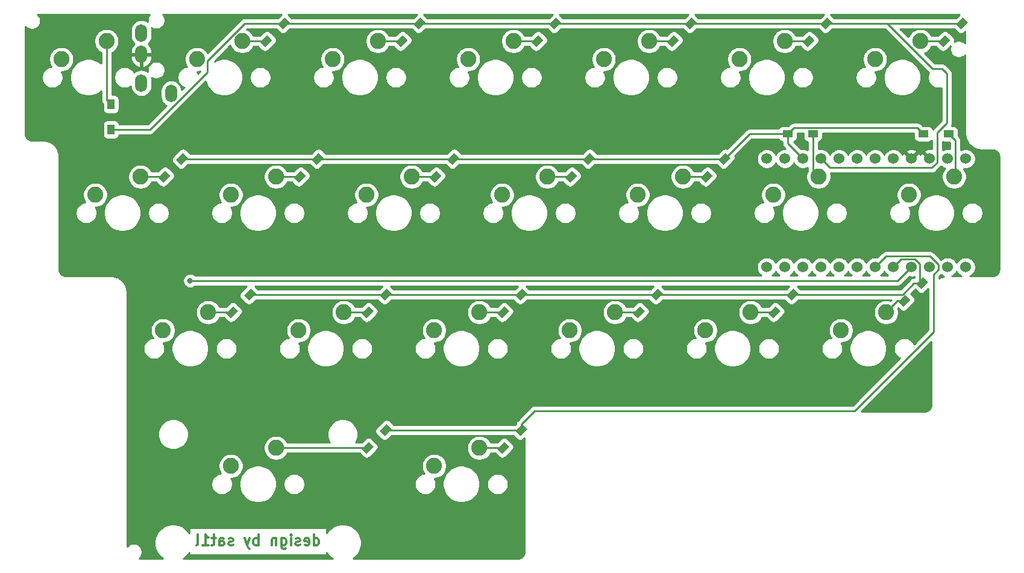
<source format=gbl>
G04 #@! TF.GenerationSoftware,KiCad,Pcbnew,(5.1.10-1-10_14)*
G04 #@! TF.CreationDate,2021-09-11T19:31:01+10:00*
G04 #@! TF.ProjectId,WTL-Split-Right,57544c2d-5370-46c6-9974-2d5269676874,rev?*
G04 #@! TF.SameCoordinates,Original*
G04 #@! TF.FileFunction,Copper,L2,Bot*
G04 #@! TF.FilePolarity,Positive*
%FSLAX46Y46*%
G04 Gerber Fmt 4.6, Leading zero omitted, Abs format (unit mm)*
G04 Created by KiCad (PCBNEW (5.1.10-1-10_14)) date 2021-09-11 19:31:01*
%MOMM*%
%LPD*%
G01*
G04 APERTURE LIST*
G04 #@! TA.AperFunction,NonConductor*
%ADD10C,0.300000*%
G04 #@! TD*
G04 #@! TA.AperFunction,ComponentPad*
%ADD11O,1.700000X2.500000*%
G04 #@! TD*
G04 #@! TA.AperFunction,SMDPad,CuDef*
%ADD12C,0.100000*%
G04 #@! TD*
G04 #@! TA.AperFunction,SMDPad,CuDef*
%ADD13R,1.400000X1.000000*%
G04 #@! TD*
G04 #@! TA.AperFunction,SMDPad,CuDef*
%ADD14R,1.000000X1.400000*%
G04 #@! TD*
G04 #@! TA.AperFunction,ComponentPad*
%ADD15C,2.250000*%
G04 #@! TD*
G04 #@! TA.AperFunction,ComponentPad*
%ADD16C,1.524000*%
G04 #@! TD*
G04 #@! TA.AperFunction,ViaPad*
%ADD17C,0.800000*%
G04 #@! TD*
G04 #@! TA.AperFunction,Conductor*
%ADD18C,0.250000*%
G04 #@! TD*
G04 #@! TA.AperFunction,Conductor*
%ADD19C,0.254000*%
G04 #@! TD*
G04 #@! TA.AperFunction,Conductor*
%ADD20C,0.100000*%
G04 #@! TD*
G04 #@! TA.AperFunction,NonConductor*
%ADD21C,0.254000*%
G04 #@! TD*
G04 #@! TA.AperFunction,NonConductor*
%ADD22C,0.100000*%
G04 #@! TD*
G04 APERTURE END LIST*
D10*
X90407142Y-108628571D02*
X90407142Y-107128571D01*
X90407142Y-108557142D02*
X90550000Y-108628571D01*
X90835714Y-108628571D01*
X90978571Y-108557142D01*
X91050000Y-108485714D01*
X91121428Y-108342857D01*
X91121428Y-107914285D01*
X91050000Y-107771428D01*
X90978571Y-107700000D01*
X90835714Y-107628571D01*
X90550000Y-107628571D01*
X90407142Y-107700000D01*
X89121428Y-108557142D02*
X89264285Y-108628571D01*
X89550000Y-108628571D01*
X89692857Y-108557142D01*
X89764285Y-108414285D01*
X89764285Y-107842857D01*
X89692857Y-107700000D01*
X89550000Y-107628571D01*
X89264285Y-107628571D01*
X89121428Y-107700000D01*
X89050000Y-107842857D01*
X89050000Y-107985714D01*
X89764285Y-108128571D01*
X88478571Y-108557142D02*
X88335714Y-108628571D01*
X88050000Y-108628571D01*
X87907142Y-108557142D01*
X87835714Y-108414285D01*
X87835714Y-108342857D01*
X87907142Y-108200000D01*
X88050000Y-108128571D01*
X88264285Y-108128571D01*
X88407142Y-108057142D01*
X88478571Y-107914285D01*
X88478571Y-107842857D01*
X88407142Y-107700000D01*
X88264285Y-107628571D01*
X88050000Y-107628571D01*
X87907142Y-107700000D01*
X87192857Y-108628571D02*
X87192857Y-107628571D01*
X87192857Y-107128571D02*
X87264285Y-107200000D01*
X87192857Y-107271428D01*
X87121428Y-107200000D01*
X87192857Y-107128571D01*
X87192857Y-107271428D01*
X85835714Y-107628571D02*
X85835714Y-108842857D01*
X85907142Y-108985714D01*
X85978571Y-109057142D01*
X86121428Y-109128571D01*
X86335714Y-109128571D01*
X86478571Y-109057142D01*
X85835714Y-108557142D02*
X85978571Y-108628571D01*
X86264285Y-108628571D01*
X86407142Y-108557142D01*
X86478571Y-108485714D01*
X86550000Y-108342857D01*
X86550000Y-107914285D01*
X86478571Y-107771428D01*
X86407142Y-107700000D01*
X86264285Y-107628571D01*
X85978571Y-107628571D01*
X85835714Y-107700000D01*
X85121428Y-107628571D02*
X85121428Y-108628571D01*
X85121428Y-107771428D02*
X85050000Y-107700000D01*
X84907142Y-107628571D01*
X84692857Y-107628571D01*
X84550000Y-107700000D01*
X84478571Y-107842857D01*
X84478571Y-108628571D01*
X82621428Y-108628571D02*
X82621428Y-107128571D01*
X82621428Y-107700000D02*
X82478571Y-107628571D01*
X82192857Y-107628571D01*
X82050000Y-107700000D01*
X81978571Y-107771428D01*
X81907142Y-107914285D01*
X81907142Y-108342857D01*
X81978571Y-108485714D01*
X82050000Y-108557142D01*
X82192857Y-108628571D01*
X82478571Y-108628571D01*
X82621428Y-108557142D01*
X81407142Y-107628571D02*
X81050000Y-108628571D01*
X80692857Y-107628571D02*
X81050000Y-108628571D01*
X81192857Y-108985714D01*
X81264285Y-109057142D01*
X81407142Y-109128571D01*
X79050000Y-108557142D02*
X78907142Y-108628571D01*
X78621428Y-108628571D01*
X78478571Y-108557142D01*
X78407142Y-108414285D01*
X78407142Y-108342857D01*
X78478571Y-108200000D01*
X78621428Y-108128571D01*
X78835714Y-108128571D01*
X78978571Y-108057142D01*
X79050000Y-107914285D01*
X79050000Y-107842857D01*
X78978571Y-107700000D01*
X78835714Y-107628571D01*
X78621428Y-107628571D01*
X78478571Y-107700000D01*
X77121428Y-108628571D02*
X77121428Y-107842857D01*
X77192857Y-107700000D01*
X77335714Y-107628571D01*
X77621428Y-107628571D01*
X77764285Y-107700000D01*
X77121428Y-108557142D02*
X77264285Y-108628571D01*
X77621428Y-108628571D01*
X77764285Y-108557142D01*
X77835714Y-108414285D01*
X77835714Y-108271428D01*
X77764285Y-108128571D01*
X77621428Y-108057142D01*
X77264285Y-108057142D01*
X77121428Y-107985714D01*
X76621428Y-107628571D02*
X76050000Y-107628571D01*
X76407142Y-107128571D02*
X76407142Y-108414285D01*
X76335714Y-108557142D01*
X76192857Y-108628571D01*
X76050000Y-108628571D01*
X74764285Y-108628571D02*
X75621428Y-108628571D01*
X75192857Y-108628571D02*
X75192857Y-107128571D01*
X75335714Y-107342857D01*
X75478571Y-107485714D01*
X75621428Y-107557142D01*
X73907142Y-108628571D02*
X74050000Y-108557142D01*
X74121428Y-108414285D01*
X74121428Y-107128571D01*
D11*
X70362500Y-45137500D03*
X66162500Y-43637500D03*
X66162500Y-39637500D03*
X66162500Y-36637500D03*
G04 #@! TA.AperFunction,SMDPad,CuDef*
D12*
G36*
X117155056Y-94069087D02*
G01*
X117862163Y-94776194D01*
X116872214Y-95766143D01*
X116165107Y-95059036D01*
X117155056Y-94069087D01*
G37*
G04 #@! TD.AperFunction*
G04 #@! TA.AperFunction,SMDPad,CuDef*
G36*
X119665286Y-91558857D02*
G01*
X120372393Y-92265964D01*
X119382444Y-93255913D01*
X118675337Y-92548806D01*
X119665286Y-91558857D01*
G37*
G04 #@! TD.AperFunction*
G04 #@! TA.AperFunction,SMDPad,CuDef*
G36*
X98105056Y-94069087D02*
G01*
X98812163Y-94776194D01*
X97822214Y-95766143D01*
X97115107Y-95059036D01*
X98105056Y-94069087D01*
G37*
G04 #@! TD.AperFunction*
G04 #@! TA.AperFunction,SMDPad,CuDef*
G36*
X100615286Y-91558857D02*
G01*
X101322393Y-92265964D01*
X100332444Y-93255913D01*
X99625337Y-92548806D01*
X100615286Y-91558857D01*
G37*
G04 #@! TD.AperFunction*
G04 #@! TA.AperFunction,SMDPad,CuDef*
G36*
X173511306Y-73431587D02*
G01*
X174218413Y-74138694D01*
X173228464Y-75128643D01*
X172521357Y-74421536D01*
X173511306Y-73431587D01*
G37*
G04 #@! TD.AperFunction*
G04 #@! TA.AperFunction,SMDPad,CuDef*
G36*
X176021536Y-70921357D02*
G01*
X176728643Y-71628464D01*
X175738694Y-72618413D01*
X175031587Y-71911306D01*
X176021536Y-70921357D01*
G37*
G04 #@! TD.AperFunction*
G04 #@! TA.AperFunction,SMDPad,CuDef*
G36*
X155255056Y-75019087D02*
G01*
X155962163Y-75726194D01*
X154972214Y-76716143D01*
X154265107Y-76009036D01*
X155255056Y-75019087D01*
G37*
G04 #@! TD.AperFunction*
G04 #@! TA.AperFunction,SMDPad,CuDef*
G36*
X157765286Y-72508857D02*
G01*
X158472393Y-73215964D01*
X157482444Y-74205913D01*
X156775337Y-73498806D01*
X157765286Y-72508857D01*
G37*
G04 #@! TD.AperFunction*
G04 #@! TA.AperFunction,SMDPad,CuDef*
G36*
X136205056Y-75019087D02*
G01*
X136912163Y-75726194D01*
X135922214Y-76716143D01*
X135215107Y-76009036D01*
X136205056Y-75019087D01*
G37*
G04 #@! TD.AperFunction*
G04 #@! TA.AperFunction,SMDPad,CuDef*
G36*
X138715286Y-72508857D02*
G01*
X139422393Y-73215964D01*
X138432444Y-74205913D01*
X137725337Y-73498806D01*
X138715286Y-72508857D01*
G37*
G04 #@! TD.AperFunction*
G04 #@! TA.AperFunction,SMDPad,CuDef*
G36*
X117155056Y-75019087D02*
G01*
X117862163Y-75726194D01*
X116872214Y-76716143D01*
X116165107Y-76009036D01*
X117155056Y-75019087D01*
G37*
G04 #@! TD.AperFunction*
G04 #@! TA.AperFunction,SMDPad,CuDef*
G36*
X119665286Y-72508857D02*
G01*
X120372393Y-73215964D01*
X119382444Y-74205913D01*
X118675337Y-73498806D01*
X119665286Y-72508857D01*
G37*
G04 #@! TD.AperFunction*
G04 #@! TA.AperFunction,SMDPad,CuDef*
G36*
X98105056Y-75019087D02*
G01*
X98812163Y-75726194D01*
X97822214Y-76716143D01*
X97115107Y-76009036D01*
X98105056Y-75019087D01*
G37*
G04 #@! TD.AperFunction*
G04 #@! TA.AperFunction,SMDPad,CuDef*
G36*
X100615286Y-72508857D02*
G01*
X101322393Y-73215964D01*
X100332444Y-74205913D01*
X99625337Y-73498806D01*
X100615286Y-72508857D01*
G37*
G04 #@! TD.AperFunction*
G04 #@! TA.AperFunction,SMDPad,CuDef*
G36*
X79055056Y-75019087D02*
G01*
X79762163Y-75726194D01*
X78772214Y-76716143D01*
X78065107Y-76009036D01*
X79055056Y-75019087D01*
G37*
G04 #@! TD.AperFunction*
G04 #@! TA.AperFunction,SMDPad,CuDef*
G36*
X81565286Y-72508857D02*
G01*
X82272393Y-73215964D01*
X81282444Y-74205913D01*
X80575337Y-73498806D01*
X81565286Y-72508857D01*
G37*
G04 #@! TD.AperFunction*
D13*
X179575000Y-50800000D03*
X176025000Y-50800000D03*
X160525000Y-50800000D03*
X156975000Y-50800000D03*
G04 #@! TA.AperFunction,SMDPad,CuDef*
D12*
G36*
X145730056Y-55969087D02*
G01*
X146437163Y-56676194D01*
X145447214Y-57666143D01*
X144740107Y-56959036D01*
X145730056Y-55969087D01*
G37*
G04 #@! TD.AperFunction*
G04 #@! TA.AperFunction,SMDPad,CuDef*
G36*
X148240286Y-53458857D02*
G01*
X148947393Y-54165964D01*
X147957444Y-55155913D01*
X147250337Y-54448806D01*
X148240286Y-53458857D01*
G37*
G04 #@! TD.AperFunction*
G04 #@! TA.AperFunction,SMDPad,CuDef*
G36*
X126680056Y-55969087D02*
G01*
X127387163Y-56676194D01*
X126397214Y-57666143D01*
X125690107Y-56959036D01*
X126680056Y-55969087D01*
G37*
G04 #@! TD.AperFunction*
G04 #@! TA.AperFunction,SMDPad,CuDef*
G36*
X129190286Y-53458857D02*
G01*
X129897393Y-54165964D01*
X128907444Y-55155913D01*
X128200337Y-54448806D01*
X129190286Y-53458857D01*
G37*
G04 #@! TD.AperFunction*
G04 #@! TA.AperFunction,SMDPad,CuDef*
G36*
X107630056Y-55969087D02*
G01*
X108337163Y-56676194D01*
X107347214Y-57666143D01*
X106640107Y-56959036D01*
X107630056Y-55969087D01*
G37*
G04 #@! TD.AperFunction*
G04 #@! TA.AperFunction,SMDPad,CuDef*
G36*
X110140286Y-53458857D02*
G01*
X110847393Y-54165964D01*
X109857444Y-55155913D01*
X109150337Y-54448806D01*
X110140286Y-53458857D01*
G37*
G04 #@! TD.AperFunction*
G04 #@! TA.AperFunction,SMDPad,CuDef*
G36*
X88580056Y-55969087D02*
G01*
X89287163Y-56676194D01*
X88297214Y-57666143D01*
X87590107Y-56959036D01*
X88580056Y-55969087D01*
G37*
G04 #@! TD.AperFunction*
G04 #@! TA.AperFunction,SMDPad,CuDef*
G36*
X91090286Y-53458857D02*
G01*
X91797393Y-54165964D01*
X90807444Y-55155913D01*
X90100337Y-54448806D01*
X91090286Y-53458857D01*
G37*
G04 #@! TD.AperFunction*
G04 #@! TA.AperFunction,SMDPad,CuDef*
G36*
X69530056Y-55969087D02*
G01*
X70237163Y-56676194D01*
X69247214Y-57666143D01*
X68540107Y-56959036D01*
X69530056Y-55969087D01*
G37*
G04 #@! TD.AperFunction*
G04 #@! TA.AperFunction,SMDPad,CuDef*
G36*
X72040286Y-53458857D02*
G01*
X72747393Y-54165964D01*
X71757444Y-55155913D01*
X71050337Y-54448806D01*
X72040286Y-53458857D01*
G37*
G04 #@! TD.AperFunction*
G04 #@! TA.AperFunction,SMDPad,CuDef*
G36*
X179067556Y-36919087D02*
G01*
X179774663Y-37626194D01*
X178784714Y-38616143D01*
X178077607Y-37909036D01*
X179067556Y-36919087D01*
G37*
G04 #@! TD.AperFunction*
G04 #@! TA.AperFunction,SMDPad,CuDef*
G36*
X181577786Y-34408857D02*
G01*
X182284893Y-35115964D01*
X181294944Y-36105913D01*
X180587837Y-35398806D01*
X181577786Y-34408857D01*
G37*
G04 #@! TD.AperFunction*
G04 #@! TA.AperFunction,SMDPad,CuDef*
G36*
X160017556Y-36919087D02*
G01*
X160724663Y-37626194D01*
X159734714Y-38616143D01*
X159027607Y-37909036D01*
X160017556Y-36919087D01*
G37*
G04 #@! TD.AperFunction*
G04 #@! TA.AperFunction,SMDPad,CuDef*
G36*
X162527786Y-34408857D02*
G01*
X163234893Y-35115964D01*
X162244944Y-36105913D01*
X161537837Y-35398806D01*
X162527786Y-34408857D01*
G37*
G04 #@! TD.AperFunction*
G04 #@! TA.AperFunction,SMDPad,CuDef*
G36*
X140967556Y-36919087D02*
G01*
X141674663Y-37626194D01*
X140684714Y-38616143D01*
X139977607Y-37909036D01*
X140967556Y-36919087D01*
G37*
G04 #@! TD.AperFunction*
G04 #@! TA.AperFunction,SMDPad,CuDef*
G36*
X143477786Y-34408857D02*
G01*
X144184893Y-35115964D01*
X143194944Y-36105913D01*
X142487837Y-35398806D01*
X143477786Y-34408857D01*
G37*
G04 #@! TD.AperFunction*
G04 #@! TA.AperFunction,SMDPad,CuDef*
G36*
X121917556Y-36919087D02*
G01*
X122624663Y-37626194D01*
X121634714Y-38616143D01*
X120927607Y-37909036D01*
X121917556Y-36919087D01*
G37*
G04 #@! TD.AperFunction*
G04 #@! TA.AperFunction,SMDPad,CuDef*
G36*
X124427786Y-34408857D02*
G01*
X125134893Y-35115964D01*
X124144944Y-36105913D01*
X123437837Y-35398806D01*
X124427786Y-34408857D01*
G37*
G04 #@! TD.AperFunction*
G04 #@! TA.AperFunction,SMDPad,CuDef*
G36*
X102867556Y-36919087D02*
G01*
X103574663Y-37626194D01*
X102584714Y-38616143D01*
X101877607Y-37909036D01*
X102867556Y-36919087D01*
G37*
G04 #@! TD.AperFunction*
G04 #@! TA.AperFunction,SMDPad,CuDef*
G36*
X105377786Y-34408857D02*
G01*
X106084893Y-35115964D01*
X105094944Y-36105913D01*
X104387837Y-35398806D01*
X105377786Y-34408857D01*
G37*
G04 #@! TD.AperFunction*
G04 #@! TA.AperFunction,SMDPad,CuDef*
G36*
X83817556Y-36919087D02*
G01*
X84524663Y-37626194D01*
X83534714Y-38616143D01*
X82827607Y-37909036D01*
X83817556Y-36919087D01*
G37*
G04 #@! TD.AperFunction*
G04 #@! TA.AperFunction,SMDPad,CuDef*
G36*
X86327786Y-34408857D02*
G01*
X87034893Y-35115964D01*
X86044944Y-36105913D01*
X85337837Y-35398806D01*
X86327786Y-34408857D01*
G37*
G04 #@! TD.AperFunction*
D14*
X61912500Y-46643750D03*
X61912500Y-50193750D03*
D15*
X85090000Y-94932500D03*
X78740000Y-97472500D03*
X113665000Y-94932500D03*
X107315000Y-97472500D03*
X170815000Y-75882500D03*
X164465000Y-78422500D03*
X151765000Y-75882500D03*
X145415000Y-78422500D03*
X132715000Y-75882500D03*
X126365000Y-78422500D03*
X113665000Y-75882500D03*
X107315000Y-78422500D03*
X94615000Y-75882500D03*
X88265000Y-78422500D03*
X75565000Y-75882500D03*
X69215000Y-78422500D03*
X180340000Y-56832500D03*
X173990000Y-59372500D03*
X161290000Y-56832500D03*
X154940000Y-59372500D03*
X142240000Y-56832500D03*
X135890000Y-59372500D03*
X123190000Y-56832500D03*
X116840000Y-59372500D03*
X104140000Y-56832500D03*
X97790000Y-59372500D03*
X85090000Y-56832500D03*
X78740000Y-59372500D03*
X66040000Y-56832500D03*
X59690000Y-59372500D03*
X175577500Y-37782500D03*
X169227500Y-40322500D03*
X156527500Y-37782500D03*
X150177500Y-40322500D03*
X137477500Y-37782500D03*
X131127500Y-40322500D03*
X118427500Y-37782500D03*
X112077500Y-40322500D03*
X99377500Y-37782500D03*
X93027500Y-40322500D03*
X80327500Y-37782500D03*
X73977500Y-40322500D03*
X61277500Y-37782500D03*
X54927500Y-40322500D03*
D16*
X181959250Y-69521100D03*
X179419250Y-69521100D03*
X176879250Y-69521100D03*
X174339250Y-69521100D03*
X171799250Y-69521100D03*
X169259250Y-69521100D03*
X166719250Y-69521100D03*
X164179250Y-69521100D03*
X161639250Y-69521100D03*
X159099250Y-69521100D03*
X156559250Y-69521100D03*
X154019250Y-69521100D03*
X154019250Y-54301100D03*
X156559250Y-54301100D03*
X159099250Y-54301100D03*
X161639250Y-54301100D03*
X164179250Y-54301100D03*
X166719250Y-54301100D03*
X169259250Y-54301100D03*
X171799250Y-54301100D03*
X174339250Y-54301100D03*
X176879250Y-54301100D03*
X179419250Y-54301100D03*
X181959250Y-54301100D03*
D17*
X73025000Y-71437500D03*
D18*
X61277500Y-46008750D02*
X61912500Y-46643750D01*
X61277500Y-37782500D02*
X61277500Y-46008750D01*
X86186365Y-35257385D02*
X181436365Y-35257385D01*
X75427501Y-40536497D02*
X80706613Y-35257385D01*
X75427501Y-42134214D02*
X75427501Y-40536497D01*
X80706613Y-35257385D02*
X86186365Y-35257385D01*
X67367965Y-50193750D02*
X75427501Y-42134214D01*
X61912500Y-50193750D02*
X67367965Y-50193750D01*
X162386365Y-35257385D02*
X162386365Y-35386365D01*
X177226612Y-55562500D02*
X162900650Y-55562500D01*
X177966251Y-54822861D02*
X177226612Y-55562500D01*
X179317501Y-49272497D02*
X177966251Y-50623747D01*
X162900650Y-55562500D02*
X161639250Y-54301100D01*
X179317501Y-42286499D02*
X179317501Y-49272497D01*
X178693501Y-41662499D02*
X179317501Y-42286499D01*
X177311497Y-41662499D02*
X178693501Y-41662499D01*
X170906383Y-35257385D02*
X177311497Y-41662499D01*
X177966251Y-50623747D02*
X177966251Y-54822861D01*
X162386365Y-35257385D02*
X170906383Y-35257385D01*
X83661250Y-37782500D02*
X83676135Y-37767615D01*
X80327500Y-37782500D02*
X83661250Y-37782500D01*
X102711250Y-37782500D02*
X102726135Y-37767615D01*
X99377500Y-37782500D02*
X102711250Y-37782500D01*
X121761250Y-37782500D02*
X121776135Y-37767615D01*
X118427500Y-37782500D02*
X121761250Y-37782500D01*
X140811250Y-37782500D02*
X140826135Y-37767615D01*
X137477500Y-37782500D02*
X140811250Y-37782500D01*
X159861250Y-37782500D02*
X159876135Y-37767615D01*
X156527500Y-37782500D02*
X159861250Y-37782500D01*
X178911250Y-37782500D02*
X178926135Y-37767615D01*
X175577500Y-37782500D02*
X178911250Y-37782500D01*
X69373750Y-56832500D02*
X69388635Y-56817615D01*
X66040000Y-56832500D02*
X69373750Y-56832500D01*
X71898865Y-54307385D02*
X148098865Y-54307385D01*
X151606250Y-50800000D02*
X156975000Y-50800000D01*
X148098865Y-54307385D02*
X151606250Y-50800000D01*
X156975000Y-50800000D02*
X157800001Y-49974999D01*
X156975000Y-52176850D02*
X159099250Y-54301100D01*
X156975000Y-50800000D02*
X156975000Y-52176850D01*
X175199999Y-49974999D02*
X176025000Y-50800000D01*
X157800001Y-49974999D02*
X175199999Y-49974999D01*
X88423750Y-56832500D02*
X88438635Y-56817615D01*
X85090000Y-56832500D02*
X88423750Y-56832500D01*
X107473750Y-56832500D02*
X107488635Y-56817615D01*
X104140000Y-56832500D02*
X107473750Y-56832500D01*
X126523750Y-56832500D02*
X126538635Y-56817615D01*
X123190000Y-56832500D02*
X126523750Y-56832500D01*
X145573750Y-56832500D02*
X145588635Y-56817615D01*
X142240000Y-56832500D02*
X145573750Y-56832500D01*
X160525000Y-56067500D02*
X161290000Y-56832500D01*
X160525000Y-50800000D02*
X160525000Y-56067500D01*
X180506251Y-56666249D02*
X180340000Y-56832500D01*
X180506251Y-51731251D02*
X180506251Y-56666249D01*
X179575000Y-50800000D02*
X180506251Y-51731251D01*
X78898750Y-75882500D02*
X78913635Y-75867615D01*
X75565000Y-75882500D02*
X78898750Y-75882500D01*
X174713373Y-71769885D02*
X175880115Y-71769885D01*
X173125873Y-73357385D02*
X174713373Y-71769885D01*
X157623865Y-73357385D02*
X173125873Y-73357385D01*
X174861011Y-68434099D02*
X172886251Y-68434099D01*
X175526562Y-71416332D02*
X175526562Y-69099650D01*
X172886251Y-68434099D02*
X171799250Y-69521100D01*
X175526562Y-69099650D02*
X174861011Y-68434099D01*
X175880115Y-71769885D02*
X175526562Y-71416332D01*
X81423865Y-73357385D02*
X157623865Y-73357385D01*
X97948750Y-75882500D02*
X97963635Y-75867615D01*
X94615000Y-75882500D02*
X97948750Y-75882500D01*
X116998750Y-75882500D02*
X117013635Y-75867615D01*
X113665000Y-75882500D02*
X116998750Y-75882500D01*
X136048750Y-75882500D02*
X136063635Y-75867615D01*
X132715000Y-75882500D02*
X136048750Y-75882500D01*
X155098750Y-75882500D02*
X155113635Y-75867615D01*
X151765000Y-75882500D02*
X155098750Y-75882500D01*
X172417385Y-74280115D02*
X173369885Y-74280115D01*
X170815000Y-75882500D02*
X172417385Y-74280115D01*
X97948750Y-94932500D02*
X97963635Y-94917615D01*
X85090000Y-94932500D02*
X97948750Y-94932500D01*
X100473865Y-92407385D02*
X119523865Y-92407385D01*
X119523865Y-92407385D02*
X119523865Y-91613635D01*
X119523865Y-91613635D02*
X121443750Y-89693750D01*
X177449990Y-70559122D02*
X178159112Y-69850000D01*
X177449990Y-78643512D02*
X177449990Y-70559122D01*
X166399752Y-89693750D02*
X177449990Y-78643512D01*
X121443750Y-89693750D02*
X166399752Y-89693750D01*
X176951001Y-67984089D02*
X170796261Y-67984089D01*
X170796261Y-67984089D02*
X169259250Y-69521100D01*
X178159112Y-69192200D02*
X176951001Y-67984089D01*
X178159112Y-69850000D02*
X178159112Y-69192200D01*
X116998750Y-94932500D02*
X117013635Y-94917615D01*
X113665000Y-94932500D02*
X116998750Y-94932500D01*
X172422850Y-71437500D02*
X174339250Y-69521100D01*
X73025000Y-71437500D02*
X172422850Y-71437500D01*
D19*
X67303213Y-34050233D02*
X67168057Y-34252508D01*
X67074960Y-34477264D01*
X67027500Y-34715863D01*
X67027500Y-34959137D01*
X67043472Y-35039435D01*
X66991514Y-34996794D01*
X66733534Y-34858901D01*
X66453611Y-34773987D01*
X66162500Y-34745315D01*
X65871390Y-34773987D01*
X65591467Y-34858901D01*
X65333487Y-34996794D01*
X65107366Y-35182366D01*
X64921794Y-35408486D01*
X64783901Y-35666466D01*
X64698987Y-35946389D01*
X64677500Y-36164550D01*
X64677500Y-37110449D01*
X64698987Y-37328610D01*
X64783901Y-37608533D01*
X64921794Y-37866513D01*
X65107366Y-38092634D01*
X65162795Y-38138124D01*
X64998324Y-38306881D01*
X64839139Y-38551882D01*
X64730810Y-38823231D01*
X64677500Y-39110500D01*
X64677500Y-39510500D01*
X66035500Y-39510500D01*
X66035500Y-39490500D01*
X66289500Y-39490500D01*
X66289500Y-39510500D01*
X67647500Y-39510500D01*
X67647500Y-39110500D01*
X67594190Y-38823231D01*
X67485861Y-38551882D01*
X67326676Y-38306881D01*
X67162205Y-38138124D01*
X67217634Y-38092634D01*
X67403206Y-37866514D01*
X67541099Y-37608534D01*
X67626013Y-37328611D01*
X67647500Y-37110450D01*
X67647500Y-36164551D01*
X67626013Y-35946389D01*
X67607426Y-35885116D01*
X67677508Y-35931943D01*
X67902264Y-36025040D01*
X68140863Y-36072500D01*
X68384137Y-36072500D01*
X68622736Y-36025040D01*
X68847492Y-35931943D01*
X69049767Y-35796787D01*
X69221787Y-35624767D01*
X69356943Y-35422492D01*
X69450040Y-35197736D01*
X69497500Y-34959137D01*
X69497500Y-34715863D01*
X69450040Y-34477264D01*
X69356943Y-34252508D01*
X69221787Y-34050233D01*
X69169054Y-33997500D01*
X85836773Y-33997500D01*
X85336888Y-34497385D01*
X80743938Y-34497385D01*
X80706613Y-34493709D01*
X80669288Y-34497385D01*
X80669280Y-34497385D01*
X80557627Y-34508382D01*
X80414366Y-34551839D01*
X80282337Y-34622411D01*
X80166612Y-34717384D01*
X80142814Y-34746382D01*
X75482389Y-39406808D01*
X75344581Y-39200565D01*
X75099435Y-38955419D01*
X74811173Y-38762808D01*
X74490873Y-38630136D01*
X74150845Y-38562500D01*
X73804155Y-38562500D01*
X73464127Y-38630136D01*
X73143827Y-38762808D01*
X72855565Y-38955419D01*
X72610419Y-39200565D01*
X72417808Y-39488827D01*
X72285136Y-39809127D01*
X72217500Y-40149155D01*
X72217500Y-40495845D01*
X72285136Y-40835873D01*
X72417808Y-41156173D01*
X72550138Y-41354219D01*
X72267049Y-41410529D01*
X71992247Y-41524356D01*
X71744931Y-41689607D01*
X71534607Y-41899931D01*
X71369356Y-42147247D01*
X71255529Y-42422049D01*
X71197500Y-42713778D01*
X71197500Y-43011222D01*
X71255529Y-43302951D01*
X71369356Y-43577753D01*
X71533992Y-43824148D01*
X71417634Y-43682366D01*
X71191514Y-43496794D01*
X70933534Y-43358901D01*
X70653611Y-43273987D01*
X70362500Y-43245315D01*
X70071390Y-43273987D01*
X69791467Y-43358901D01*
X69533487Y-43496794D01*
X69307366Y-43682366D01*
X69121794Y-43908486D01*
X68983901Y-44166466D01*
X68898987Y-44446389D01*
X68877500Y-44664550D01*
X68877500Y-45610449D01*
X68898987Y-45828610D01*
X68983901Y-46108533D01*
X69121794Y-46366513D01*
X69307366Y-46592634D01*
X69533486Y-46778206D01*
X69647673Y-46839240D01*
X67053164Y-49433750D01*
X63044663Y-49433750D01*
X63038312Y-49369268D01*
X63002002Y-49249570D01*
X62943037Y-49139256D01*
X62863685Y-49042565D01*
X62766994Y-48963213D01*
X62656680Y-48904248D01*
X62536982Y-48867938D01*
X62412500Y-48855678D01*
X61412500Y-48855678D01*
X61288018Y-48867938D01*
X61168320Y-48904248D01*
X61058006Y-48963213D01*
X60961315Y-49042565D01*
X60881963Y-49139256D01*
X60822998Y-49249570D01*
X60786688Y-49369268D01*
X60774428Y-49493750D01*
X60774428Y-50893750D01*
X60786688Y-51018232D01*
X60822998Y-51137930D01*
X60881963Y-51248244D01*
X60961315Y-51344935D01*
X61058006Y-51424287D01*
X61168320Y-51483252D01*
X61288018Y-51519562D01*
X61412500Y-51531822D01*
X62412500Y-51531822D01*
X62536982Y-51519562D01*
X62656680Y-51483252D01*
X62766994Y-51424287D01*
X62863685Y-51344935D01*
X62943037Y-51248244D01*
X63002002Y-51137930D01*
X63038312Y-51018232D01*
X63044663Y-50953750D01*
X67330643Y-50953750D01*
X67367965Y-50957426D01*
X67405287Y-50953750D01*
X67405298Y-50953750D01*
X67516951Y-50942753D01*
X67660212Y-50899296D01*
X67792241Y-50828724D01*
X67907966Y-50733751D01*
X67931769Y-50704747D01*
X75217746Y-43418771D01*
X75259627Y-43629322D01*
X75457799Y-44107751D01*
X75745500Y-44538326D01*
X76111674Y-44904500D01*
X76542249Y-45192201D01*
X77020678Y-45390373D01*
X77528576Y-45491400D01*
X78046424Y-45491400D01*
X78554322Y-45390373D01*
X79032751Y-45192201D01*
X79463326Y-44904500D01*
X79829500Y-44538326D01*
X80117201Y-44107751D01*
X80315373Y-43629322D01*
X80416400Y-43121424D01*
X80416400Y-42713778D01*
X81357500Y-42713778D01*
X81357500Y-43011222D01*
X81415529Y-43302951D01*
X81529356Y-43577753D01*
X81694607Y-43825069D01*
X81904931Y-44035393D01*
X82152247Y-44200644D01*
X82427049Y-44314471D01*
X82718778Y-44372500D01*
X83016222Y-44372500D01*
X83307951Y-44314471D01*
X83582753Y-44200644D01*
X83830069Y-44035393D01*
X84040393Y-43825069D01*
X84205644Y-43577753D01*
X84319471Y-43302951D01*
X84377500Y-43011222D01*
X84377500Y-42713778D01*
X90247500Y-42713778D01*
X90247500Y-43011222D01*
X90305529Y-43302951D01*
X90419356Y-43577753D01*
X90584607Y-43825069D01*
X90794931Y-44035393D01*
X91042247Y-44200644D01*
X91317049Y-44314471D01*
X91608778Y-44372500D01*
X91906222Y-44372500D01*
X92197951Y-44314471D01*
X92472753Y-44200644D01*
X92720069Y-44035393D01*
X92930393Y-43825069D01*
X93095644Y-43577753D01*
X93209471Y-43302951D01*
X93267500Y-43011222D01*
X93267500Y-42713778D01*
X93245580Y-42603576D01*
X94208600Y-42603576D01*
X94208600Y-43121424D01*
X94309627Y-43629322D01*
X94507799Y-44107751D01*
X94795500Y-44538326D01*
X95161674Y-44904500D01*
X95592249Y-45192201D01*
X96070678Y-45390373D01*
X96578576Y-45491400D01*
X97096424Y-45491400D01*
X97604322Y-45390373D01*
X98082751Y-45192201D01*
X98513326Y-44904500D01*
X98879500Y-44538326D01*
X99167201Y-44107751D01*
X99365373Y-43629322D01*
X99466400Y-43121424D01*
X99466400Y-42713778D01*
X100407500Y-42713778D01*
X100407500Y-43011222D01*
X100465529Y-43302951D01*
X100579356Y-43577753D01*
X100744607Y-43825069D01*
X100954931Y-44035393D01*
X101202247Y-44200644D01*
X101477049Y-44314471D01*
X101768778Y-44372500D01*
X102066222Y-44372500D01*
X102357951Y-44314471D01*
X102632753Y-44200644D01*
X102880069Y-44035393D01*
X103090393Y-43825069D01*
X103255644Y-43577753D01*
X103369471Y-43302951D01*
X103427500Y-43011222D01*
X103427500Y-42713778D01*
X109297500Y-42713778D01*
X109297500Y-43011222D01*
X109355529Y-43302951D01*
X109469356Y-43577753D01*
X109634607Y-43825069D01*
X109844931Y-44035393D01*
X110092247Y-44200644D01*
X110367049Y-44314471D01*
X110658778Y-44372500D01*
X110956222Y-44372500D01*
X111247951Y-44314471D01*
X111522753Y-44200644D01*
X111770069Y-44035393D01*
X111980393Y-43825069D01*
X112145644Y-43577753D01*
X112259471Y-43302951D01*
X112317500Y-43011222D01*
X112317500Y-42713778D01*
X112295580Y-42603576D01*
X113258600Y-42603576D01*
X113258600Y-43121424D01*
X113359627Y-43629322D01*
X113557799Y-44107751D01*
X113845500Y-44538326D01*
X114211674Y-44904500D01*
X114642249Y-45192201D01*
X115120678Y-45390373D01*
X115628576Y-45491400D01*
X116146424Y-45491400D01*
X116654322Y-45390373D01*
X117132751Y-45192201D01*
X117563326Y-44904500D01*
X117929500Y-44538326D01*
X118217201Y-44107751D01*
X118415373Y-43629322D01*
X118516400Y-43121424D01*
X118516400Y-42713778D01*
X119457500Y-42713778D01*
X119457500Y-43011222D01*
X119515529Y-43302951D01*
X119629356Y-43577753D01*
X119794607Y-43825069D01*
X120004931Y-44035393D01*
X120252247Y-44200644D01*
X120527049Y-44314471D01*
X120818778Y-44372500D01*
X121116222Y-44372500D01*
X121407951Y-44314471D01*
X121682753Y-44200644D01*
X121930069Y-44035393D01*
X122140393Y-43825069D01*
X122305644Y-43577753D01*
X122419471Y-43302951D01*
X122477500Y-43011222D01*
X122477500Y-42713778D01*
X128347500Y-42713778D01*
X128347500Y-43011222D01*
X128405529Y-43302951D01*
X128519356Y-43577753D01*
X128684607Y-43825069D01*
X128894931Y-44035393D01*
X129142247Y-44200644D01*
X129417049Y-44314471D01*
X129708778Y-44372500D01*
X130006222Y-44372500D01*
X130297951Y-44314471D01*
X130572753Y-44200644D01*
X130820069Y-44035393D01*
X131030393Y-43825069D01*
X131195644Y-43577753D01*
X131309471Y-43302951D01*
X131367500Y-43011222D01*
X131367500Y-42713778D01*
X131345580Y-42603576D01*
X132308600Y-42603576D01*
X132308600Y-43121424D01*
X132409627Y-43629322D01*
X132607799Y-44107751D01*
X132895500Y-44538326D01*
X133261674Y-44904500D01*
X133692249Y-45192201D01*
X134170678Y-45390373D01*
X134678576Y-45491400D01*
X135196424Y-45491400D01*
X135704322Y-45390373D01*
X136182751Y-45192201D01*
X136613326Y-44904500D01*
X136979500Y-44538326D01*
X137267201Y-44107751D01*
X137465373Y-43629322D01*
X137566400Y-43121424D01*
X137566400Y-42713778D01*
X138507500Y-42713778D01*
X138507500Y-43011222D01*
X138565529Y-43302951D01*
X138679356Y-43577753D01*
X138844607Y-43825069D01*
X139054931Y-44035393D01*
X139302247Y-44200644D01*
X139577049Y-44314471D01*
X139868778Y-44372500D01*
X140166222Y-44372500D01*
X140457951Y-44314471D01*
X140732753Y-44200644D01*
X140980069Y-44035393D01*
X141190393Y-43825069D01*
X141355644Y-43577753D01*
X141469471Y-43302951D01*
X141527500Y-43011222D01*
X141527500Y-42713778D01*
X147397500Y-42713778D01*
X147397500Y-43011222D01*
X147455529Y-43302951D01*
X147569356Y-43577753D01*
X147734607Y-43825069D01*
X147944931Y-44035393D01*
X148192247Y-44200644D01*
X148467049Y-44314471D01*
X148758778Y-44372500D01*
X149056222Y-44372500D01*
X149347951Y-44314471D01*
X149622753Y-44200644D01*
X149870069Y-44035393D01*
X150080393Y-43825069D01*
X150245644Y-43577753D01*
X150359471Y-43302951D01*
X150417500Y-43011222D01*
X150417500Y-42713778D01*
X150395580Y-42603576D01*
X151358600Y-42603576D01*
X151358600Y-43121424D01*
X151459627Y-43629322D01*
X151657799Y-44107751D01*
X151945500Y-44538326D01*
X152311674Y-44904500D01*
X152742249Y-45192201D01*
X153220678Y-45390373D01*
X153728576Y-45491400D01*
X154246424Y-45491400D01*
X154754322Y-45390373D01*
X155232751Y-45192201D01*
X155663326Y-44904500D01*
X156029500Y-44538326D01*
X156317201Y-44107751D01*
X156515373Y-43629322D01*
X156616400Y-43121424D01*
X156616400Y-42713778D01*
X157557500Y-42713778D01*
X157557500Y-43011222D01*
X157615529Y-43302951D01*
X157729356Y-43577753D01*
X157894607Y-43825069D01*
X158104931Y-44035393D01*
X158352247Y-44200644D01*
X158627049Y-44314471D01*
X158918778Y-44372500D01*
X159216222Y-44372500D01*
X159507951Y-44314471D01*
X159782753Y-44200644D01*
X160030069Y-44035393D01*
X160240393Y-43825069D01*
X160405644Y-43577753D01*
X160519471Y-43302951D01*
X160577500Y-43011222D01*
X160577500Y-42713778D01*
X166447500Y-42713778D01*
X166447500Y-43011222D01*
X166505529Y-43302951D01*
X166619356Y-43577753D01*
X166784607Y-43825069D01*
X166994931Y-44035393D01*
X167242247Y-44200644D01*
X167517049Y-44314471D01*
X167808778Y-44372500D01*
X168106222Y-44372500D01*
X168397951Y-44314471D01*
X168672753Y-44200644D01*
X168920069Y-44035393D01*
X169130393Y-43825069D01*
X169295644Y-43577753D01*
X169409471Y-43302951D01*
X169467500Y-43011222D01*
X169467500Y-42713778D01*
X169445580Y-42603576D01*
X170408600Y-42603576D01*
X170408600Y-43121424D01*
X170509627Y-43629322D01*
X170707799Y-44107751D01*
X170995500Y-44538326D01*
X171361674Y-44904500D01*
X171792249Y-45192201D01*
X172270678Y-45390373D01*
X172778576Y-45491400D01*
X173296424Y-45491400D01*
X173804322Y-45390373D01*
X174282751Y-45192201D01*
X174713326Y-44904500D01*
X175079500Y-44538326D01*
X175367201Y-44107751D01*
X175565373Y-43629322D01*
X175666400Y-43121424D01*
X175666400Y-42603576D01*
X175565373Y-42095678D01*
X175367201Y-41617249D01*
X175079500Y-41186674D01*
X174713326Y-40820500D01*
X174282751Y-40532799D01*
X173804322Y-40334627D01*
X173296424Y-40233600D01*
X172778576Y-40233600D01*
X172270678Y-40334627D01*
X171792249Y-40532799D01*
X171361674Y-40820500D01*
X170995500Y-41186674D01*
X170707799Y-41617249D01*
X170509627Y-42095678D01*
X170408600Y-42603576D01*
X169445580Y-42603576D01*
X169409471Y-42422049D01*
X169295644Y-42147247D01*
X169252382Y-42082500D01*
X169400845Y-42082500D01*
X169740873Y-42014864D01*
X170061173Y-41882192D01*
X170349435Y-41689581D01*
X170594581Y-41444435D01*
X170787192Y-41156173D01*
X170919864Y-40835873D01*
X170987500Y-40495845D01*
X170987500Y-40149155D01*
X170919864Y-39809127D01*
X170787192Y-39488827D01*
X170594581Y-39200565D01*
X170349435Y-38955419D01*
X170061173Y-38762808D01*
X169740873Y-38630136D01*
X169400845Y-38562500D01*
X169054155Y-38562500D01*
X168714127Y-38630136D01*
X168393827Y-38762808D01*
X168105565Y-38955419D01*
X167860419Y-39200565D01*
X167667808Y-39488827D01*
X167535136Y-39809127D01*
X167467500Y-40149155D01*
X167467500Y-40495845D01*
X167535136Y-40835873D01*
X167667808Y-41156173D01*
X167800138Y-41354219D01*
X167517049Y-41410529D01*
X167242247Y-41524356D01*
X166994931Y-41689607D01*
X166784607Y-41899931D01*
X166619356Y-42147247D01*
X166505529Y-42422049D01*
X166447500Y-42713778D01*
X160577500Y-42713778D01*
X160519471Y-42422049D01*
X160405644Y-42147247D01*
X160240393Y-41899931D01*
X160030069Y-41689607D01*
X159782753Y-41524356D01*
X159507951Y-41410529D01*
X159216222Y-41352500D01*
X158918778Y-41352500D01*
X158627049Y-41410529D01*
X158352247Y-41524356D01*
X158104931Y-41689607D01*
X157894607Y-41899931D01*
X157729356Y-42147247D01*
X157615529Y-42422049D01*
X157557500Y-42713778D01*
X156616400Y-42713778D01*
X156616400Y-42603576D01*
X156515373Y-42095678D01*
X156317201Y-41617249D01*
X156029500Y-41186674D01*
X155663326Y-40820500D01*
X155232751Y-40532799D01*
X154754322Y-40334627D01*
X154246424Y-40233600D01*
X153728576Y-40233600D01*
X153220678Y-40334627D01*
X152742249Y-40532799D01*
X152311674Y-40820500D01*
X151945500Y-41186674D01*
X151657799Y-41617249D01*
X151459627Y-42095678D01*
X151358600Y-42603576D01*
X150395580Y-42603576D01*
X150359471Y-42422049D01*
X150245644Y-42147247D01*
X150202382Y-42082500D01*
X150350845Y-42082500D01*
X150690873Y-42014864D01*
X151011173Y-41882192D01*
X151299435Y-41689581D01*
X151544581Y-41444435D01*
X151737192Y-41156173D01*
X151869864Y-40835873D01*
X151937500Y-40495845D01*
X151937500Y-40149155D01*
X151869864Y-39809127D01*
X151737192Y-39488827D01*
X151544581Y-39200565D01*
X151299435Y-38955419D01*
X151011173Y-38762808D01*
X150690873Y-38630136D01*
X150350845Y-38562500D01*
X150004155Y-38562500D01*
X149664127Y-38630136D01*
X149343827Y-38762808D01*
X149055565Y-38955419D01*
X148810419Y-39200565D01*
X148617808Y-39488827D01*
X148485136Y-39809127D01*
X148417500Y-40149155D01*
X148417500Y-40495845D01*
X148485136Y-40835873D01*
X148617808Y-41156173D01*
X148750138Y-41354219D01*
X148467049Y-41410529D01*
X148192247Y-41524356D01*
X147944931Y-41689607D01*
X147734607Y-41899931D01*
X147569356Y-42147247D01*
X147455529Y-42422049D01*
X147397500Y-42713778D01*
X141527500Y-42713778D01*
X141469471Y-42422049D01*
X141355644Y-42147247D01*
X141190393Y-41899931D01*
X140980069Y-41689607D01*
X140732753Y-41524356D01*
X140457951Y-41410529D01*
X140166222Y-41352500D01*
X139868778Y-41352500D01*
X139577049Y-41410529D01*
X139302247Y-41524356D01*
X139054931Y-41689607D01*
X138844607Y-41899931D01*
X138679356Y-42147247D01*
X138565529Y-42422049D01*
X138507500Y-42713778D01*
X137566400Y-42713778D01*
X137566400Y-42603576D01*
X137465373Y-42095678D01*
X137267201Y-41617249D01*
X136979500Y-41186674D01*
X136613326Y-40820500D01*
X136182751Y-40532799D01*
X135704322Y-40334627D01*
X135196424Y-40233600D01*
X134678576Y-40233600D01*
X134170678Y-40334627D01*
X133692249Y-40532799D01*
X133261674Y-40820500D01*
X132895500Y-41186674D01*
X132607799Y-41617249D01*
X132409627Y-42095678D01*
X132308600Y-42603576D01*
X131345580Y-42603576D01*
X131309471Y-42422049D01*
X131195644Y-42147247D01*
X131152382Y-42082500D01*
X131300845Y-42082500D01*
X131640873Y-42014864D01*
X131961173Y-41882192D01*
X132249435Y-41689581D01*
X132494581Y-41444435D01*
X132687192Y-41156173D01*
X132819864Y-40835873D01*
X132887500Y-40495845D01*
X132887500Y-40149155D01*
X132819864Y-39809127D01*
X132687192Y-39488827D01*
X132494581Y-39200565D01*
X132249435Y-38955419D01*
X131961173Y-38762808D01*
X131640873Y-38630136D01*
X131300845Y-38562500D01*
X130954155Y-38562500D01*
X130614127Y-38630136D01*
X130293827Y-38762808D01*
X130005565Y-38955419D01*
X129760419Y-39200565D01*
X129567808Y-39488827D01*
X129435136Y-39809127D01*
X129367500Y-40149155D01*
X129367500Y-40495845D01*
X129435136Y-40835873D01*
X129567808Y-41156173D01*
X129700138Y-41354219D01*
X129417049Y-41410529D01*
X129142247Y-41524356D01*
X128894931Y-41689607D01*
X128684607Y-41899931D01*
X128519356Y-42147247D01*
X128405529Y-42422049D01*
X128347500Y-42713778D01*
X122477500Y-42713778D01*
X122419471Y-42422049D01*
X122305644Y-42147247D01*
X122140393Y-41899931D01*
X121930069Y-41689607D01*
X121682753Y-41524356D01*
X121407951Y-41410529D01*
X121116222Y-41352500D01*
X120818778Y-41352500D01*
X120527049Y-41410529D01*
X120252247Y-41524356D01*
X120004931Y-41689607D01*
X119794607Y-41899931D01*
X119629356Y-42147247D01*
X119515529Y-42422049D01*
X119457500Y-42713778D01*
X118516400Y-42713778D01*
X118516400Y-42603576D01*
X118415373Y-42095678D01*
X118217201Y-41617249D01*
X117929500Y-41186674D01*
X117563326Y-40820500D01*
X117132751Y-40532799D01*
X116654322Y-40334627D01*
X116146424Y-40233600D01*
X115628576Y-40233600D01*
X115120678Y-40334627D01*
X114642249Y-40532799D01*
X114211674Y-40820500D01*
X113845500Y-41186674D01*
X113557799Y-41617249D01*
X113359627Y-42095678D01*
X113258600Y-42603576D01*
X112295580Y-42603576D01*
X112259471Y-42422049D01*
X112145644Y-42147247D01*
X112102382Y-42082500D01*
X112250845Y-42082500D01*
X112590873Y-42014864D01*
X112911173Y-41882192D01*
X113199435Y-41689581D01*
X113444581Y-41444435D01*
X113637192Y-41156173D01*
X113769864Y-40835873D01*
X113837500Y-40495845D01*
X113837500Y-40149155D01*
X113769864Y-39809127D01*
X113637192Y-39488827D01*
X113444581Y-39200565D01*
X113199435Y-38955419D01*
X112911173Y-38762808D01*
X112590873Y-38630136D01*
X112250845Y-38562500D01*
X111904155Y-38562500D01*
X111564127Y-38630136D01*
X111243827Y-38762808D01*
X110955565Y-38955419D01*
X110710419Y-39200565D01*
X110517808Y-39488827D01*
X110385136Y-39809127D01*
X110317500Y-40149155D01*
X110317500Y-40495845D01*
X110385136Y-40835873D01*
X110517808Y-41156173D01*
X110650138Y-41354219D01*
X110367049Y-41410529D01*
X110092247Y-41524356D01*
X109844931Y-41689607D01*
X109634607Y-41899931D01*
X109469356Y-42147247D01*
X109355529Y-42422049D01*
X109297500Y-42713778D01*
X103427500Y-42713778D01*
X103369471Y-42422049D01*
X103255644Y-42147247D01*
X103090393Y-41899931D01*
X102880069Y-41689607D01*
X102632753Y-41524356D01*
X102357951Y-41410529D01*
X102066222Y-41352500D01*
X101768778Y-41352500D01*
X101477049Y-41410529D01*
X101202247Y-41524356D01*
X100954931Y-41689607D01*
X100744607Y-41899931D01*
X100579356Y-42147247D01*
X100465529Y-42422049D01*
X100407500Y-42713778D01*
X99466400Y-42713778D01*
X99466400Y-42603576D01*
X99365373Y-42095678D01*
X99167201Y-41617249D01*
X98879500Y-41186674D01*
X98513326Y-40820500D01*
X98082751Y-40532799D01*
X97604322Y-40334627D01*
X97096424Y-40233600D01*
X96578576Y-40233600D01*
X96070678Y-40334627D01*
X95592249Y-40532799D01*
X95161674Y-40820500D01*
X94795500Y-41186674D01*
X94507799Y-41617249D01*
X94309627Y-42095678D01*
X94208600Y-42603576D01*
X93245580Y-42603576D01*
X93209471Y-42422049D01*
X93095644Y-42147247D01*
X93052382Y-42082500D01*
X93200845Y-42082500D01*
X93540873Y-42014864D01*
X93861173Y-41882192D01*
X94149435Y-41689581D01*
X94394581Y-41444435D01*
X94587192Y-41156173D01*
X94719864Y-40835873D01*
X94787500Y-40495845D01*
X94787500Y-40149155D01*
X94719864Y-39809127D01*
X94587192Y-39488827D01*
X94394581Y-39200565D01*
X94149435Y-38955419D01*
X93861173Y-38762808D01*
X93540873Y-38630136D01*
X93200845Y-38562500D01*
X92854155Y-38562500D01*
X92514127Y-38630136D01*
X92193827Y-38762808D01*
X91905565Y-38955419D01*
X91660419Y-39200565D01*
X91467808Y-39488827D01*
X91335136Y-39809127D01*
X91267500Y-40149155D01*
X91267500Y-40495845D01*
X91335136Y-40835873D01*
X91467808Y-41156173D01*
X91600138Y-41354219D01*
X91317049Y-41410529D01*
X91042247Y-41524356D01*
X90794931Y-41689607D01*
X90584607Y-41899931D01*
X90419356Y-42147247D01*
X90305529Y-42422049D01*
X90247500Y-42713778D01*
X84377500Y-42713778D01*
X84319471Y-42422049D01*
X84205644Y-42147247D01*
X84040393Y-41899931D01*
X83830069Y-41689607D01*
X83582753Y-41524356D01*
X83307951Y-41410529D01*
X83016222Y-41352500D01*
X82718778Y-41352500D01*
X82427049Y-41410529D01*
X82152247Y-41524356D01*
X81904931Y-41689607D01*
X81694607Y-41899931D01*
X81529356Y-42147247D01*
X81415529Y-42422049D01*
X81357500Y-42713778D01*
X80416400Y-42713778D01*
X80416400Y-42603576D01*
X80315373Y-42095678D01*
X80117201Y-41617249D01*
X79829500Y-41186674D01*
X79463326Y-40820500D01*
X79032751Y-40532799D01*
X78554322Y-40334627D01*
X78046424Y-40233600D01*
X77528576Y-40233600D01*
X77020678Y-40334627D01*
X76542249Y-40532799D01*
X76433007Y-40605792D01*
X78666707Y-38372093D01*
X78767808Y-38616173D01*
X78960419Y-38904435D01*
X79205565Y-39149581D01*
X79493827Y-39342192D01*
X79814127Y-39474864D01*
X80154155Y-39542500D01*
X80500845Y-39542500D01*
X80840873Y-39474864D01*
X81161173Y-39342192D01*
X81449435Y-39149581D01*
X81694581Y-38904435D01*
X81887192Y-38616173D01*
X81917708Y-38542500D01*
X82558701Y-38542500D01*
X83083529Y-39067328D01*
X83180220Y-39146680D01*
X83290534Y-39205645D01*
X83410232Y-39241955D01*
X83534714Y-39254215D01*
X83659196Y-39241955D01*
X83778894Y-39205645D01*
X83889208Y-39146680D01*
X83985899Y-39067328D01*
X84975848Y-38077379D01*
X85055200Y-37980688D01*
X85114165Y-37870374D01*
X85150475Y-37750676D01*
X85162735Y-37626194D01*
X85161057Y-37609155D01*
X97617500Y-37609155D01*
X97617500Y-37955845D01*
X97685136Y-38295873D01*
X97817808Y-38616173D01*
X98010419Y-38904435D01*
X98255565Y-39149581D01*
X98543827Y-39342192D01*
X98864127Y-39474864D01*
X99204155Y-39542500D01*
X99550845Y-39542500D01*
X99890873Y-39474864D01*
X100211173Y-39342192D01*
X100499435Y-39149581D01*
X100744581Y-38904435D01*
X100937192Y-38616173D01*
X100967708Y-38542500D01*
X101608701Y-38542500D01*
X102133529Y-39067328D01*
X102230220Y-39146680D01*
X102340534Y-39205645D01*
X102460232Y-39241955D01*
X102584714Y-39254215D01*
X102709196Y-39241955D01*
X102828894Y-39205645D01*
X102939208Y-39146680D01*
X103035899Y-39067328D01*
X104025848Y-38077379D01*
X104105200Y-37980688D01*
X104164165Y-37870374D01*
X104200475Y-37750676D01*
X104212735Y-37626194D01*
X104211057Y-37609155D01*
X116667500Y-37609155D01*
X116667500Y-37955845D01*
X116735136Y-38295873D01*
X116867808Y-38616173D01*
X117060419Y-38904435D01*
X117305565Y-39149581D01*
X117593827Y-39342192D01*
X117914127Y-39474864D01*
X118254155Y-39542500D01*
X118600845Y-39542500D01*
X118940873Y-39474864D01*
X119261173Y-39342192D01*
X119549435Y-39149581D01*
X119794581Y-38904435D01*
X119987192Y-38616173D01*
X120017708Y-38542500D01*
X120658701Y-38542500D01*
X121183529Y-39067328D01*
X121280220Y-39146680D01*
X121390534Y-39205645D01*
X121510232Y-39241955D01*
X121634714Y-39254215D01*
X121759196Y-39241955D01*
X121878894Y-39205645D01*
X121989208Y-39146680D01*
X122085899Y-39067328D01*
X123075848Y-38077379D01*
X123155200Y-37980688D01*
X123214165Y-37870374D01*
X123250475Y-37750676D01*
X123262735Y-37626194D01*
X123261057Y-37609155D01*
X135717500Y-37609155D01*
X135717500Y-37955845D01*
X135785136Y-38295873D01*
X135917808Y-38616173D01*
X136110419Y-38904435D01*
X136355565Y-39149581D01*
X136643827Y-39342192D01*
X136964127Y-39474864D01*
X137304155Y-39542500D01*
X137650845Y-39542500D01*
X137990873Y-39474864D01*
X138311173Y-39342192D01*
X138599435Y-39149581D01*
X138844581Y-38904435D01*
X139037192Y-38616173D01*
X139067708Y-38542500D01*
X139708701Y-38542500D01*
X140233529Y-39067328D01*
X140330220Y-39146680D01*
X140440534Y-39205645D01*
X140560232Y-39241955D01*
X140684714Y-39254215D01*
X140809196Y-39241955D01*
X140928894Y-39205645D01*
X141039208Y-39146680D01*
X141135899Y-39067328D01*
X142125848Y-38077379D01*
X142205200Y-37980688D01*
X142264165Y-37870374D01*
X142300475Y-37750676D01*
X142312735Y-37626194D01*
X142311057Y-37609155D01*
X154767500Y-37609155D01*
X154767500Y-37955845D01*
X154835136Y-38295873D01*
X154967808Y-38616173D01*
X155160419Y-38904435D01*
X155405565Y-39149581D01*
X155693827Y-39342192D01*
X156014127Y-39474864D01*
X156354155Y-39542500D01*
X156700845Y-39542500D01*
X157040873Y-39474864D01*
X157361173Y-39342192D01*
X157649435Y-39149581D01*
X157894581Y-38904435D01*
X158087192Y-38616173D01*
X158117708Y-38542500D01*
X158758701Y-38542500D01*
X159283529Y-39067328D01*
X159380220Y-39146680D01*
X159490534Y-39205645D01*
X159610232Y-39241955D01*
X159734714Y-39254215D01*
X159859196Y-39241955D01*
X159978894Y-39205645D01*
X160089208Y-39146680D01*
X160185899Y-39067328D01*
X161175848Y-38077379D01*
X161255200Y-37980688D01*
X161314165Y-37870374D01*
X161350475Y-37750676D01*
X161362735Y-37626194D01*
X161350475Y-37501712D01*
X161314165Y-37382014D01*
X161255200Y-37271700D01*
X161175848Y-37175009D01*
X160468741Y-36467902D01*
X160372050Y-36388550D01*
X160261736Y-36329585D01*
X160142038Y-36293275D01*
X160017556Y-36281015D01*
X159893074Y-36293275D01*
X159773376Y-36329585D01*
X159663062Y-36388550D01*
X159566371Y-36467902D01*
X159011773Y-37022500D01*
X158117708Y-37022500D01*
X158087192Y-36948827D01*
X157894581Y-36660565D01*
X157649435Y-36415419D01*
X157361173Y-36222808D01*
X157040873Y-36090136D01*
X156700845Y-36022500D01*
X156354155Y-36022500D01*
X156014127Y-36090136D01*
X155693827Y-36222808D01*
X155405565Y-36415419D01*
X155160419Y-36660565D01*
X154967808Y-36948827D01*
X154835136Y-37269127D01*
X154767500Y-37609155D01*
X142311057Y-37609155D01*
X142300475Y-37501712D01*
X142264165Y-37382014D01*
X142205200Y-37271700D01*
X142125848Y-37175009D01*
X141418741Y-36467902D01*
X141322050Y-36388550D01*
X141211736Y-36329585D01*
X141092038Y-36293275D01*
X140967556Y-36281015D01*
X140843074Y-36293275D01*
X140723376Y-36329585D01*
X140613062Y-36388550D01*
X140516371Y-36467902D01*
X139961773Y-37022500D01*
X139067708Y-37022500D01*
X139037192Y-36948827D01*
X138844581Y-36660565D01*
X138599435Y-36415419D01*
X138311173Y-36222808D01*
X137990873Y-36090136D01*
X137650845Y-36022500D01*
X137304155Y-36022500D01*
X136964127Y-36090136D01*
X136643827Y-36222808D01*
X136355565Y-36415419D01*
X136110419Y-36660565D01*
X135917808Y-36948827D01*
X135785136Y-37269127D01*
X135717500Y-37609155D01*
X123261057Y-37609155D01*
X123250475Y-37501712D01*
X123214165Y-37382014D01*
X123155200Y-37271700D01*
X123075848Y-37175009D01*
X122368741Y-36467902D01*
X122272050Y-36388550D01*
X122161736Y-36329585D01*
X122042038Y-36293275D01*
X121917556Y-36281015D01*
X121793074Y-36293275D01*
X121673376Y-36329585D01*
X121563062Y-36388550D01*
X121466371Y-36467902D01*
X120911773Y-37022500D01*
X120017708Y-37022500D01*
X119987192Y-36948827D01*
X119794581Y-36660565D01*
X119549435Y-36415419D01*
X119261173Y-36222808D01*
X118940873Y-36090136D01*
X118600845Y-36022500D01*
X118254155Y-36022500D01*
X117914127Y-36090136D01*
X117593827Y-36222808D01*
X117305565Y-36415419D01*
X117060419Y-36660565D01*
X116867808Y-36948827D01*
X116735136Y-37269127D01*
X116667500Y-37609155D01*
X104211057Y-37609155D01*
X104200475Y-37501712D01*
X104164165Y-37382014D01*
X104105200Y-37271700D01*
X104025848Y-37175009D01*
X103318741Y-36467902D01*
X103222050Y-36388550D01*
X103111736Y-36329585D01*
X102992038Y-36293275D01*
X102867556Y-36281015D01*
X102743074Y-36293275D01*
X102623376Y-36329585D01*
X102513062Y-36388550D01*
X102416371Y-36467902D01*
X101861773Y-37022500D01*
X100967708Y-37022500D01*
X100937192Y-36948827D01*
X100744581Y-36660565D01*
X100499435Y-36415419D01*
X100211173Y-36222808D01*
X99890873Y-36090136D01*
X99550845Y-36022500D01*
X99204155Y-36022500D01*
X98864127Y-36090136D01*
X98543827Y-36222808D01*
X98255565Y-36415419D01*
X98010419Y-36660565D01*
X97817808Y-36948827D01*
X97685136Y-37269127D01*
X97617500Y-37609155D01*
X85161057Y-37609155D01*
X85150475Y-37501712D01*
X85114165Y-37382014D01*
X85055200Y-37271700D01*
X84975848Y-37175009D01*
X84268741Y-36467902D01*
X84172050Y-36388550D01*
X84061736Y-36329585D01*
X83942038Y-36293275D01*
X83817556Y-36281015D01*
X83693074Y-36293275D01*
X83573376Y-36329585D01*
X83463062Y-36388550D01*
X83366371Y-36467902D01*
X82811773Y-37022500D01*
X81917708Y-37022500D01*
X81887192Y-36948827D01*
X81694581Y-36660565D01*
X81449435Y-36415419D01*
X81161173Y-36222808D01*
X80917093Y-36121707D01*
X81021415Y-36017385D01*
X85054046Y-36017385D01*
X85593759Y-36557098D01*
X85690450Y-36636450D01*
X85800764Y-36695415D01*
X85920462Y-36731725D01*
X86044944Y-36743985D01*
X86169426Y-36731725D01*
X86289124Y-36695415D01*
X86399438Y-36636450D01*
X86496129Y-36557098D01*
X87035842Y-36017385D01*
X104104046Y-36017385D01*
X104643759Y-36557098D01*
X104740450Y-36636450D01*
X104850764Y-36695415D01*
X104970462Y-36731725D01*
X105094944Y-36743985D01*
X105219426Y-36731725D01*
X105339124Y-36695415D01*
X105449438Y-36636450D01*
X105546129Y-36557098D01*
X106085842Y-36017385D01*
X123154046Y-36017385D01*
X123693759Y-36557098D01*
X123790450Y-36636450D01*
X123900764Y-36695415D01*
X124020462Y-36731725D01*
X124144944Y-36743985D01*
X124269426Y-36731725D01*
X124389124Y-36695415D01*
X124499438Y-36636450D01*
X124596129Y-36557098D01*
X125135842Y-36017385D01*
X142204046Y-36017385D01*
X142743759Y-36557098D01*
X142840450Y-36636450D01*
X142950764Y-36695415D01*
X143070462Y-36731725D01*
X143194944Y-36743985D01*
X143319426Y-36731725D01*
X143439124Y-36695415D01*
X143549438Y-36636450D01*
X143646129Y-36557098D01*
X144185842Y-36017385D01*
X161254046Y-36017385D01*
X161793759Y-36557098D01*
X161890450Y-36636450D01*
X162000764Y-36695415D01*
X162120462Y-36731725D01*
X162244944Y-36743985D01*
X162369426Y-36731725D01*
X162489124Y-36695415D01*
X162599438Y-36636450D01*
X162696129Y-36557098D01*
X163235842Y-36017385D01*
X170591582Y-36017385D01*
X176747697Y-42173501D01*
X176761510Y-42190332D01*
X176665529Y-42422049D01*
X176607500Y-42713778D01*
X176607500Y-43011222D01*
X176665529Y-43302951D01*
X176779356Y-43577753D01*
X176944607Y-43825069D01*
X177154931Y-44035393D01*
X177402247Y-44200644D01*
X177677049Y-44314471D01*
X177968778Y-44372500D01*
X178266222Y-44372500D01*
X178557501Y-44314560D01*
X178557502Y-48957694D01*
X177455254Y-50059943D01*
X177426250Y-50083746D01*
X177393228Y-50123984D01*
X177350825Y-50175652D01*
X177350812Y-50175518D01*
X177314502Y-50055820D01*
X177255537Y-49945506D01*
X177176185Y-49848815D01*
X177079494Y-49769463D01*
X176969180Y-49710498D01*
X176849482Y-49674188D01*
X176725000Y-49661928D01*
X175961729Y-49661928D01*
X175763802Y-49464001D01*
X175740000Y-49434998D01*
X175624275Y-49340025D01*
X175492246Y-49269453D01*
X175348985Y-49225996D01*
X175237332Y-49214999D01*
X175237321Y-49214999D01*
X175199999Y-49211323D01*
X175162677Y-49214999D01*
X157837334Y-49214999D01*
X157800001Y-49211322D01*
X157762668Y-49214999D01*
X157651015Y-49225996D01*
X157507754Y-49269453D01*
X157375725Y-49340025D01*
X157260000Y-49434998D01*
X157236202Y-49463997D01*
X157038270Y-49661928D01*
X156275000Y-49661928D01*
X156150518Y-49674188D01*
X156030820Y-49710498D01*
X155920506Y-49769463D01*
X155823815Y-49848815D01*
X155744463Y-49945506D01*
X155693954Y-50040000D01*
X151643572Y-50040000D01*
X151606249Y-50036324D01*
X151568926Y-50040000D01*
X151568917Y-50040000D01*
X151457264Y-50050997D01*
X151314003Y-50094454D01*
X151181974Y-50165026D01*
X151181972Y-50165027D01*
X151181973Y-50165027D01*
X151095246Y-50236201D01*
X151095242Y-50236205D01*
X151066249Y-50259999D01*
X151042455Y-50288992D01*
X148467301Y-52864148D01*
X148364768Y-52833045D01*
X148240286Y-52820785D01*
X148115804Y-52833045D01*
X147996106Y-52869355D01*
X147885792Y-52928320D01*
X147789101Y-53007672D01*
X147249388Y-53547385D01*
X130181184Y-53547385D01*
X129641471Y-53007672D01*
X129544780Y-52928320D01*
X129434466Y-52869355D01*
X129314768Y-52833045D01*
X129190286Y-52820785D01*
X129065804Y-52833045D01*
X128946106Y-52869355D01*
X128835792Y-52928320D01*
X128739101Y-53007672D01*
X128199388Y-53547385D01*
X111131184Y-53547385D01*
X110591471Y-53007672D01*
X110494780Y-52928320D01*
X110384466Y-52869355D01*
X110264768Y-52833045D01*
X110140286Y-52820785D01*
X110015804Y-52833045D01*
X109896106Y-52869355D01*
X109785792Y-52928320D01*
X109689101Y-53007672D01*
X109149388Y-53547385D01*
X92081184Y-53547385D01*
X91541471Y-53007672D01*
X91444780Y-52928320D01*
X91334466Y-52869355D01*
X91214768Y-52833045D01*
X91090286Y-52820785D01*
X90965804Y-52833045D01*
X90846106Y-52869355D01*
X90735792Y-52928320D01*
X90639101Y-53007672D01*
X90099388Y-53547385D01*
X73031184Y-53547385D01*
X72491471Y-53007672D01*
X72394780Y-52928320D01*
X72284466Y-52869355D01*
X72164768Y-52833045D01*
X72040286Y-52820785D01*
X71915804Y-52833045D01*
X71796106Y-52869355D01*
X71685792Y-52928320D01*
X71589101Y-53007672D01*
X70599152Y-53997621D01*
X70519800Y-54094312D01*
X70460835Y-54204626D01*
X70424525Y-54324324D01*
X70412265Y-54448806D01*
X70424525Y-54573288D01*
X70460835Y-54692986D01*
X70519800Y-54803300D01*
X70599152Y-54899991D01*
X71306259Y-55607098D01*
X71402950Y-55686450D01*
X71513264Y-55745415D01*
X71632962Y-55781725D01*
X71757444Y-55793985D01*
X71881926Y-55781725D01*
X72001624Y-55745415D01*
X72111938Y-55686450D01*
X72208629Y-55607098D01*
X72748342Y-55067385D01*
X89816546Y-55067385D01*
X90356259Y-55607098D01*
X90452950Y-55686450D01*
X90563264Y-55745415D01*
X90682962Y-55781725D01*
X90807444Y-55793985D01*
X90931926Y-55781725D01*
X91051624Y-55745415D01*
X91161938Y-55686450D01*
X91258629Y-55607098D01*
X91798342Y-55067385D01*
X108866546Y-55067385D01*
X109406259Y-55607098D01*
X109502950Y-55686450D01*
X109613264Y-55745415D01*
X109732962Y-55781725D01*
X109857444Y-55793985D01*
X109981926Y-55781725D01*
X110101624Y-55745415D01*
X110211938Y-55686450D01*
X110308629Y-55607098D01*
X110848342Y-55067385D01*
X127916546Y-55067385D01*
X128456259Y-55607098D01*
X128552950Y-55686450D01*
X128663264Y-55745415D01*
X128782962Y-55781725D01*
X128907444Y-55793985D01*
X129031926Y-55781725D01*
X129151624Y-55745415D01*
X129261938Y-55686450D01*
X129358629Y-55607098D01*
X129898342Y-55067385D01*
X146966546Y-55067385D01*
X147506259Y-55607098D01*
X147602950Y-55686450D01*
X147713264Y-55745415D01*
X147832962Y-55781725D01*
X147957444Y-55793985D01*
X148081926Y-55781725D01*
X148201624Y-55745415D01*
X148311938Y-55686450D01*
X148408629Y-55607098D01*
X149398578Y-54617149D01*
X149477930Y-54520458D01*
X149536895Y-54410144D01*
X149573205Y-54290446D01*
X149585465Y-54165964D01*
X149573205Y-54041482D01*
X149542102Y-53938949D01*
X151921053Y-51560000D01*
X155693954Y-51560000D01*
X155744463Y-51654494D01*
X155823815Y-51751185D01*
X155920506Y-51830537D01*
X156030820Y-51889502D01*
X156150518Y-51925812D01*
X156215001Y-51932163D01*
X156215001Y-52139518D01*
X156211324Y-52176850D01*
X156215001Y-52214183D01*
X156225998Y-52325836D01*
X156238250Y-52366225D01*
X156269454Y-52469096D01*
X156340026Y-52601126D01*
X156405804Y-52681276D01*
X156435000Y-52716851D01*
X156463998Y-52740649D01*
X156627449Y-52904100D01*
X156421658Y-52904100D01*
X156151760Y-52957786D01*
X155897523Y-53063095D01*
X155668715Y-53215980D01*
X155474130Y-53410565D01*
X155321245Y-53639373D01*
X155289250Y-53716615D01*
X155257255Y-53639373D01*
X155104370Y-53410565D01*
X154909785Y-53215980D01*
X154680977Y-53063095D01*
X154426740Y-52957786D01*
X154156842Y-52904100D01*
X153881658Y-52904100D01*
X153611760Y-52957786D01*
X153357523Y-53063095D01*
X153128715Y-53215980D01*
X152934130Y-53410565D01*
X152781245Y-53639373D01*
X152675936Y-53893610D01*
X152622250Y-54163508D01*
X152622250Y-54438692D01*
X152675936Y-54708590D01*
X152781245Y-54962827D01*
X152934130Y-55191635D01*
X153128715Y-55386220D01*
X153357523Y-55539105D01*
X153611760Y-55644414D01*
X153881658Y-55698100D01*
X154156842Y-55698100D01*
X154426740Y-55644414D01*
X154680977Y-55539105D01*
X154909785Y-55386220D01*
X155104370Y-55191635D01*
X155257255Y-54962827D01*
X155289250Y-54885585D01*
X155321245Y-54962827D01*
X155474130Y-55191635D01*
X155668715Y-55386220D01*
X155897523Y-55539105D01*
X156151760Y-55644414D01*
X156421658Y-55698100D01*
X156696842Y-55698100D01*
X156966740Y-55644414D01*
X157220977Y-55539105D01*
X157449785Y-55386220D01*
X157644370Y-55191635D01*
X157797255Y-54962827D01*
X157829250Y-54885585D01*
X157861245Y-54962827D01*
X158014130Y-55191635D01*
X158208715Y-55386220D01*
X158437523Y-55539105D01*
X158691760Y-55644414D01*
X158961658Y-55698100D01*
X159236842Y-55698100D01*
X159506740Y-55644414D01*
X159760977Y-55539105D01*
X159765001Y-55536416D01*
X159765001Y-55946905D01*
X159730308Y-55998827D01*
X159597636Y-56319127D01*
X159530000Y-56659155D01*
X159530000Y-57005845D01*
X159597636Y-57345873D01*
X159730308Y-57666173D01*
X159922919Y-57954435D01*
X160168065Y-58199581D01*
X160456327Y-58392192D01*
X160776627Y-58524864D01*
X161116655Y-58592500D01*
X161463345Y-58592500D01*
X161803373Y-58524864D01*
X162123673Y-58392192D01*
X162411935Y-58199581D01*
X162657081Y-57954435D01*
X162849692Y-57666173D01*
X162982364Y-57345873D01*
X163050000Y-57005845D01*
X163050000Y-56659155D01*
X162983035Y-56322500D01*
X177189290Y-56322500D01*
X177226612Y-56326176D01*
X177263934Y-56322500D01*
X177263945Y-56322500D01*
X177375598Y-56311503D01*
X177518859Y-56268046D01*
X177650888Y-56197474D01*
X177766613Y-56102501D01*
X177790415Y-56073498D01*
X178477253Y-55386660D01*
X178505760Y-55363265D01*
X178528715Y-55386220D01*
X178757523Y-55539105D01*
X179011760Y-55644414D01*
X179034539Y-55648945D01*
X178972919Y-55710565D01*
X178780308Y-55998827D01*
X178647636Y-56319127D01*
X178580000Y-56659155D01*
X178580000Y-57005845D01*
X178647636Y-57345873D01*
X178780308Y-57666173D01*
X178972919Y-57954435D01*
X179218065Y-58199581D01*
X179506327Y-58392192D01*
X179826627Y-58524864D01*
X180166655Y-58592500D01*
X180513345Y-58592500D01*
X180853373Y-58524864D01*
X181173673Y-58392192D01*
X181461935Y-58199581D01*
X181707081Y-57954435D01*
X181899692Y-57666173D01*
X182032364Y-57345873D01*
X182100000Y-57005845D01*
X182100000Y-56659155D01*
X182032364Y-56319127D01*
X181899692Y-55998827D01*
X181707081Y-55710565D01*
X181663071Y-55666555D01*
X181821658Y-55698100D01*
X182096842Y-55698100D01*
X182366740Y-55644414D01*
X182620977Y-55539105D01*
X182849785Y-55386220D01*
X183044370Y-55191635D01*
X183197255Y-54962827D01*
X183302564Y-54708590D01*
X183356250Y-54438692D01*
X183356250Y-54163508D01*
X183302564Y-53893610D01*
X183197255Y-53639373D01*
X183044370Y-53410565D01*
X182849785Y-53215980D01*
X182620977Y-53063095D01*
X182366740Y-52957786D01*
X182096842Y-52904100D01*
X181821658Y-52904100D01*
X181551760Y-52957786D01*
X181297523Y-53063095D01*
X181266251Y-53083990D01*
X181266251Y-51768576D01*
X181269927Y-51731251D01*
X181266251Y-51693926D01*
X181266251Y-51693918D01*
X181255254Y-51582265D01*
X181211797Y-51439004D01*
X181141225Y-51306975D01*
X181046252Y-51191250D01*
X181017255Y-51167453D01*
X180913072Y-51063270D01*
X180913072Y-50300000D01*
X180900812Y-50175518D01*
X180864502Y-50055820D01*
X180805537Y-49945506D01*
X180726185Y-49848815D01*
X180629494Y-49769463D01*
X180519180Y-49710498D01*
X180399482Y-49674188D01*
X180275000Y-49661928D01*
X179971101Y-49661928D01*
X180023047Y-49564744D01*
X180044582Y-49493750D01*
X180066504Y-49421483D01*
X180077501Y-49309830D01*
X180077501Y-49309821D01*
X180081177Y-49272498D01*
X180077501Y-49235175D01*
X180077501Y-42323821D01*
X180081177Y-42286498D01*
X180077501Y-42249175D01*
X180077501Y-42249166D01*
X180066504Y-42137513D01*
X180023047Y-41994252D01*
X179952475Y-41862223D01*
X179857502Y-41746498D01*
X179828505Y-41722701D01*
X179257304Y-41151501D01*
X179233502Y-41122498D01*
X179117777Y-41027525D01*
X178985748Y-40956953D01*
X178842487Y-40913496D01*
X178730834Y-40902499D01*
X178730823Y-40902499D01*
X178693501Y-40898823D01*
X178656179Y-40902499D01*
X177626299Y-40902499D01*
X176167093Y-39443293D01*
X176411173Y-39342192D01*
X176699435Y-39149581D01*
X176944581Y-38904435D01*
X177137192Y-38616173D01*
X177167708Y-38542500D01*
X177808701Y-38542500D01*
X178333529Y-39067328D01*
X178430220Y-39146680D01*
X178540534Y-39205645D01*
X178660232Y-39241955D01*
X178784714Y-39254215D01*
X178909196Y-39241955D01*
X179028894Y-39205645D01*
X179139208Y-39146680D01*
X179235899Y-39067328D01*
X179844355Y-38458872D01*
X179810538Y-38540514D01*
X179764000Y-38774477D01*
X179764000Y-39013023D01*
X179810538Y-39246986D01*
X179901825Y-39467374D01*
X180034354Y-39665718D01*
X180203032Y-39834396D01*
X180401376Y-39966925D01*
X180621764Y-40058212D01*
X180855727Y-40104750D01*
X181094273Y-40104750D01*
X181328236Y-40058212D01*
X181548624Y-39966925D01*
X181746968Y-39834396D01*
X181902500Y-39678864D01*
X181902501Y-50832419D01*
X181905324Y-50861078D01*
X181905255Y-50870899D01*
X181906154Y-50880071D01*
X181938539Y-51188198D01*
X181950569Y-51246804D01*
X181961776Y-51305556D01*
X181964440Y-51314378D01*
X182056058Y-51610348D01*
X182079246Y-51665511D01*
X182101648Y-51720957D01*
X182105974Y-51729093D01*
X182253335Y-52001631D01*
X182286768Y-52051198D01*
X182319539Y-52101277D01*
X182325364Y-52108418D01*
X182522854Y-52347143D01*
X182565272Y-52389265D01*
X182607154Y-52432035D01*
X182614255Y-52437909D01*
X182854353Y-52633726D01*
X182904161Y-52666818D01*
X182953533Y-52700624D01*
X182961639Y-52705007D01*
X183235199Y-52850462D01*
X183290517Y-52873262D01*
X183345488Y-52896823D01*
X183354291Y-52899548D01*
X183650892Y-52989097D01*
X183709580Y-53000717D01*
X183768083Y-53013153D01*
X183777248Y-53014116D01*
X184085595Y-53044350D01*
X184085598Y-53044350D01*
X184117581Y-53047500D01*
X185705221Y-53047500D01*
X185917038Y-53068269D01*
X186089737Y-53120410D01*
X186249018Y-53205102D01*
X186388819Y-53319119D01*
X186503808Y-53458117D01*
X186589610Y-53616805D01*
X186642955Y-53789135D01*
X186665000Y-53998880D01*
X186665001Y-69817710D01*
X186644231Y-70029538D01*
X186592091Y-70202236D01*
X186507399Y-70361518D01*
X186393378Y-70501321D01*
X186254385Y-70616306D01*
X186095695Y-70702110D01*
X185923365Y-70755455D01*
X185713619Y-70777500D01*
X182576568Y-70777500D01*
X182620977Y-70759105D01*
X182849785Y-70606220D01*
X183044370Y-70411635D01*
X183197255Y-70182827D01*
X183302564Y-69928590D01*
X183356250Y-69658692D01*
X183356250Y-69383508D01*
X183302564Y-69113610D01*
X183197255Y-68859373D01*
X183044370Y-68630565D01*
X182849785Y-68435980D01*
X182620977Y-68283095D01*
X182366740Y-68177786D01*
X182096842Y-68124100D01*
X181821658Y-68124100D01*
X181551760Y-68177786D01*
X181297523Y-68283095D01*
X181068715Y-68435980D01*
X180874130Y-68630565D01*
X180721245Y-68859373D01*
X180689250Y-68936615D01*
X180657255Y-68859373D01*
X180504370Y-68630565D01*
X180309785Y-68435980D01*
X180080977Y-68283095D01*
X179826740Y-68177786D01*
X179556842Y-68124100D01*
X179281658Y-68124100D01*
X179011760Y-68177786D01*
X178757523Y-68283095D01*
X178528715Y-68435980D01*
X178503204Y-68461491D01*
X177514805Y-67473092D01*
X177491002Y-67444088D01*
X177375277Y-67349115D01*
X177243248Y-67278543D01*
X177099987Y-67235086D01*
X176988334Y-67224089D01*
X176988323Y-67224089D01*
X176951001Y-67220413D01*
X176913679Y-67224089D01*
X170833584Y-67224089D01*
X170796261Y-67220413D01*
X170758938Y-67224089D01*
X170758928Y-67224089D01*
X170647275Y-67235086D01*
X170504014Y-67278543D01*
X170371985Y-67349115D01*
X170256260Y-67444088D01*
X170232462Y-67473086D01*
X169550820Y-68154728D01*
X169396842Y-68124100D01*
X169121658Y-68124100D01*
X168851760Y-68177786D01*
X168597523Y-68283095D01*
X168368715Y-68435980D01*
X168174130Y-68630565D01*
X168021245Y-68859373D01*
X167989250Y-68936615D01*
X167957255Y-68859373D01*
X167804370Y-68630565D01*
X167609785Y-68435980D01*
X167380977Y-68283095D01*
X167126740Y-68177786D01*
X166856842Y-68124100D01*
X166581658Y-68124100D01*
X166311760Y-68177786D01*
X166057523Y-68283095D01*
X165828715Y-68435980D01*
X165634130Y-68630565D01*
X165481245Y-68859373D01*
X165449250Y-68936615D01*
X165417255Y-68859373D01*
X165264370Y-68630565D01*
X165069785Y-68435980D01*
X164840977Y-68283095D01*
X164586740Y-68177786D01*
X164316842Y-68124100D01*
X164041658Y-68124100D01*
X163771760Y-68177786D01*
X163517523Y-68283095D01*
X163288715Y-68435980D01*
X163094130Y-68630565D01*
X162941245Y-68859373D01*
X162909250Y-68936615D01*
X162877255Y-68859373D01*
X162724370Y-68630565D01*
X162529785Y-68435980D01*
X162300977Y-68283095D01*
X162046740Y-68177786D01*
X161776842Y-68124100D01*
X161501658Y-68124100D01*
X161231760Y-68177786D01*
X160977523Y-68283095D01*
X160748715Y-68435980D01*
X160554130Y-68630565D01*
X160401245Y-68859373D01*
X160369250Y-68936615D01*
X160337255Y-68859373D01*
X160184370Y-68630565D01*
X159989785Y-68435980D01*
X159760977Y-68283095D01*
X159506740Y-68177786D01*
X159236842Y-68124100D01*
X158961658Y-68124100D01*
X158691760Y-68177786D01*
X158437523Y-68283095D01*
X158208715Y-68435980D01*
X158014130Y-68630565D01*
X157861245Y-68859373D01*
X157829250Y-68936615D01*
X157797255Y-68859373D01*
X157644370Y-68630565D01*
X157449785Y-68435980D01*
X157220977Y-68283095D01*
X156966740Y-68177786D01*
X156696842Y-68124100D01*
X156421658Y-68124100D01*
X156151760Y-68177786D01*
X155897523Y-68283095D01*
X155668715Y-68435980D01*
X155474130Y-68630565D01*
X155321245Y-68859373D01*
X155289250Y-68936615D01*
X155257255Y-68859373D01*
X155104370Y-68630565D01*
X154909785Y-68435980D01*
X154680977Y-68283095D01*
X154426740Y-68177786D01*
X154156842Y-68124100D01*
X153881658Y-68124100D01*
X153611760Y-68177786D01*
X153357523Y-68283095D01*
X153128715Y-68435980D01*
X152934130Y-68630565D01*
X152781245Y-68859373D01*
X152675936Y-69113610D01*
X152622250Y-69383508D01*
X152622250Y-69658692D01*
X152675936Y-69928590D01*
X152781245Y-70182827D01*
X152934130Y-70411635D01*
X153128715Y-70606220D01*
X153235393Y-70677500D01*
X73728711Y-70677500D01*
X73684774Y-70633563D01*
X73515256Y-70520295D01*
X73326898Y-70442274D01*
X73126939Y-70402500D01*
X72923061Y-70402500D01*
X72723102Y-70442274D01*
X72534744Y-70520295D01*
X72365226Y-70633563D01*
X72221063Y-70777726D01*
X72107795Y-70947244D01*
X72029774Y-71135602D01*
X71990000Y-71335561D01*
X71990000Y-71539439D01*
X72029774Y-71739398D01*
X72107795Y-71927756D01*
X72221063Y-72097274D01*
X72365226Y-72241437D01*
X72534744Y-72354705D01*
X72723102Y-72432726D01*
X72923061Y-72472500D01*
X73126939Y-72472500D01*
X73326898Y-72432726D01*
X73515256Y-72354705D01*
X73684774Y-72241437D01*
X73728711Y-72197500D01*
X80974273Y-72197500D01*
X80124152Y-73047621D01*
X80044800Y-73144312D01*
X79985835Y-73254626D01*
X79949525Y-73374324D01*
X79937265Y-73498806D01*
X79949525Y-73623288D01*
X79985835Y-73742986D01*
X80044800Y-73853300D01*
X80124152Y-73949991D01*
X80831259Y-74657098D01*
X80927950Y-74736450D01*
X81038264Y-74795415D01*
X81157962Y-74831725D01*
X81282444Y-74843985D01*
X81406926Y-74831725D01*
X81526624Y-74795415D01*
X81636938Y-74736450D01*
X81733629Y-74657098D01*
X82273342Y-74117385D01*
X99341546Y-74117385D01*
X99881259Y-74657098D01*
X99977950Y-74736450D01*
X100088264Y-74795415D01*
X100207962Y-74831725D01*
X100332444Y-74843985D01*
X100456926Y-74831725D01*
X100576624Y-74795415D01*
X100686938Y-74736450D01*
X100783629Y-74657098D01*
X101323342Y-74117385D01*
X118391546Y-74117385D01*
X118931259Y-74657098D01*
X119027950Y-74736450D01*
X119138264Y-74795415D01*
X119257962Y-74831725D01*
X119382444Y-74843985D01*
X119506926Y-74831725D01*
X119626624Y-74795415D01*
X119736938Y-74736450D01*
X119833629Y-74657098D01*
X120373342Y-74117385D01*
X137441546Y-74117385D01*
X137981259Y-74657098D01*
X138077950Y-74736450D01*
X138188264Y-74795415D01*
X138307962Y-74831725D01*
X138432444Y-74843985D01*
X138556926Y-74831725D01*
X138676624Y-74795415D01*
X138786938Y-74736450D01*
X138883629Y-74657098D01*
X139423342Y-74117385D01*
X156491546Y-74117385D01*
X157031259Y-74657098D01*
X157127950Y-74736450D01*
X157238264Y-74795415D01*
X157357962Y-74831725D01*
X157482444Y-74843985D01*
X157606926Y-74831725D01*
X157726624Y-74795415D01*
X157836938Y-74736450D01*
X157933629Y-74657098D01*
X158473342Y-74117385D01*
X171505313Y-74117385D01*
X171402046Y-74220652D01*
X171328373Y-74190136D01*
X170988345Y-74122500D01*
X170641655Y-74122500D01*
X170301627Y-74190136D01*
X169981327Y-74322808D01*
X169693065Y-74515419D01*
X169447919Y-74760565D01*
X169255308Y-75048827D01*
X169122636Y-75369127D01*
X169055000Y-75709155D01*
X169055000Y-76055845D01*
X169122636Y-76395873D01*
X169255308Y-76716173D01*
X169447919Y-77004435D01*
X169693065Y-77249581D01*
X169981327Y-77442192D01*
X170301627Y-77574864D01*
X170641655Y-77642500D01*
X170988345Y-77642500D01*
X171328373Y-77574864D01*
X171648673Y-77442192D01*
X171936935Y-77249581D01*
X172182081Y-77004435D01*
X172374692Y-76716173D01*
X172507364Y-76395873D01*
X172575000Y-76055845D01*
X172575000Y-75709155D01*
X172507364Y-75369127D01*
X172476848Y-75295454D01*
X172484876Y-75287425D01*
X172777279Y-75579828D01*
X172873970Y-75659180D01*
X172984284Y-75718145D01*
X173103982Y-75754455D01*
X173228464Y-75766715D01*
X173352946Y-75754455D01*
X173472644Y-75718145D01*
X173582958Y-75659180D01*
X173679649Y-75579828D01*
X174669598Y-74589879D01*
X174748950Y-74493188D01*
X174807915Y-74382874D01*
X174844225Y-74263176D01*
X174856485Y-74138694D01*
X174844225Y-74014212D01*
X174807915Y-73894514D01*
X174748950Y-73784200D01*
X174669598Y-73687509D01*
X174270074Y-73287985D01*
X174887985Y-72670074D01*
X175287509Y-73069598D01*
X175384200Y-73148950D01*
X175494514Y-73207915D01*
X175614212Y-73244225D01*
X175738694Y-73256485D01*
X175863176Y-73244225D01*
X175982874Y-73207915D01*
X176093188Y-73148950D01*
X176189879Y-73069598D01*
X176689991Y-72569486D01*
X176689990Y-78328709D01*
X174716080Y-80302619D01*
X174693144Y-80247247D01*
X174527893Y-79999931D01*
X174317569Y-79789607D01*
X174070253Y-79624356D01*
X173795451Y-79510529D01*
X173503722Y-79452500D01*
X173206278Y-79452500D01*
X172914549Y-79510529D01*
X172639747Y-79624356D01*
X172392431Y-79789607D01*
X172182107Y-79999931D01*
X172016856Y-80247247D01*
X171903029Y-80522049D01*
X171845000Y-80813778D01*
X171845000Y-81111222D01*
X171903029Y-81402951D01*
X172016856Y-81677753D01*
X172182107Y-81925069D01*
X172392431Y-82135393D01*
X172639747Y-82300644D01*
X172695120Y-82323580D01*
X166084951Y-88933750D01*
X121481072Y-88933750D01*
X121443749Y-88930074D01*
X121406426Y-88933750D01*
X121406417Y-88933750D01*
X121294764Y-88944747D01*
X121151503Y-88988204D01*
X121019474Y-89058776D01*
X121019472Y-89058777D01*
X121019473Y-89058777D01*
X120932746Y-89129951D01*
X120932742Y-89129955D01*
X120903749Y-89153749D01*
X120879955Y-89182742D01*
X119012863Y-91049836D01*
X118983865Y-91073634D01*
X118960067Y-91102632D01*
X118960066Y-91102633D01*
X118888891Y-91189359D01*
X118818319Y-91321389D01*
X118811942Y-91342413D01*
X118774862Y-91464649D01*
X118765875Y-91555898D01*
X118674388Y-91647385D01*
X101606184Y-91647385D01*
X101066471Y-91107672D01*
X100969780Y-91028320D01*
X100859466Y-90969355D01*
X100739768Y-90933045D01*
X100615286Y-90920785D01*
X100490804Y-90933045D01*
X100371106Y-90969355D01*
X100260792Y-91028320D01*
X100164101Y-91107672D01*
X99174152Y-92097621D01*
X99094800Y-92194312D01*
X99035835Y-92304626D01*
X98999525Y-92424324D01*
X98987265Y-92548806D01*
X98999525Y-92673288D01*
X99035835Y-92792986D01*
X99094800Y-92903300D01*
X99174152Y-92999991D01*
X99881259Y-93707098D01*
X99977950Y-93786450D01*
X100088264Y-93845415D01*
X100207962Y-93881725D01*
X100332444Y-93893985D01*
X100456926Y-93881725D01*
X100576624Y-93845415D01*
X100686938Y-93786450D01*
X100783629Y-93707098D01*
X101323342Y-93167385D01*
X118391546Y-93167385D01*
X118931259Y-93707098D01*
X119027950Y-93786450D01*
X119138264Y-93845415D01*
X119257962Y-93881725D01*
X119382444Y-93893985D01*
X119506926Y-93881725D01*
X119626624Y-93845415D01*
X119736938Y-93786450D01*
X119833629Y-93707098D01*
X119990000Y-93550727D01*
X119990001Y-109505210D01*
X119969231Y-109717038D01*
X119917091Y-109889736D01*
X119832399Y-110049018D01*
X119718378Y-110188821D01*
X119579385Y-110303806D01*
X119420695Y-110389610D01*
X119248365Y-110442955D01*
X119038619Y-110465000D01*
X95899354Y-110465000D01*
X96132076Y-110309500D01*
X96498250Y-109943326D01*
X96785951Y-109512751D01*
X96984123Y-109034322D01*
X97085150Y-108526424D01*
X97085150Y-108008576D01*
X96984123Y-107500678D01*
X96785951Y-107022249D01*
X96498250Y-106591674D01*
X96132076Y-106225500D01*
X95701501Y-105937799D01*
X95223072Y-105739627D01*
X94715174Y-105638600D01*
X94197326Y-105638600D01*
X93689428Y-105739627D01*
X93210999Y-105937799D01*
X92780424Y-106225500D01*
X92414250Y-106591674D01*
X92192143Y-106924081D01*
X92192143Y-106160000D01*
X72907857Y-106160000D01*
X72907857Y-106924081D01*
X72685750Y-106591674D01*
X72319576Y-106225500D01*
X71889001Y-105937799D01*
X71410572Y-105739627D01*
X70902674Y-105638600D01*
X70384826Y-105638600D01*
X69876928Y-105739627D01*
X69398499Y-105937799D01*
X68967924Y-106225500D01*
X68601750Y-106591674D01*
X68314049Y-107022249D01*
X68115877Y-107500678D01*
X68014850Y-108008576D01*
X68014850Y-108526424D01*
X68115877Y-109034322D01*
X68314049Y-109512751D01*
X68601750Y-109943326D01*
X68967924Y-110309500D01*
X69200646Y-110465000D01*
X65872614Y-110465000D01*
X66028146Y-110309468D01*
X66160675Y-110111124D01*
X66251962Y-109890736D01*
X66298500Y-109656773D01*
X66298500Y-109418227D01*
X66251962Y-109184264D01*
X66160675Y-108963876D01*
X66028146Y-108765532D01*
X65859468Y-108596854D01*
X65661124Y-108464325D01*
X65440736Y-108373038D01*
X65206773Y-108326500D01*
X64968227Y-108326500D01*
X64734264Y-108373038D01*
X64513876Y-108464325D01*
X64315532Y-108596854D01*
X64160000Y-108752386D01*
X64160000Y-99863778D01*
X75960000Y-99863778D01*
X75960000Y-100161222D01*
X76018029Y-100452951D01*
X76131856Y-100727753D01*
X76297107Y-100975069D01*
X76507431Y-101185393D01*
X76754747Y-101350644D01*
X77029549Y-101464471D01*
X77321278Y-101522500D01*
X77618722Y-101522500D01*
X77910451Y-101464471D01*
X78185253Y-101350644D01*
X78432569Y-101185393D01*
X78642893Y-100975069D01*
X78808144Y-100727753D01*
X78921971Y-100452951D01*
X78980000Y-100161222D01*
X78980000Y-99863778D01*
X78958080Y-99753576D01*
X79921100Y-99753576D01*
X79921100Y-100271424D01*
X80022127Y-100779322D01*
X80220299Y-101257751D01*
X80508000Y-101688326D01*
X80874174Y-102054500D01*
X81304749Y-102342201D01*
X81783178Y-102540373D01*
X82291076Y-102641400D01*
X82808924Y-102641400D01*
X83316822Y-102540373D01*
X83795251Y-102342201D01*
X84225826Y-102054500D01*
X84592000Y-101688326D01*
X84879701Y-101257751D01*
X85077873Y-100779322D01*
X85178900Y-100271424D01*
X85178900Y-99863778D01*
X86120000Y-99863778D01*
X86120000Y-100161222D01*
X86178029Y-100452951D01*
X86291856Y-100727753D01*
X86457107Y-100975069D01*
X86667431Y-101185393D01*
X86914747Y-101350644D01*
X87189549Y-101464471D01*
X87481278Y-101522500D01*
X87778722Y-101522500D01*
X88070451Y-101464471D01*
X88345253Y-101350644D01*
X88592569Y-101185393D01*
X88802893Y-100975069D01*
X88968144Y-100727753D01*
X89081971Y-100452951D01*
X89140000Y-100161222D01*
X89140000Y-99863778D01*
X104535000Y-99863778D01*
X104535000Y-100161222D01*
X104593029Y-100452951D01*
X104706856Y-100727753D01*
X104872107Y-100975069D01*
X105082431Y-101185393D01*
X105329747Y-101350644D01*
X105604549Y-101464471D01*
X105896278Y-101522500D01*
X106193722Y-101522500D01*
X106485451Y-101464471D01*
X106760253Y-101350644D01*
X107007569Y-101185393D01*
X107217893Y-100975069D01*
X107383144Y-100727753D01*
X107496971Y-100452951D01*
X107555000Y-100161222D01*
X107555000Y-99863778D01*
X107533080Y-99753576D01*
X108496100Y-99753576D01*
X108496100Y-100271424D01*
X108597127Y-100779322D01*
X108795299Y-101257751D01*
X109083000Y-101688326D01*
X109449174Y-102054500D01*
X109879749Y-102342201D01*
X110358178Y-102540373D01*
X110866076Y-102641400D01*
X111383924Y-102641400D01*
X111891822Y-102540373D01*
X112370251Y-102342201D01*
X112800826Y-102054500D01*
X113167000Y-101688326D01*
X113454701Y-101257751D01*
X113652873Y-100779322D01*
X113753900Y-100271424D01*
X113753900Y-99863778D01*
X114695000Y-99863778D01*
X114695000Y-100161222D01*
X114753029Y-100452951D01*
X114866856Y-100727753D01*
X115032107Y-100975069D01*
X115242431Y-101185393D01*
X115489747Y-101350644D01*
X115764549Y-101464471D01*
X116056278Y-101522500D01*
X116353722Y-101522500D01*
X116645451Y-101464471D01*
X116920253Y-101350644D01*
X117167569Y-101185393D01*
X117377893Y-100975069D01*
X117543144Y-100727753D01*
X117656971Y-100452951D01*
X117715000Y-100161222D01*
X117715000Y-99863778D01*
X117656971Y-99572049D01*
X117543144Y-99297247D01*
X117377893Y-99049931D01*
X117167569Y-98839607D01*
X116920253Y-98674356D01*
X116645451Y-98560529D01*
X116353722Y-98502500D01*
X116056278Y-98502500D01*
X115764549Y-98560529D01*
X115489747Y-98674356D01*
X115242431Y-98839607D01*
X115032107Y-99049931D01*
X114866856Y-99297247D01*
X114753029Y-99572049D01*
X114695000Y-99863778D01*
X113753900Y-99863778D01*
X113753900Y-99753576D01*
X113652873Y-99245678D01*
X113454701Y-98767249D01*
X113167000Y-98336674D01*
X112800826Y-97970500D01*
X112370251Y-97682799D01*
X111891822Y-97484627D01*
X111383924Y-97383600D01*
X110866076Y-97383600D01*
X110358178Y-97484627D01*
X109879749Y-97682799D01*
X109449174Y-97970500D01*
X109083000Y-98336674D01*
X108795299Y-98767249D01*
X108597127Y-99245678D01*
X108496100Y-99753576D01*
X107533080Y-99753576D01*
X107496971Y-99572049D01*
X107383144Y-99297247D01*
X107339882Y-99232500D01*
X107488345Y-99232500D01*
X107828373Y-99164864D01*
X108148673Y-99032192D01*
X108436935Y-98839581D01*
X108682081Y-98594435D01*
X108874692Y-98306173D01*
X109007364Y-97985873D01*
X109075000Y-97645845D01*
X109075000Y-97299155D01*
X109007364Y-96959127D01*
X108874692Y-96638827D01*
X108682081Y-96350565D01*
X108436935Y-96105419D01*
X108148673Y-95912808D01*
X107828373Y-95780136D01*
X107488345Y-95712500D01*
X107141655Y-95712500D01*
X106801627Y-95780136D01*
X106481327Y-95912808D01*
X106193065Y-96105419D01*
X105947919Y-96350565D01*
X105755308Y-96638827D01*
X105622636Y-96959127D01*
X105555000Y-97299155D01*
X105555000Y-97645845D01*
X105622636Y-97985873D01*
X105755308Y-98306173D01*
X105887638Y-98504219D01*
X105604549Y-98560529D01*
X105329747Y-98674356D01*
X105082431Y-98839607D01*
X104872107Y-99049931D01*
X104706856Y-99297247D01*
X104593029Y-99572049D01*
X104535000Y-99863778D01*
X89140000Y-99863778D01*
X89081971Y-99572049D01*
X88968144Y-99297247D01*
X88802893Y-99049931D01*
X88592569Y-98839607D01*
X88345253Y-98674356D01*
X88070451Y-98560529D01*
X87778722Y-98502500D01*
X87481278Y-98502500D01*
X87189549Y-98560529D01*
X86914747Y-98674356D01*
X86667431Y-98839607D01*
X86457107Y-99049931D01*
X86291856Y-99297247D01*
X86178029Y-99572049D01*
X86120000Y-99863778D01*
X85178900Y-99863778D01*
X85178900Y-99753576D01*
X85077873Y-99245678D01*
X84879701Y-98767249D01*
X84592000Y-98336674D01*
X84225826Y-97970500D01*
X83795251Y-97682799D01*
X83316822Y-97484627D01*
X82808924Y-97383600D01*
X82291076Y-97383600D01*
X81783178Y-97484627D01*
X81304749Y-97682799D01*
X80874174Y-97970500D01*
X80508000Y-98336674D01*
X80220299Y-98767249D01*
X80022127Y-99245678D01*
X79921100Y-99753576D01*
X78958080Y-99753576D01*
X78921971Y-99572049D01*
X78808144Y-99297247D01*
X78764882Y-99232500D01*
X78913345Y-99232500D01*
X79253373Y-99164864D01*
X79573673Y-99032192D01*
X79861935Y-98839581D01*
X80107081Y-98594435D01*
X80299692Y-98306173D01*
X80432364Y-97985873D01*
X80500000Y-97645845D01*
X80500000Y-97299155D01*
X80432364Y-96959127D01*
X80299692Y-96638827D01*
X80107081Y-96350565D01*
X79861935Y-96105419D01*
X79573673Y-95912808D01*
X79253373Y-95780136D01*
X78913345Y-95712500D01*
X78566655Y-95712500D01*
X78226627Y-95780136D01*
X77906327Y-95912808D01*
X77618065Y-96105419D01*
X77372919Y-96350565D01*
X77180308Y-96638827D01*
X77047636Y-96959127D01*
X76980000Y-97299155D01*
X76980000Y-97645845D01*
X77047636Y-97985873D01*
X77180308Y-98306173D01*
X77312638Y-98504219D01*
X77029549Y-98560529D01*
X76754747Y-98674356D01*
X76507431Y-98839607D01*
X76297107Y-99049931D01*
X76131856Y-99297247D01*
X76018029Y-99572049D01*
X75960000Y-99863778D01*
X64160000Y-99863778D01*
X64160000Y-92814857D01*
X68484750Y-92814857D01*
X68484750Y-93240143D01*
X68567720Y-93657257D01*
X68730469Y-94050170D01*
X68966746Y-94403782D01*
X69267468Y-94704504D01*
X69621080Y-94940781D01*
X70013993Y-95103530D01*
X70431107Y-95186500D01*
X70856393Y-95186500D01*
X71273507Y-95103530D01*
X71666420Y-94940781D01*
X71938241Y-94759155D01*
X83330000Y-94759155D01*
X83330000Y-95105845D01*
X83397636Y-95445873D01*
X83530308Y-95766173D01*
X83722919Y-96054435D01*
X83968065Y-96299581D01*
X84256327Y-96492192D01*
X84576627Y-96624864D01*
X84916655Y-96692500D01*
X85263345Y-96692500D01*
X85603373Y-96624864D01*
X85923673Y-96492192D01*
X86211935Y-96299581D01*
X86457081Y-96054435D01*
X86649692Y-95766173D01*
X86680208Y-95692500D01*
X96846201Y-95692500D01*
X97371029Y-96217328D01*
X97467720Y-96296680D01*
X97578034Y-96355645D01*
X97697732Y-96391955D01*
X97822214Y-96404215D01*
X97946696Y-96391955D01*
X98066394Y-96355645D01*
X98176708Y-96296680D01*
X98273399Y-96217328D01*
X99263348Y-95227379D01*
X99342700Y-95130688D01*
X99401665Y-95020374D01*
X99437975Y-94900676D01*
X99450235Y-94776194D01*
X99448557Y-94759155D01*
X111905000Y-94759155D01*
X111905000Y-95105845D01*
X111972636Y-95445873D01*
X112105308Y-95766173D01*
X112297919Y-96054435D01*
X112543065Y-96299581D01*
X112831327Y-96492192D01*
X113151627Y-96624864D01*
X113491655Y-96692500D01*
X113838345Y-96692500D01*
X114178373Y-96624864D01*
X114498673Y-96492192D01*
X114786935Y-96299581D01*
X115032081Y-96054435D01*
X115224692Y-95766173D01*
X115255208Y-95692500D01*
X115896201Y-95692500D01*
X116421029Y-96217328D01*
X116517720Y-96296680D01*
X116628034Y-96355645D01*
X116747732Y-96391955D01*
X116872214Y-96404215D01*
X116996696Y-96391955D01*
X117116394Y-96355645D01*
X117226708Y-96296680D01*
X117323399Y-96217328D01*
X118313348Y-95227379D01*
X118392700Y-95130688D01*
X118451665Y-95020374D01*
X118487975Y-94900676D01*
X118500235Y-94776194D01*
X118487975Y-94651712D01*
X118451665Y-94532014D01*
X118392700Y-94421700D01*
X118313348Y-94325009D01*
X117606241Y-93617902D01*
X117509550Y-93538550D01*
X117399236Y-93479585D01*
X117279538Y-93443275D01*
X117155056Y-93431015D01*
X117030574Y-93443275D01*
X116910876Y-93479585D01*
X116800562Y-93538550D01*
X116703871Y-93617902D01*
X116149273Y-94172500D01*
X115255208Y-94172500D01*
X115224692Y-94098827D01*
X115032081Y-93810565D01*
X114786935Y-93565419D01*
X114498673Y-93372808D01*
X114178373Y-93240136D01*
X113838345Y-93172500D01*
X113491655Y-93172500D01*
X113151627Y-93240136D01*
X112831327Y-93372808D01*
X112543065Y-93565419D01*
X112297919Y-93810565D01*
X112105308Y-94098827D01*
X111972636Y-94419127D01*
X111905000Y-94759155D01*
X99448557Y-94759155D01*
X99437975Y-94651712D01*
X99401665Y-94532014D01*
X99342700Y-94421700D01*
X99263348Y-94325009D01*
X98556241Y-93617902D01*
X98459550Y-93538550D01*
X98349236Y-93479585D01*
X98229538Y-93443275D01*
X98105056Y-93431015D01*
X97980574Y-93443275D01*
X97860876Y-93479585D01*
X97750562Y-93538550D01*
X97653871Y-93617902D01*
X97099273Y-94172500D01*
X96287792Y-94172500D01*
X96369531Y-94050170D01*
X96532280Y-93657257D01*
X96615250Y-93240143D01*
X96615250Y-92814857D01*
X96532280Y-92397743D01*
X96369531Y-92004830D01*
X96133254Y-91651218D01*
X95832532Y-91350496D01*
X95478920Y-91114219D01*
X95086007Y-90951470D01*
X94668893Y-90868500D01*
X94243607Y-90868500D01*
X93826493Y-90951470D01*
X93433580Y-91114219D01*
X93079968Y-91350496D01*
X92779246Y-91651218D01*
X92542969Y-92004830D01*
X92380220Y-92397743D01*
X92297250Y-92814857D01*
X92297250Y-93240143D01*
X92380220Y-93657257D01*
X92542969Y-94050170D01*
X92624708Y-94172500D01*
X86680208Y-94172500D01*
X86649692Y-94098827D01*
X86457081Y-93810565D01*
X86211935Y-93565419D01*
X85923673Y-93372808D01*
X85603373Y-93240136D01*
X85263345Y-93172500D01*
X84916655Y-93172500D01*
X84576627Y-93240136D01*
X84256327Y-93372808D01*
X83968065Y-93565419D01*
X83722919Y-93810565D01*
X83530308Y-94098827D01*
X83397636Y-94419127D01*
X83330000Y-94759155D01*
X71938241Y-94759155D01*
X72020032Y-94704504D01*
X72320754Y-94403782D01*
X72557031Y-94050170D01*
X72719780Y-93657257D01*
X72802750Y-93240143D01*
X72802750Y-92814857D01*
X72719780Y-92397743D01*
X72557031Y-92004830D01*
X72320754Y-91651218D01*
X72020032Y-91350496D01*
X71666420Y-91114219D01*
X71273507Y-90951470D01*
X70856393Y-90868500D01*
X70431107Y-90868500D01*
X70013993Y-90951470D01*
X69621080Y-91114219D01*
X69267468Y-91350496D01*
X68966746Y-91651218D01*
X68730469Y-92004830D01*
X68567720Y-92397743D01*
X68484750Y-92814857D01*
X64160000Y-92814857D01*
X64160000Y-80813778D01*
X66435000Y-80813778D01*
X66435000Y-81111222D01*
X66493029Y-81402951D01*
X66606856Y-81677753D01*
X66772107Y-81925069D01*
X66982431Y-82135393D01*
X67229747Y-82300644D01*
X67504549Y-82414471D01*
X67796278Y-82472500D01*
X68093722Y-82472500D01*
X68385451Y-82414471D01*
X68660253Y-82300644D01*
X68907569Y-82135393D01*
X69117893Y-81925069D01*
X69283144Y-81677753D01*
X69396971Y-81402951D01*
X69455000Y-81111222D01*
X69455000Y-80813778D01*
X69433080Y-80703576D01*
X70396100Y-80703576D01*
X70396100Y-81221424D01*
X70497127Y-81729322D01*
X70695299Y-82207751D01*
X70983000Y-82638326D01*
X71349174Y-83004500D01*
X71779749Y-83292201D01*
X72258178Y-83490373D01*
X72766076Y-83591400D01*
X73283924Y-83591400D01*
X73791822Y-83490373D01*
X74270251Y-83292201D01*
X74700826Y-83004500D01*
X75067000Y-82638326D01*
X75354701Y-82207751D01*
X75552873Y-81729322D01*
X75653900Y-81221424D01*
X75653900Y-80813778D01*
X76595000Y-80813778D01*
X76595000Y-81111222D01*
X76653029Y-81402951D01*
X76766856Y-81677753D01*
X76932107Y-81925069D01*
X77142431Y-82135393D01*
X77389747Y-82300644D01*
X77664549Y-82414471D01*
X77956278Y-82472500D01*
X78253722Y-82472500D01*
X78545451Y-82414471D01*
X78820253Y-82300644D01*
X79067569Y-82135393D01*
X79277893Y-81925069D01*
X79443144Y-81677753D01*
X79556971Y-81402951D01*
X79615000Y-81111222D01*
X79615000Y-80813778D01*
X85485000Y-80813778D01*
X85485000Y-81111222D01*
X85543029Y-81402951D01*
X85656856Y-81677753D01*
X85822107Y-81925069D01*
X86032431Y-82135393D01*
X86279747Y-82300644D01*
X86554549Y-82414471D01*
X86846278Y-82472500D01*
X87143722Y-82472500D01*
X87435451Y-82414471D01*
X87710253Y-82300644D01*
X87957569Y-82135393D01*
X88167893Y-81925069D01*
X88333144Y-81677753D01*
X88446971Y-81402951D01*
X88505000Y-81111222D01*
X88505000Y-80813778D01*
X88483080Y-80703576D01*
X89446100Y-80703576D01*
X89446100Y-81221424D01*
X89547127Y-81729322D01*
X89745299Y-82207751D01*
X90033000Y-82638326D01*
X90399174Y-83004500D01*
X90829749Y-83292201D01*
X91308178Y-83490373D01*
X91816076Y-83591400D01*
X92333924Y-83591400D01*
X92841822Y-83490373D01*
X93320251Y-83292201D01*
X93750826Y-83004500D01*
X94117000Y-82638326D01*
X94404701Y-82207751D01*
X94602873Y-81729322D01*
X94703900Y-81221424D01*
X94703900Y-80813778D01*
X95645000Y-80813778D01*
X95645000Y-81111222D01*
X95703029Y-81402951D01*
X95816856Y-81677753D01*
X95982107Y-81925069D01*
X96192431Y-82135393D01*
X96439747Y-82300644D01*
X96714549Y-82414471D01*
X97006278Y-82472500D01*
X97303722Y-82472500D01*
X97595451Y-82414471D01*
X97870253Y-82300644D01*
X98117569Y-82135393D01*
X98327893Y-81925069D01*
X98493144Y-81677753D01*
X98606971Y-81402951D01*
X98665000Y-81111222D01*
X98665000Y-80813778D01*
X104535000Y-80813778D01*
X104535000Y-81111222D01*
X104593029Y-81402951D01*
X104706856Y-81677753D01*
X104872107Y-81925069D01*
X105082431Y-82135393D01*
X105329747Y-82300644D01*
X105604549Y-82414471D01*
X105896278Y-82472500D01*
X106193722Y-82472500D01*
X106485451Y-82414471D01*
X106760253Y-82300644D01*
X107007569Y-82135393D01*
X107217893Y-81925069D01*
X107383144Y-81677753D01*
X107496971Y-81402951D01*
X107555000Y-81111222D01*
X107555000Y-80813778D01*
X107533080Y-80703576D01*
X108496100Y-80703576D01*
X108496100Y-81221424D01*
X108597127Y-81729322D01*
X108795299Y-82207751D01*
X109083000Y-82638326D01*
X109449174Y-83004500D01*
X109879749Y-83292201D01*
X110358178Y-83490373D01*
X110866076Y-83591400D01*
X111383924Y-83591400D01*
X111891822Y-83490373D01*
X112370251Y-83292201D01*
X112800826Y-83004500D01*
X113167000Y-82638326D01*
X113454701Y-82207751D01*
X113652873Y-81729322D01*
X113753900Y-81221424D01*
X113753900Y-80813778D01*
X114695000Y-80813778D01*
X114695000Y-81111222D01*
X114753029Y-81402951D01*
X114866856Y-81677753D01*
X115032107Y-81925069D01*
X115242431Y-82135393D01*
X115489747Y-82300644D01*
X115764549Y-82414471D01*
X116056278Y-82472500D01*
X116353722Y-82472500D01*
X116645451Y-82414471D01*
X116920253Y-82300644D01*
X117167569Y-82135393D01*
X117377893Y-81925069D01*
X117543144Y-81677753D01*
X117656971Y-81402951D01*
X117715000Y-81111222D01*
X117715000Y-80813778D01*
X123585000Y-80813778D01*
X123585000Y-81111222D01*
X123643029Y-81402951D01*
X123756856Y-81677753D01*
X123922107Y-81925069D01*
X124132431Y-82135393D01*
X124379747Y-82300644D01*
X124654549Y-82414471D01*
X124946278Y-82472500D01*
X125243722Y-82472500D01*
X125535451Y-82414471D01*
X125810253Y-82300644D01*
X126057569Y-82135393D01*
X126267893Y-81925069D01*
X126433144Y-81677753D01*
X126546971Y-81402951D01*
X126605000Y-81111222D01*
X126605000Y-80813778D01*
X126583080Y-80703576D01*
X127546100Y-80703576D01*
X127546100Y-81221424D01*
X127647127Y-81729322D01*
X127845299Y-82207751D01*
X128133000Y-82638326D01*
X128499174Y-83004500D01*
X128929749Y-83292201D01*
X129408178Y-83490373D01*
X129916076Y-83591400D01*
X130433924Y-83591400D01*
X130941822Y-83490373D01*
X131420251Y-83292201D01*
X131850826Y-83004500D01*
X132217000Y-82638326D01*
X132504701Y-82207751D01*
X132702873Y-81729322D01*
X132803900Y-81221424D01*
X132803900Y-80813778D01*
X133745000Y-80813778D01*
X133745000Y-81111222D01*
X133803029Y-81402951D01*
X133916856Y-81677753D01*
X134082107Y-81925069D01*
X134292431Y-82135393D01*
X134539747Y-82300644D01*
X134814549Y-82414471D01*
X135106278Y-82472500D01*
X135403722Y-82472500D01*
X135695451Y-82414471D01*
X135970253Y-82300644D01*
X136217569Y-82135393D01*
X136427893Y-81925069D01*
X136593144Y-81677753D01*
X136706971Y-81402951D01*
X136765000Y-81111222D01*
X136765000Y-80813778D01*
X142635000Y-80813778D01*
X142635000Y-81111222D01*
X142693029Y-81402951D01*
X142806856Y-81677753D01*
X142972107Y-81925069D01*
X143182431Y-82135393D01*
X143429747Y-82300644D01*
X143704549Y-82414471D01*
X143996278Y-82472500D01*
X144293722Y-82472500D01*
X144585451Y-82414471D01*
X144860253Y-82300644D01*
X145107569Y-82135393D01*
X145317893Y-81925069D01*
X145483144Y-81677753D01*
X145596971Y-81402951D01*
X145655000Y-81111222D01*
X145655000Y-80813778D01*
X145633080Y-80703576D01*
X146596100Y-80703576D01*
X146596100Y-81221424D01*
X146697127Y-81729322D01*
X146895299Y-82207751D01*
X147183000Y-82638326D01*
X147549174Y-83004500D01*
X147979749Y-83292201D01*
X148458178Y-83490373D01*
X148966076Y-83591400D01*
X149483924Y-83591400D01*
X149991822Y-83490373D01*
X150470251Y-83292201D01*
X150900826Y-83004500D01*
X151267000Y-82638326D01*
X151554701Y-82207751D01*
X151752873Y-81729322D01*
X151853900Y-81221424D01*
X151853900Y-80813778D01*
X152795000Y-80813778D01*
X152795000Y-81111222D01*
X152853029Y-81402951D01*
X152966856Y-81677753D01*
X153132107Y-81925069D01*
X153342431Y-82135393D01*
X153589747Y-82300644D01*
X153864549Y-82414471D01*
X154156278Y-82472500D01*
X154453722Y-82472500D01*
X154745451Y-82414471D01*
X155020253Y-82300644D01*
X155267569Y-82135393D01*
X155477893Y-81925069D01*
X155643144Y-81677753D01*
X155756971Y-81402951D01*
X155815000Y-81111222D01*
X155815000Y-80813778D01*
X161685000Y-80813778D01*
X161685000Y-81111222D01*
X161743029Y-81402951D01*
X161856856Y-81677753D01*
X162022107Y-81925069D01*
X162232431Y-82135393D01*
X162479747Y-82300644D01*
X162754549Y-82414471D01*
X163046278Y-82472500D01*
X163343722Y-82472500D01*
X163635451Y-82414471D01*
X163910253Y-82300644D01*
X164157569Y-82135393D01*
X164367893Y-81925069D01*
X164533144Y-81677753D01*
X164646971Y-81402951D01*
X164705000Y-81111222D01*
X164705000Y-80813778D01*
X164683080Y-80703576D01*
X165646100Y-80703576D01*
X165646100Y-81221424D01*
X165747127Y-81729322D01*
X165945299Y-82207751D01*
X166233000Y-82638326D01*
X166599174Y-83004500D01*
X167029749Y-83292201D01*
X167508178Y-83490373D01*
X168016076Y-83591400D01*
X168533924Y-83591400D01*
X169041822Y-83490373D01*
X169520251Y-83292201D01*
X169950826Y-83004500D01*
X170317000Y-82638326D01*
X170604701Y-82207751D01*
X170802873Y-81729322D01*
X170903900Y-81221424D01*
X170903900Y-80703576D01*
X170802873Y-80195678D01*
X170604701Y-79717249D01*
X170317000Y-79286674D01*
X169950826Y-78920500D01*
X169520251Y-78632799D01*
X169041822Y-78434627D01*
X168533924Y-78333600D01*
X168016076Y-78333600D01*
X167508178Y-78434627D01*
X167029749Y-78632799D01*
X166599174Y-78920500D01*
X166233000Y-79286674D01*
X165945299Y-79717249D01*
X165747127Y-80195678D01*
X165646100Y-80703576D01*
X164683080Y-80703576D01*
X164646971Y-80522049D01*
X164533144Y-80247247D01*
X164489882Y-80182500D01*
X164638345Y-80182500D01*
X164978373Y-80114864D01*
X165298673Y-79982192D01*
X165586935Y-79789581D01*
X165832081Y-79544435D01*
X166024692Y-79256173D01*
X166157364Y-78935873D01*
X166225000Y-78595845D01*
X166225000Y-78249155D01*
X166157364Y-77909127D01*
X166024692Y-77588827D01*
X165832081Y-77300565D01*
X165586935Y-77055419D01*
X165298673Y-76862808D01*
X164978373Y-76730136D01*
X164638345Y-76662500D01*
X164291655Y-76662500D01*
X163951627Y-76730136D01*
X163631327Y-76862808D01*
X163343065Y-77055419D01*
X163097919Y-77300565D01*
X162905308Y-77588827D01*
X162772636Y-77909127D01*
X162705000Y-78249155D01*
X162705000Y-78595845D01*
X162772636Y-78935873D01*
X162905308Y-79256173D01*
X163037638Y-79454219D01*
X162754549Y-79510529D01*
X162479747Y-79624356D01*
X162232431Y-79789607D01*
X162022107Y-79999931D01*
X161856856Y-80247247D01*
X161743029Y-80522049D01*
X161685000Y-80813778D01*
X155815000Y-80813778D01*
X155756971Y-80522049D01*
X155643144Y-80247247D01*
X155477893Y-79999931D01*
X155267569Y-79789607D01*
X155020253Y-79624356D01*
X154745451Y-79510529D01*
X154453722Y-79452500D01*
X154156278Y-79452500D01*
X153864549Y-79510529D01*
X153589747Y-79624356D01*
X153342431Y-79789607D01*
X153132107Y-79999931D01*
X152966856Y-80247247D01*
X152853029Y-80522049D01*
X152795000Y-80813778D01*
X151853900Y-80813778D01*
X151853900Y-80703576D01*
X151752873Y-80195678D01*
X151554701Y-79717249D01*
X151267000Y-79286674D01*
X150900826Y-78920500D01*
X150470251Y-78632799D01*
X149991822Y-78434627D01*
X149483924Y-78333600D01*
X148966076Y-78333600D01*
X148458178Y-78434627D01*
X147979749Y-78632799D01*
X147549174Y-78920500D01*
X147183000Y-79286674D01*
X146895299Y-79717249D01*
X146697127Y-80195678D01*
X146596100Y-80703576D01*
X145633080Y-80703576D01*
X145596971Y-80522049D01*
X145483144Y-80247247D01*
X145439882Y-80182500D01*
X145588345Y-80182500D01*
X145928373Y-80114864D01*
X146248673Y-79982192D01*
X146536935Y-79789581D01*
X146782081Y-79544435D01*
X146974692Y-79256173D01*
X147107364Y-78935873D01*
X147175000Y-78595845D01*
X147175000Y-78249155D01*
X147107364Y-77909127D01*
X146974692Y-77588827D01*
X146782081Y-77300565D01*
X146536935Y-77055419D01*
X146248673Y-76862808D01*
X145928373Y-76730136D01*
X145588345Y-76662500D01*
X145241655Y-76662500D01*
X144901627Y-76730136D01*
X144581327Y-76862808D01*
X144293065Y-77055419D01*
X144047919Y-77300565D01*
X143855308Y-77588827D01*
X143722636Y-77909127D01*
X143655000Y-78249155D01*
X143655000Y-78595845D01*
X143722636Y-78935873D01*
X143855308Y-79256173D01*
X143987638Y-79454219D01*
X143704549Y-79510529D01*
X143429747Y-79624356D01*
X143182431Y-79789607D01*
X142972107Y-79999931D01*
X142806856Y-80247247D01*
X142693029Y-80522049D01*
X142635000Y-80813778D01*
X136765000Y-80813778D01*
X136706971Y-80522049D01*
X136593144Y-80247247D01*
X136427893Y-79999931D01*
X136217569Y-79789607D01*
X135970253Y-79624356D01*
X135695451Y-79510529D01*
X135403722Y-79452500D01*
X135106278Y-79452500D01*
X134814549Y-79510529D01*
X134539747Y-79624356D01*
X134292431Y-79789607D01*
X134082107Y-79999931D01*
X133916856Y-80247247D01*
X133803029Y-80522049D01*
X133745000Y-80813778D01*
X132803900Y-80813778D01*
X132803900Y-80703576D01*
X132702873Y-80195678D01*
X132504701Y-79717249D01*
X132217000Y-79286674D01*
X131850826Y-78920500D01*
X131420251Y-78632799D01*
X130941822Y-78434627D01*
X130433924Y-78333600D01*
X129916076Y-78333600D01*
X129408178Y-78434627D01*
X128929749Y-78632799D01*
X128499174Y-78920500D01*
X128133000Y-79286674D01*
X127845299Y-79717249D01*
X127647127Y-80195678D01*
X127546100Y-80703576D01*
X126583080Y-80703576D01*
X126546971Y-80522049D01*
X126433144Y-80247247D01*
X126389882Y-80182500D01*
X126538345Y-80182500D01*
X126878373Y-80114864D01*
X127198673Y-79982192D01*
X127486935Y-79789581D01*
X127732081Y-79544435D01*
X127924692Y-79256173D01*
X128057364Y-78935873D01*
X128125000Y-78595845D01*
X128125000Y-78249155D01*
X128057364Y-77909127D01*
X127924692Y-77588827D01*
X127732081Y-77300565D01*
X127486935Y-77055419D01*
X127198673Y-76862808D01*
X126878373Y-76730136D01*
X126538345Y-76662500D01*
X126191655Y-76662500D01*
X125851627Y-76730136D01*
X125531327Y-76862808D01*
X125243065Y-77055419D01*
X124997919Y-77300565D01*
X124805308Y-77588827D01*
X124672636Y-77909127D01*
X124605000Y-78249155D01*
X124605000Y-78595845D01*
X124672636Y-78935873D01*
X124805308Y-79256173D01*
X124937638Y-79454219D01*
X124654549Y-79510529D01*
X124379747Y-79624356D01*
X124132431Y-79789607D01*
X123922107Y-79999931D01*
X123756856Y-80247247D01*
X123643029Y-80522049D01*
X123585000Y-80813778D01*
X117715000Y-80813778D01*
X117656971Y-80522049D01*
X117543144Y-80247247D01*
X117377893Y-79999931D01*
X117167569Y-79789607D01*
X116920253Y-79624356D01*
X116645451Y-79510529D01*
X116353722Y-79452500D01*
X116056278Y-79452500D01*
X115764549Y-79510529D01*
X115489747Y-79624356D01*
X115242431Y-79789607D01*
X115032107Y-79999931D01*
X114866856Y-80247247D01*
X114753029Y-80522049D01*
X114695000Y-80813778D01*
X113753900Y-80813778D01*
X113753900Y-80703576D01*
X113652873Y-80195678D01*
X113454701Y-79717249D01*
X113167000Y-79286674D01*
X112800826Y-78920500D01*
X112370251Y-78632799D01*
X111891822Y-78434627D01*
X111383924Y-78333600D01*
X110866076Y-78333600D01*
X110358178Y-78434627D01*
X109879749Y-78632799D01*
X109449174Y-78920500D01*
X109083000Y-79286674D01*
X108795299Y-79717249D01*
X108597127Y-80195678D01*
X108496100Y-80703576D01*
X107533080Y-80703576D01*
X107496971Y-80522049D01*
X107383144Y-80247247D01*
X107339882Y-80182500D01*
X107488345Y-80182500D01*
X107828373Y-80114864D01*
X108148673Y-79982192D01*
X108436935Y-79789581D01*
X108682081Y-79544435D01*
X108874692Y-79256173D01*
X109007364Y-78935873D01*
X109075000Y-78595845D01*
X109075000Y-78249155D01*
X109007364Y-77909127D01*
X108874692Y-77588827D01*
X108682081Y-77300565D01*
X108436935Y-77055419D01*
X108148673Y-76862808D01*
X107828373Y-76730136D01*
X107488345Y-76662500D01*
X107141655Y-76662500D01*
X106801627Y-76730136D01*
X106481327Y-76862808D01*
X106193065Y-77055419D01*
X105947919Y-77300565D01*
X105755308Y-77588827D01*
X105622636Y-77909127D01*
X105555000Y-78249155D01*
X105555000Y-78595845D01*
X105622636Y-78935873D01*
X105755308Y-79256173D01*
X105887638Y-79454219D01*
X105604549Y-79510529D01*
X105329747Y-79624356D01*
X105082431Y-79789607D01*
X104872107Y-79999931D01*
X104706856Y-80247247D01*
X104593029Y-80522049D01*
X104535000Y-80813778D01*
X98665000Y-80813778D01*
X98606971Y-80522049D01*
X98493144Y-80247247D01*
X98327893Y-79999931D01*
X98117569Y-79789607D01*
X97870253Y-79624356D01*
X97595451Y-79510529D01*
X97303722Y-79452500D01*
X97006278Y-79452500D01*
X96714549Y-79510529D01*
X96439747Y-79624356D01*
X96192431Y-79789607D01*
X95982107Y-79999931D01*
X95816856Y-80247247D01*
X95703029Y-80522049D01*
X95645000Y-80813778D01*
X94703900Y-80813778D01*
X94703900Y-80703576D01*
X94602873Y-80195678D01*
X94404701Y-79717249D01*
X94117000Y-79286674D01*
X93750826Y-78920500D01*
X93320251Y-78632799D01*
X92841822Y-78434627D01*
X92333924Y-78333600D01*
X91816076Y-78333600D01*
X91308178Y-78434627D01*
X90829749Y-78632799D01*
X90399174Y-78920500D01*
X90033000Y-79286674D01*
X89745299Y-79717249D01*
X89547127Y-80195678D01*
X89446100Y-80703576D01*
X88483080Y-80703576D01*
X88446971Y-80522049D01*
X88333144Y-80247247D01*
X88289882Y-80182500D01*
X88438345Y-80182500D01*
X88778373Y-80114864D01*
X89098673Y-79982192D01*
X89386935Y-79789581D01*
X89632081Y-79544435D01*
X89824692Y-79256173D01*
X89957364Y-78935873D01*
X90025000Y-78595845D01*
X90025000Y-78249155D01*
X89957364Y-77909127D01*
X89824692Y-77588827D01*
X89632081Y-77300565D01*
X89386935Y-77055419D01*
X89098673Y-76862808D01*
X88778373Y-76730136D01*
X88438345Y-76662500D01*
X88091655Y-76662500D01*
X87751627Y-76730136D01*
X87431327Y-76862808D01*
X87143065Y-77055419D01*
X86897919Y-77300565D01*
X86705308Y-77588827D01*
X86572636Y-77909127D01*
X86505000Y-78249155D01*
X86505000Y-78595845D01*
X86572636Y-78935873D01*
X86705308Y-79256173D01*
X86837638Y-79454219D01*
X86554549Y-79510529D01*
X86279747Y-79624356D01*
X86032431Y-79789607D01*
X85822107Y-79999931D01*
X85656856Y-80247247D01*
X85543029Y-80522049D01*
X85485000Y-80813778D01*
X79615000Y-80813778D01*
X79556971Y-80522049D01*
X79443144Y-80247247D01*
X79277893Y-79999931D01*
X79067569Y-79789607D01*
X78820253Y-79624356D01*
X78545451Y-79510529D01*
X78253722Y-79452500D01*
X77956278Y-79452500D01*
X77664549Y-79510529D01*
X77389747Y-79624356D01*
X77142431Y-79789607D01*
X76932107Y-79999931D01*
X76766856Y-80247247D01*
X76653029Y-80522049D01*
X76595000Y-80813778D01*
X75653900Y-80813778D01*
X75653900Y-80703576D01*
X75552873Y-80195678D01*
X75354701Y-79717249D01*
X75067000Y-79286674D01*
X74700826Y-78920500D01*
X74270251Y-78632799D01*
X73791822Y-78434627D01*
X73283924Y-78333600D01*
X72766076Y-78333600D01*
X72258178Y-78434627D01*
X71779749Y-78632799D01*
X71349174Y-78920500D01*
X70983000Y-79286674D01*
X70695299Y-79717249D01*
X70497127Y-80195678D01*
X70396100Y-80703576D01*
X69433080Y-80703576D01*
X69396971Y-80522049D01*
X69283144Y-80247247D01*
X69239882Y-80182500D01*
X69388345Y-80182500D01*
X69728373Y-80114864D01*
X70048673Y-79982192D01*
X70336935Y-79789581D01*
X70582081Y-79544435D01*
X70774692Y-79256173D01*
X70907364Y-78935873D01*
X70975000Y-78595845D01*
X70975000Y-78249155D01*
X70907364Y-77909127D01*
X70774692Y-77588827D01*
X70582081Y-77300565D01*
X70336935Y-77055419D01*
X70048673Y-76862808D01*
X69728373Y-76730136D01*
X69388345Y-76662500D01*
X69041655Y-76662500D01*
X68701627Y-76730136D01*
X68381327Y-76862808D01*
X68093065Y-77055419D01*
X67847919Y-77300565D01*
X67655308Y-77588827D01*
X67522636Y-77909127D01*
X67455000Y-78249155D01*
X67455000Y-78595845D01*
X67522636Y-78935873D01*
X67655308Y-79256173D01*
X67787638Y-79454219D01*
X67504549Y-79510529D01*
X67229747Y-79624356D01*
X66982431Y-79789607D01*
X66772107Y-79999931D01*
X66606856Y-80247247D01*
X66493029Y-80522049D01*
X66435000Y-80813778D01*
X64160000Y-80813778D01*
X64160000Y-75709155D01*
X73805000Y-75709155D01*
X73805000Y-76055845D01*
X73872636Y-76395873D01*
X74005308Y-76716173D01*
X74197919Y-77004435D01*
X74443065Y-77249581D01*
X74731327Y-77442192D01*
X75051627Y-77574864D01*
X75391655Y-77642500D01*
X75738345Y-77642500D01*
X76078373Y-77574864D01*
X76398673Y-77442192D01*
X76686935Y-77249581D01*
X76932081Y-77004435D01*
X77124692Y-76716173D01*
X77155208Y-76642500D01*
X77796201Y-76642500D01*
X78321029Y-77167328D01*
X78417720Y-77246680D01*
X78528034Y-77305645D01*
X78647732Y-77341955D01*
X78772214Y-77354215D01*
X78896696Y-77341955D01*
X79016394Y-77305645D01*
X79126708Y-77246680D01*
X79223399Y-77167328D01*
X80213348Y-76177379D01*
X80292700Y-76080688D01*
X80351665Y-75970374D01*
X80387975Y-75850676D01*
X80400235Y-75726194D01*
X80398557Y-75709155D01*
X92855000Y-75709155D01*
X92855000Y-76055845D01*
X92922636Y-76395873D01*
X93055308Y-76716173D01*
X93247919Y-77004435D01*
X93493065Y-77249581D01*
X93781327Y-77442192D01*
X94101627Y-77574864D01*
X94441655Y-77642500D01*
X94788345Y-77642500D01*
X95128373Y-77574864D01*
X95448673Y-77442192D01*
X95736935Y-77249581D01*
X95982081Y-77004435D01*
X96174692Y-76716173D01*
X96205208Y-76642500D01*
X96846201Y-76642500D01*
X97371029Y-77167328D01*
X97467720Y-77246680D01*
X97578034Y-77305645D01*
X97697732Y-77341955D01*
X97822214Y-77354215D01*
X97946696Y-77341955D01*
X98066394Y-77305645D01*
X98176708Y-77246680D01*
X98273399Y-77167328D01*
X99263348Y-76177379D01*
X99342700Y-76080688D01*
X99401665Y-75970374D01*
X99437975Y-75850676D01*
X99450235Y-75726194D01*
X99448557Y-75709155D01*
X111905000Y-75709155D01*
X111905000Y-76055845D01*
X111972636Y-76395873D01*
X112105308Y-76716173D01*
X112297919Y-77004435D01*
X112543065Y-77249581D01*
X112831327Y-77442192D01*
X113151627Y-77574864D01*
X113491655Y-77642500D01*
X113838345Y-77642500D01*
X114178373Y-77574864D01*
X114498673Y-77442192D01*
X114786935Y-77249581D01*
X115032081Y-77004435D01*
X115224692Y-76716173D01*
X115255208Y-76642500D01*
X115896201Y-76642500D01*
X116421029Y-77167328D01*
X116517720Y-77246680D01*
X116628034Y-77305645D01*
X116747732Y-77341955D01*
X116872214Y-77354215D01*
X116996696Y-77341955D01*
X117116394Y-77305645D01*
X117226708Y-77246680D01*
X117323399Y-77167328D01*
X118313348Y-76177379D01*
X118392700Y-76080688D01*
X118451665Y-75970374D01*
X118487975Y-75850676D01*
X118500235Y-75726194D01*
X118498557Y-75709155D01*
X130955000Y-75709155D01*
X130955000Y-76055845D01*
X131022636Y-76395873D01*
X131155308Y-76716173D01*
X131347919Y-77004435D01*
X131593065Y-77249581D01*
X131881327Y-77442192D01*
X132201627Y-77574864D01*
X132541655Y-77642500D01*
X132888345Y-77642500D01*
X133228373Y-77574864D01*
X133548673Y-77442192D01*
X133836935Y-77249581D01*
X134082081Y-77004435D01*
X134274692Y-76716173D01*
X134305208Y-76642500D01*
X134946201Y-76642500D01*
X135471029Y-77167328D01*
X135567720Y-77246680D01*
X135678034Y-77305645D01*
X135797732Y-77341955D01*
X135922214Y-77354215D01*
X136046696Y-77341955D01*
X136166394Y-77305645D01*
X136276708Y-77246680D01*
X136373399Y-77167328D01*
X137363348Y-76177379D01*
X137442700Y-76080688D01*
X137501665Y-75970374D01*
X137537975Y-75850676D01*
X137550235Y-75726194D01*
X137548557Y-75709155D01*
X150005000Y-75709155D01*
X150005000Y-76055845D01*
X150072636Y-76395873D01*
X150205308Y-76716173D01*
X150397919Y-77004435D01*
X150643065Y-77249581D01*
X150931327Y-77442192D01*
X151251627Y-77574864D01*
X151591655Y-77642500D01*
X151938345Y-77642500D01*
X152278373Y-77574864D01*
X152598673Y-77442192D01*
X152886935Y-77249581D01*
X153132081Y-77004435D01*
X153324692Y-76716173D01*
X153355208Y-76642500D01*
X153996201Y-76642500D01*
X154521029Y-77167328D01*
X154617720Y-77246680D01*
X154728034Y-77305645D01*
X154847732Y-77341955D01*
X154972214Y-77354215D01*
X155096696Y-77341955D01*
X155216394Y-77305645D01*
X155326708Y-77246680D01*
X155423399Y-77167328D01*
X156413348Y-76177379D01*
X156492700Y-76080688D01*
X156551665Y-75970374D01*
X156587975Y-75850676D01*
X156600235Y-75726194D01*
X156587975Y-75601712D01*
X156551665Y-75482014D01*
X156492700Y-75371700D01*
X156413348Y-75275009D01*
X155706241Y-74567902D01*
X155609550Y-74488550D01*
X155499236Y-74429585D01*
X155379538Y-74393275D01*
X155255056Y-74381015D01*
X155130574Y-74393275D01*
X155010876Y-74429585D01*
X154900562Y-74488550D01*
X154803871Y-74567902D01*
X154249273Y-75122500D01*
X153355208Y-75122500D01*
X153324692Y-75048827D01*
X153132081Y-74760565D01*
X152886935Y-74515419D01*
X152598673Y-74322808D01*
X152278373Y-74190136D01*
X151938345Y-74122500D01*
X151591655Y-74122500D01*
X151251627Y-74190136D01*
X150931327Y-74322808D01*
X150643065Y-74515419D01*
X150397919Y-74760565D01*
X150205308Y-75048827D01*
X150072636Y-75369127D01*
X150005000Y-75709155D01*
X137548557Y-75709155D01*
X137537975Y-75601712D01*
X137501665Y-75482014D01*
X137442700Y-75371700D01*
X137363348Y-75275009D01*
X136656241Y-74567902D01*
X136559550Y-74488550D01*
X136449236Y-74429585D01*
X136329538Y-74393275D01*
X136205056Y-74381015D01*
X136080574Y-74393275D01*
X135960876Y-74429585D01*
X135850562Y-74488550D01*
X135753871Y-74567902D01*
X135199273Y-75122500D01*
X134305208Y-75122500D01*
X134274692Y-75048827D01*
X134082081Y-74760565D01*
X133836935Y-74515419D01*
X133548673Y-74322808D01*
X133228373Y-74190136D01*
X132888345Y-74122500D01*
X132541655Y-74122500D01*
X132201627Y-74190136D01*
X131881327Y-74322808D01*
X131593065Y-74515419D01*
X131347919Y-74760565D01*
X131155308Y-75048827D01*
X131022636Y-75369127D01*
X130955000Y-75709155D01*
X118498557Y-75709155D01*
X118487975Y-75601712D01*
X118451665Y-75482014D01*
X118392700Y-75371700D01*
X118313348Y-75275009D01*
X117606241Y-74567902D01*
X117509550Y-74488550D01*
X117399236Y-74429585D01*
X117279538Y-74393275D01*
X117155056Y-74381015D01*
X117030574Y-74393275D01*
X116910876Y-74429585D01*
X116800562Y-74488550D01*
X116703871Y-74567902D01*
X116149273Y-75122500D01*
X115255208Y-75122500D01*
X115224692Y-75048827D01*
X115032081Y-74760565D01*
X114786935Y-74515419D01*
X114498673Y-74322808D01*
X114178373Y-74190136D01*
X113838345Y-74122500D01*
X113491655Y-74122500D01*
X113151627Y-74190136D01*
X112831327Y-74322808D01*
X112543065Y-74515419D01*
X112297919Y-74760565D01*
X112105308Y-75048827D01*
X111972636Y-75369127D01*
X111905000Y-75709155D01*
X99448557Y-75709155D01*
X99437975Y-75601712D01*
X99401665Y-75482014D01*
X99342700Y-75371700D01*
X99263348Y-75275009D01*
X98556241Y-74567902D01*
X98459550Y-74488550D01*
X98349236Y-74429585D01*
X98229538Y-74393275D01*
X98105056Y-74381015D01*
X97980574Y-74393275D01*
X97860876Y-74429585D01*
X97750562Y-74488550D01*
X97653871Y-74567902D01*
X97099273Y-75122500D01*
X96205208Y-75122500D01*
X96174692Y-75048827D01*
X95982081Y-74760565D01*
X95736935Y-74515419D01*
X95448673Y-74322808D01*
X95128373Y-74190136D01*
X94788345Y-74122500D01*
X94441655Y-74122500D01*
X94101627Y-74190136D01*
X93781327Y-74322808D01*
X93493065Y-74515419D01*
X93247919Y-74760565D01*
X93055308Y-75048827D01*
X92922636Y-75369127D01*
X92855000Y-75709155D01*
X80398557Y-75709155D01*
X80387975Y-75601712D01*
X80351665Y-75482014D01*
X80292700Y-75371700D01*
X80213348Y-75275009D01*
X79506241Y-74567902D01*
X79409550Y-74488550D01*
X79299236Y-74429585D01*
X79179538Y-74393275D01*
X79055056Y-74381015D01*
X78930574Y-74393275D01*
X78810876Y-74429585D01*
X78700562Y-74488550D01*
X78603871Y-74567902D01*
X78049273Y-75122500D01*
X77155208Y-75122500D01*
X77124692Y-75048827D01*
X76932081Y-74760565D01*
X76686935Y-74515419D01*
X76398673Y-74322808D01*
X76078373Y-74190136D01*
X75738345Y-74122500D01*
X75391655Y-74122500D01*
X75051627Y-74190136D01*
X74731327Y-74322808D01*
X74443065Y-74515419D01*
X74197919Y-74760565D01*
X74005308Y-75048827D01*
X73872636Y-75369127D01*
X73805000Y-75709155D01*
X64160000Y-75709155D01*
X64160000Y-72992581D01*
X64157176Y-72963913D01*
X64157245Y-72954100D01*
X64156346Y-72944929D01*
X64123961Y-72636801D01*
X64111929Y-72578189D01*
X64100724Y-72519444D01*
X64098060Y-72510622D01*
X64006442Y-72214652D01*
X63983254Y-72159489D01*
X63960852Y-72104043D01*
X63956526Y-72095906D01*
X63809165Y-71823369D01*
X63775732Y-71773802D01*
X63742961Y-71723723D01*
X63737136Y-71716582D01*
X63539646Y-71477857D01*
X63497225Y-71435732D01*
X63455345Y-71392965D01*
X63448245Y-71387091D01*
X63208147Y-71191273D01*
X63158312Y-71158164D01*
X63108967Y-71124376D01*
X63100861Y-71119993D01*
X62827301Y-70974538D01*
X62772004Y-70951746D01*
X62717012Y-70928176D01*
X62708209Y-70925452D01*
X62411607Y-70835903D01*
X62352934Y-70824286D01*
X62294417Y-70811847D01*
X62285253Y-70810884D01*
X61976905Y-70780650D01*
X61976902Y-70780650D01*
X61944919Y-70777500D01*
X55594780Y-70777500D01*
X55382962Y-70756731D01*
X55210264Y-70704591D01*
X55050982Y-70619899D01*
X54911179Y-70505878D01*
X54796194Y-70366885D01*
X54710390Y-70208195D01*
X54657045Y-70035865D01*
X54635000Y-69826119D01*
X54635000Y-61763778D01*
X56910000Y-61763778D01*
X56910000Y-62061222D01*
X56968029Y-62352951D01*
X57081856Y-62627753D01*
X57247107Y-62875069D01*
X57457431Y-63085393D01*
X57704747Y-63250644D01*
X57979549Y-63364471D01*
X58271278Y-63422500D01*
X58568722Y-63422500D01*
X58860451Y-63364471D01*
X59135253Y-63250644D01*
X59382569Y-63085393D01*
X59592893Y-62875069D01*
X59758144Y-62627753D01*
X59871971Y-62352951D01*
X59930000Y-62061222D01*
X59930000Y-61763778D01*
X59908080Y-61653576D01*
X60871100Y-61653576D01*
X60871100Y-62171424D01*
X60972127Y-62679322D01*
X61170299Y-63157751D01*
X61458000Y-63588326D01*
X61824174Y-63954500D01*
X62254749Y-64242201D01*
X62733178Y-64440373D01*
X63241076Y-64541400D01*
X63758924Y-64541400D01*
X64266822Y-64440373D01*
X64745251Y-64242201D01*
X65175826Y-63954500D01*
X65542000Y-63588326D01*
X65829701Y-63157751D01*
X66027873Y-62679322D01*
X66128900Y-62171424D01*
X66128900Y-61763778D01*
X67070000Y-61763778D01*
X67070000Y-62061222D01*
X67128029Y-62352951D01*
X67241856Y-62627753D01*
X67407107Y-62875069D01*
X67617431Y-63085393D01*
X67864747Y-63250644D01*
X68139549Y-63364471D01*
X68431278Y-63422500D01*
X68728722Y-63422500D01*
X69020451Y-63364471D01*
X69295253Y-63250644D01*
X69542569Y-63085393D01*
X69752893Y-62875069D01*
X69918144Y-62627753D01*
X70031971Y-62352951D01*
X70090000Y-62061222D01*
X70090000Y-61763778D01*
X75960000Y-61763778D01*
X75960000Y-62061222D01*
X76018029Y-62352951D01*
X76131856Y-62627753D01*
X76297107Y-62875069D01*
X76507431Y-63085393D01*
X76754747Y-63250644D01*
X77029549Y-63364471D01*
X77321278Y-63422500D01*
X77618722Y-63422500D01*
X77910451Y-63364471D01*
X78185253Y-63250644D01*
X78432569Y-63085393D01*
X78642893Y-62875069D01*
X78808144Y-62627753D01*
X78921971Y-62352951D01*
X78980000Y-62061222D01*
X78980000Y-61763778D01*
X78958080Y-61653576D01*
X79921100Y-61653576D01*
X79921100Y-62171424D01*
X80022127Y-62679322D01*
X80220299Y-63157751D01*
X80508000Y-63588326D01*
X80874174Y-63954500D01*
X81304749Y-64242201D01*
X81783178Y-64440373D01*
X82291076Y-64541400D01*
X82808924Y-64541400D01*
X83316822Y-64440373D01*
X83795251Y-64242201D01*
X84225826Y-63954500D01*
X84592000Y-63588326D01*
X84879701Y-63157751D01*
X85077873Y-62679322D01*
X85178900Y-62171424D01*
X85178900Y-61763778D01*
X86120000Y-61763778D01*
X86120000Y-62061222D01*
X86178029Y-62352951D01*
X86291856Y-62627753D01*
X86457107Y-62875069D01*
X86667431Y-63085393D01*
X86914747Y-63250644D01*
X87189549Y-63364471D01*
X87481278Y-63422500D01*
X87778722Y-63422500D01*
X88070451Y-63364471D01*
X88345253Y-63250644D01*
X88592569Y-63085393D01*
X88802893Y-62875069D01*
X88968144Y-62627753D01*
X89081971Y-62352951D01*
X89140000Y-62061222D01*
X89140000Y-61763778D01*
X95010000Y-61763778D01*
X95010000Y-62061222D01*
X95068029Y-62352951D01*
X95181856Y-62627753D01*
X95347107Y-62875069D01*
X95557431Y-63085393D01*
X95804747Y-63250644D01*
X96079549Y-63364471D01*
X96371278Y-63422500D01*
X96668722Y-63422500D01*
X96960451Y-63364471D01*
X97235253Y-63250644D01*
X97482569Y-63085393D01*
X97692893Y-62875069D01*
X97858144Y-62627753D01*
X97971971Y-62352951D01*
X98030000Y-62061222D01*
X98030000Y-61763778D01*
X98008080Y-61653576D01*
X98971100Y-61653576D01*
X98971100Y-62171424D01*
X99072127Y-62679322D01*
X99270299Y-63157751D01*
X99558000Y-63588326D01*
X99924174Y-63954500D01*
X100354749Y-64242201D01*
X100833178Y-64440373D01*
X101341076Y-64541400D01*
X101858924Y-64541400D01*
X102366822Y-64440373D01*
X102845251Y-64242201D01*
X103275826Y-63954500D01*
X103642000Y-63588326D01*
X103929701Y-63157751D01*
X104127873Y-62679322D01*
X104228900Y-62171424D01*
X104228900Y-61763778D01*
X105170000Y-61763778D01*
X105170000Y-62061222D01*
X105228029Y-62352951D01*
X105341856Y-62627753D01*
X105507107Y-62875069D01*
X105717431Y-63085393D01*
X105964747Y-63250644D01*
X106239549Y-63364471D01*
X106531278Y-63422500D01*
X106828722Y-63422500D01*
X107120451Y-63364471D01*
X107395253Y-63250644D01*
X107642569Y-63085393D01*
X107852893Y-62875069D01*
X108018144Y-62627753D01*
X108131971Y-62352951D01*
X108190000Y-62061222D01*
X108190000Y-61763778D01*
X114060000Y-61763778D01*
X114060000Y-62061222D01*
X114118029Y-62352951D01*
X114231856Y-62627753D01*
X114397107Y-62875069D01*
X114607431Y-63085393D01*
X114854747Y-63250644D01*
X115129549Y-63364471D01*
X115421278Y-63422500D01*
X115718722Y-63422500D01*
X116010451Y-63364471D01*
X116285253Y-63250644D01*
X116532569Y-63085393D01*
X116742893Y-62875069D01*
X116908144Y-62627753D01*
X117021971Y-62352951D01*
X117080000Y-62061222D01*
X117080000Y-61763778D01*
X117058080Y-61653576D01*
X118021100Y-61653576D01*
X118021100Y-62171424D01*
X118122127Y-62679322D01*
X118320299Y-63157751D01*
X118608000Y-63588326D01*
X118974174Y-63954500D01*
X119404749Y-64242201D01*
X119883178Y-64440373D01*
X120391076Y-64541400D01*
X120908924Y-64541400D01*
X121416822Y-64440373D01*
X121895251Y-64242201D01*
X122325826Y-63954500D01*
X122692000Y-63588326D01*
X122979701Y-63157751D01*
X123177873Y-62679322D01*
X123278900Y-62171424D01*
X123278900Y-61763778D01*
X124220000Y-61763778D01*
X124220000Y-62061222D01*
X124278029Y-62352951D01*
X124391856Y-62627753D01*
X124557107Y-62875069D01*
X124767431Y-63085393D01*
X125014747Y-63250644D01*
X125289549Y-63364471D01*
X125581278Y-63422500D01*
X125878722Y-63422500D01*
X126170451Y-63364471D01*
X126445253Y-63250644D01*
X126692569Y-63085393D01*
X126902893Y-62875069D01*
X127068144Y-62627753D01*
X127181971Y-62352951D01*
X127240000Y-62061222D01*
X127240000Y-61763778D01*
X133110000Y-61763778D01*
X133110000Y-62061222D01*
X133168029Y-62352951D01*
X133281856Y-62627753D01*
X133447107Y-62875069D01*
X133657431Y-63085393D01*
X133904747Y-63250644D01*
X134179549Y-63364471D01*
X134471278Y-63422500D01*
X134768722Y-63422500D01*
X135060451Y-63364471D01*
X135335253Y-63250644D01*
X135582569Y-63085393D01*
X135792893Y-62875069D01*
X135958144Y-62627753D01*
X136071971Y-62352951D01*
X136130000Y-62061222D01*
X136130000Y-61763778D01*
X136108080Y-61653576D01*
X137071100Y-61653576D01*
X137071100Y-62171424D01*
X137172127Y-62679322D01*
X137370299Y-63157751D01*
X137658000Y-63588326D01*
X138024174Y-63954500D01*
X138454749Y-64242201D01*
X138933178Y-64440373D01*
X139441076Y-64541400D01*
X139958924Y-64541400D01*
X140466822Y-64440373D01*
X140945251Y-64242201D01*
X141375826Y-63954500D01*
X141742000Y-63588326D01*
X142029701Y-63157751D01*
X142227873Y-62679322D01*
X142328900Y-62171424D01*
X142328900Y-61763778D01*
X143270000Y-61763778D01*
X143270000Y-62061222D01*
X143328029Y-62352951D01*
X143441856Y-62627753D01*
X143607107Y-62875069D01*
X143817431Y-63085393D01*
X144064747Y-63250644D01*
X144339549Y-63364471D01*
X144631278Y-63422500D01*
X144928722Y-63422500D01*
X145220451Y-63364471D01*
X145495253Y-63250644D01*
X145742569Y-63085393D01*
X145952893Y-62875069D01*
X146118144Y-62627753D01*
X146231971Y-62352951D01*
X146290000Y-62061222D01*
X146290000Y-61763778D01*
X152160000Y-61763778D01*
X152160000Y-62061222D01*
X152218029Y-62352951D01*
X152331856Y-62627753D01*
X152497107Y-62875069D01*
X152707431Y-63085393D01*
X152954747Y-63250644D01*
X153229549Y-63364471D01*
X153521278Y-63422500D01*
X153818722Y-63422500D01*
X154110451Y-63364471D01*
X154385253Y-63250644D01*
X154632569Y-63085393D01*
X154842893Y-62875069D01*
X155008144Y-62627753D01*
X155121971Y-62352951D01*
X155180000Y-62061222D01*
X155180000Y-61763778D01*
X155158080Y-61653576D01*
X156121100Y-61653576D01*
X156121100Y-62171424D01*
X156222127Y-62679322D01*
X156420299Y-63157751D01*
X156708000Y-63588326D01*
X157074174Y-63954500D01*
X157504749Y-64242201D01*
X157983178Y-64440373D01*
X158491076Y-64541400D01*
X159008924Y-64541400D01*
X159516822Y-64440373D01*
X159995251Y-64242201D01*
X160425826Y-63954500D01*
X160792000Y-63588326D01*
X161079701Y-63157751D01*
X161277873Y-62679322D01*
X161378900Y-62171424D01*
X161378900Y-61763778D01*
X162320000Y-61763778D01*
X162320000Y-62061222D01*
X162378029Y-62352951D01*
X162491856Y-62627753D01*
X162657107Y-62875069D01*
X162867431Y-63085393D01*
X163114747Y-63250644D01*
X163389549Y-63364471D01*
X163681278Y-63422500D01*
X163978722Y-63422500D01*
X164270451Y-63364471D01*
X164545253Y-63250644D01*
X164792569Y-63085393D01*
X165002893Y-62875069D01*
X165168144Y-62627753D01*
X165281971Y-62352951D01*
X165340000Y-62061222D01*
X165340000Y-61763778D01*
X171210000Y-61763778D01*
X171210000Y-62061222D01*
X171268029Y-62352951D01*
X171381856Y-62627753D01*
X171547107Y-62875069D01*
X171757431Y-63085393D01*
X172004747Y-63250644D01*
X172279549Y-63364471D01*
X172571278Y-63422500D01*
X172868722Y-63422500D01*
X173160451Y-63364471D01*
X173435253Y-63250644D01*
X173682569Y-63085393D01*
X173892893Y-62875069D01*
X174058144Y-62627753D01*
X174171971Y-62352951D01*
X174230000Y-62061222D01*
X174230000Y-61763778D01*
X174208080Y-61653576D01*
X175171100Y-61653576D01*
X175171100Y-62171424D01*
X175272127Y-62679322D01*
X175470299Y-63157751D01*
X175758000Y-63588326D01*
X176124174Y-63954500D01*
X176554749Y-64242201D01*
X177033178Y-64440373D01*
X177541076Y-64541400D01*
X178058924Y-64541400D01*
X178566822Y-64440373D01*
X179045251Y-64242201D01*
X179475826Y-63954500D01*
X179842000Y-63588326D01*
X180129701Y-63157751D01*
X180327873Y-62679322D01*
X180428900Y-62171424D01*
X180428900Y-61763778D01*
X181370000Y-61763778D01*
X181370000Y-62061222D01*
X181428029Y-62352951D01*
X181541856Y-62627753D01*
X181707107Y-62875069D01*
X181917431Y-63085393D01*
X182164747Y-63250644D01*
X182439549Y-63364471D01*
X182731278Y-63422500D01*
X183028722Y-63422500D01*
X183320451Y-63364471D01*
X183595253Y-63250644D01*
X183842569Y-63085393D01*
X184052893Y-62875069D01*
X184218144Y-62627753D01*
X184331971Y-62352951D01*
X184390000Y-62061222D01*
X184390000Y-61763778D01*
X184331971Y-61472049D01*
X184218144Y-61197247D01*
X184052893Y-60949931D01*
X183842569Y-60739607D01*
X183595253Y-60574356D01*
X183320451Y-60460529D01*
X183028722Y-60402500D01*
X182731278Y-60402500D01*
X182439549Y-60460529D01*
X182164747Y-60574356D01*
X181917431Y-60739607D01*
X181707107Y-60949931D01*
X181541856Y-61197247D01*
X181428029Y-61472049D01*
X181370000Y-61763778D01*
X180428900Y-61763778D01*
X180428900Y-61653576D01*
X180327873Y-61145678D01*
X180129701Y-60667249D01*
X179842000Y-60236674D01*
X179475826Y-59870500D01*
X179045251Y-59582799D01*
X178566822Y-59384627D01*
X178058924Y-59283600D01*
X177541076Y-59283600D01*
X177033178Y-59384627D01*
X176554749Y-59582799D01*
X176124174Y-59870500D01*
X175758000Y-60236674D01*
X175470299Y-60667249D01*
X175272127Y-61145678D01*
X175171100Y-61653576D01*
X174208080Y-61653576D01*
X174171971Y-61472049D01*
X174058144Y-61197247D01*
X174014882Y-61132500D01*
X174163345Y-61132500D01*
X174503373Y-61064864D01*
X174823673Y-60932192D01*
X175111935Y-60739581D01*
X175357081Y-60494435D01*
X175549692Y-60206173D01*
X175682364Y-59885873D01*
X175750000Y-59545845D01*
X175750000Y-59199155D01*
X175682364Y-58859127D01*
X175549692Y-58538827D01*
X175357081Y-58250565D01*
X175111935Y-58005419D01*
X174823673Y-57812808D01*
X174503373Y-57680136D01*
X174163345Y-57612500D01*
X173816655Y-57612500D01*
X173476627Y-57680136D01*
X173156327Y-57812808D01*
X172868065Y-58005419D01*
X172622919Y-58250565D01*
X172430308Y-58538827D01*
X172297636Y-58859127D01*
X172230000Y-59199155D01*
X172230000Y-59545845D01*
X172297636Y-59885873D01*
X172430308Y-60206173D01*
X172562638Y-60404219D01*
X172279549Y-60460529D01*
X172004747Y-60574356D01*
X171757431Y-60739607D01*
X171547107Y-60949931D01*
X171381856Y-61197247D01*
X171268029Y-61472049D01*
X171210000Y-61763778D01*
X165340000Y-61763778D01*
X165281971Y-61472049D01*
X165168144Y-61197247D01*
X165002893Y-60949931D01*
X164792569Y-60739607D01*
X164545253Y-60574356D01*
X164270451Y-60460529D01*
X163978722Y-60402500D01*
X163681278Y-60402500D01*
X163389549Y-60460529D01*
X163114747Y-60574356D01*
X162867431Y-60739607D01*
X162657107Y-60949931D01*
X162491856Y-61197247D01*
X162378029Y-61472049D01*
X162320000Y-61763778D01*
X161378900Y-61763778D01*
X161378900Y-61653576D01*
X161277873Y-61145678D01*
X161079701Y-60667249D01*
X160792000Y-60236674D01*
X160425826Y-59870500D01*
X159995251Y-59582799D01*
X159516822Y-59384627D01*
X159008924Y-59283600D01*
X158491076Y-59283600D01*
X157983178Y-59384627D01*
X157504749Y-59582799D01*
X157074174Y-59870500D01*
X156708000Y-60236674D01*
X156420299Y-60667249D01*
X156222127Y-61145678D01*
X156121100Y-61653576D01*
X155158080Y-61653576D01*
X155121971Y-61472049D01*
X155008144Y-61197247D01*
X154964882Y-61132500D01*
X155113345Y-61132500D01*
X155453373Y-61064864D01*
X155773673Y-60932192D01*
X156061935Y-60739581D01*
X156307081Y-60494435D01*
X156499692Y-60206173D01*
X156632364Y-59885873D01*
X156700000Y-59545845D01*
X156700000Y-59199155D01*
X156632364Y-58859127D01*
X156499692Y-58538827D01*
X156307081Y-58250565D01*
X156061935Y-58005419D01*
X155773673Y-57812808D01*
X155453373Y-57680136D01*
X155113345Y-57612500D01*
X154766655Y-57612500D01*
X154426627Y-57680136D01*
X154106327Y-57812808D01*
X153818065Y-58005419D01*
X153572919Y-58250565D01*
X153380308Y-58538827D01*
X153247636Y-58859127D01*
X153180000Y-59199155D01*
X153180000Y-59545845D01*
X153247636Y-59885873D01*
X153380308Y-60206173D01*
X153512638Y-60404219D01*
X153229549Y-60460529D01*
X152954747Y-60574356D01*
X152707431Y-60739607D01*
X152497107Y-60949931D01*
X152331856Y-61197247D01*
X152218029Y-61472049D01*
X152160000Y-61763778D01*
X146290000Y-61763778D01*
X146231971Y-61472049D01*
X146118144Y-61197247D01*
X145952893Y-60949931D01*
X145742569Y-60739607D01*
X145495253Y-60574356D01*
X145220451Y-60460529D01*
X144928722Y-60402500D01*
X144631278Y-60402500D01*
X144339549Y-60460529D01*
X144064747Y-60574356D01*
X143817431Y-60739607D01*
X143607107Y-60949931D01*
X143441856Y-61197247D01*
X143328029Y-61472049D01*
X143270000Y-61763778D01*
X142328900Y-61763778D01*
X142328900Y-61653576D01*
X142227873Y-61145678D01*
X142029701Y-60667249D01*
X141742000Y-60236674D01*
X141375826Y-59870500D01*
X140945251Y-59582799D01*
X140466822Y-59384627D01*
X139958924Y-59283600D01*
X139441076Y-59283600D01*
X138933178Y-59384627D01*
X138454749Y-59582799D01*
X138024174Y-59870500D01*
X137658000Y-60236674D01*
X137370299Y-60667249D01*
X137172127Y-61145678D01*
X137071100Y-61653576D01*
X136108080Y-61653576D01*
X136071971Y-61472049D01*
X135958144Y-61197247D01*
X135914882Y-61132500D01*
X136063345Y-61132500D01*
X136403373Y-61064864D01*
X136723673Y-60932192D01*
X137011935Y-60739581D01*
X137257081Y-60494435D01*
X137449692Y-60206173D01*
X137582364Y-59885873D01*
X137650000Y-59545845D01*
X137650000Y-59199155D01*
X137582364Y-58859127D01*
X137449692Y-58538827D01*
X137257081Y-58250565D01*
X137011935Y-58005419D01*
X136723673Y-57812808D01*
X136403373Y-57680136D01*
X136063345Y-57612500D01*
X135716655Y-57612500D01*
X135376627Y-57680136D01*
X135056327Y-57812808D01*
X134768065Y-58005419D01*
X134522919Y-58250565D01*
X134330308Y-58538827D01*
X134197636Y-58859127D01*
X134130000Y-59199155D01*
X134130000Y-59545845D01*
X134197636Y-59885873D01*
X134330308Y-60206173D01*
X134462638Y-60404219D01*
X134179549Y-60460529D01*
X133904747Y-60574356D01*
X133657431Y-60739607D01*
X133447107Y-60949931D01*
X133281856Y-61197247D01*
X133168029Y-61472049D01*
X133110000Y-61763778D01*
X127240000Y-61763778D01*
X127181971Y-61472049D01*
X127068144Y-61197247D01*
X126902893Y-60949931D01*
X126692569Y-60739607D01*
X126445253Y-60574356D01*
X126170451Y-60460529D01*
X125878722Y-60402500D01*
X125581278Y-60402500D01*
X125289549Y-60460529D01*
X125014747Y-60574356D01*
X124767431Y-60739607D01*
X124557107Y-60949931D01*
X124391856Y-61197247D01*
X124278029Y-61472049D01*
X124220000Y-61763778D01*
X123278900Y-61763778D01*
X123278900Y-61653576D01*
X123177873Y-61145678D01*
X122979701Y-60667249D01*
X122692000Y-60236674D01*
X122325826Y-59870500D01*
X121895251Y-59582799D01*
X121416822Y-59384627D01*
X120908924Y-59283600D01*
X120391076Y-59283600D01*
X119883178Y-59384627D01*
X119404749Y-59582799D01*
X118974174Y-59870500D01*
X118608000Y-60236674D01*
X118320299Y-60667249D01*
X118122127Y-61145678D01*
X118021100Y-61653576D01*
X117058080Y-61653576D01*
X117021971Y-61472049D01*
X116908144Y-61197247D01*
X116864882Y-61132500D01*
X117013345Y-61132500D01*
X117353373Y-61064864D01*
X117673673Y-60932192D01*
X117961935Y-60739581D01*
X118207081Y-60494435D01*
X118399692Y-60206173D01*
X118532364Y-59885873D01*
X118600000Y-59545845D01*
X118600000Y-59199155D01*
X118532364Y-58859127D01*
X118399692Y-58538827D01*
X118207081Y-58250565D01*
X117961935Y-58005419D01*
X117673673Y-57812808D01*
X117353373Y-57680136D01*
X117013345Y-57612500D01*
X116666655Y-57612500D01*
X116326627Y-57680136D01*
X116006327Y-57812808D01*
X115718065Y-58005419D01*
X115472919Y-58250565D01*
X115280308Y-58538827D01*
X115147636Y-58859127D01*
X115080000Y-59199155D01*
X115080000Y-59545845D01*
X115147636Y-59885873D01*
X115280308Y-60206173D01*
X115412638Y-60404219D01*
X115129549Y-60460529D01*
X114854747Y-60574356D01*
X114607431Y-60739607D01*
X114397107Y-60949931D01*
X114231856Y-61197247D01*
X114118029Y-61472049D01*
X114060000Y-61763778D01*
X108190000Y-61763778D01*
X108131971Y-61472049D01*
X108018144Y-61197247D01*
X107852893Y-60949931D01*
X107642569Y-60739607D01*
X107395253Y-60574356D01*
X107120451Y-60460529D01*
X106828722Y-60402500D01*
X106531278Y-60402500D01*
X106239549Y-60460529D01*
X105964747Y-60574356D01*
X105717431Y-60739607D01*
X105507107Y-60949931D01*
X105341856Y-61197247D01*
X105228029Y-61472049D01*
X105170000Y-61763778D01*
X104228900Y-61763778D01*
X104228900Y-61653576D01*
X104127873Y-61145678D01*
X103929701Y-60667249D01*
X103642000Y-60236674D01*
X103275826Y-59870500D01*
X102845251Y-59582799D01*
X102366822Y-59384627D01*
X101858924Y-59283600D01*
X101341076Y-59283600D01*
X100833178Y-59384627D01*
X100354749Y-59582799D01*
X99924174Y-59870500D01*
X99558000Y-60236674D01*
X99270299Y-60667249D01*
X99072127Y-61145678D01*
X98971100Y-61653576D01*
X98008080Y-61653576D01*
X97971971Y-61472049D01*
X97858144Y-61197247D01*
X97814882Y-61132500D01*
X97963345Y-61132500D01*
X98303373Y-61064864D01*
X98623673Y-60932192D01*
X98911935Y-60739581D01*
X99157081Y-60494435D01*
X99349692Y-60206173D01*
X99482364Y-59885873D01*
X99550000Y-59545845D01*
X99550000Y-59199155D01*
X99482364Y-58859127D01*
X99349692Y-58538827D01*
X99157081Y-58250565D01*
X98911935Y-58005419D01*
X98623673Y-57812808D01*
X98303373Y-57680136D01*
X97963345Y-57612500D01*
X97616655Y-57612500D01*
X97276627Y-57680136D01*
X96956327Y-57812808D01*
X96668065Y-58005419D01*
X96422919Y-58250565D01*
X96230308Y-58538827D01*
X96097636Y-58859127D01*
X96030000Y-59199155D01*
X96030000Y-59545845D01*
X96097636Y-59885873D01*
X96230308Y-60206173D01*
X96362638Y-60404219D01*
X96079549Y-60460529D01*
X95804747Y-60574356D01*
X95557431Y-60739607D01*
X95347107Y-60949931D01*
X95181856Y-61197247D01*
X95068029Y-61472049D01*
X95010000Y-61763778D01*
X89140000Y-61763778D01*
X89081971Y-61472049D01*
X88968144Y-61197247D01*
X88802893Y-60949931D01*
X88592569Y-60739607D01*
X88345253Y-60574356D01*
X88070451Y-60460529D01*
X87778722Y-60402500D01*
X87481278Y-60402500D01*
X87189549Y-60460529D01*
X86914747Y-60574356D01*
X86667431Y-60739607D01*
X86457107Y-60949931D01*
X86291856Y-61197247D01*
X86178029Y-61472049D01*
X86120000Y-61763778D01*
X85178900Y-61763778D01*
X85178900Y-61653576D01*
X85077873Y-61145678D01*
X84879701Y-60667249D01*
X84592000Y-60236674D01*
X84225826Y-59870500D01*
X83795251Y-59582799D01*
X83316822Y-59384627D01*
X82808924Y-59283600D01*
X82291076Y-59283600D01*
X81783178Y-59384627D01*
X81304749Y-59582799D01*
X80874174Y-59870500D01*
X80508000Y-60236674D01*
X80220299Y-60667249D01*
X80022127Y-61145678D01*
X79921100Y-61653576D01*
X78958080Y-61653576D01*
X78921971Y-61472049D01*
X78808144Y-61197247D01*
X78764882Y-61132500D01*
X78913345Y-61132500D01*
X79253373Y-61064864D01*
X79573673Y-60932192D01*
X79861935Y-60739581D01*
X80107081Y-60494435D01*
X80299692Y-60206173D01*
X80432364Y-59885873D01*
X80500000Y-59545845D01*
X80500000Y-59199155D01*
X80432364Y-58859127D01*
X80299692Y-58538827D01*
X80107081Y-58250565D01*
X79861935Y-58005419D01*
X79573673Y-57812808D01*
X79253373Y-57680136D01*
X78913345Y-57612500D01*
X78566655Y-57612500D01*
X78226627Y-57680136D01*
X77906327Y-57812808D01*
X77618065Y-58005419D01*
X77372919Y-58250565D01*
X77180308Y-58538827D01*
X77047636Y-58859127D01*
X76980000Y-59199155D01*
X76980000Y-59545845D01*
X77047636Y-59885873D01*
X77180308Y-60206173D01*
X77312638Y-60404219D01*
X77029549Y-60460529D01*
X76754747Y-60574356D01*
X76507431Y-60739607D01*
X76297107Y-60949931D01*
X76131856Y-61197247D01*
X76018029Y-61472049D01*
X75960000Y-61763778D01*
X70090000Y-61763778D01*
X70031971Y-61472049D01*
X69918144Y-61197247D01*
X69752893Y-60949931D01*
X69542569Y-60739607D01*
X69295253Y-60574356D01*
X69020451Y-60460529D01*
X68728722Y-60402500D01*
X68431278Y-60402500D01*
X68139549Y-60460529D01*
X67864747Y-60574356D01*
X67617431Y-60739607D01*
X67407107Y-60949931D01*
X67241856Y-61197247D01*
X67128029Y-61472049D01*
X67070000Y-61763778D01*
X66128900Y-61763778D01*
X66128900Y-61653576D01*
X66027873Y-61145678D01*
X65829701Y-60667249D01*
X65542000Y-60236674D01*
X65175826Y-59870500D01*
X64745251Y-59582799D01*
X64266822Y-59384627D01*
X63758924Y-59283600D01*
X63241076Y-59283600D01*
X62733178Y-59384627D01*
X62254749Y-59582799D01*
X61824174Y-59870500D01*
X61458000Y-60236674D01*
X61170299Y-60667249D01*
X60972127Y-61145678D01*
X60871100Y-61653576D01*
X59908080Y-61653576D01*
X59871971Y-61472049D01*
X59758144Y-61197247D01*
X59714882Y-61132500D01*
X59863345Y-61132500D01*
X60203373Y-61064864D01*
X60523673Y-60932192D01*
X60811935Y-60739581D01*
X61057081Y-60494435D01*
X61249692Y-60206173D01*
X61382364Y-59885873D01*
X61450000Y-59545845D01*
X61450000Y-59199155D01*
X61382364Y-58859127D01*
X61249692Y-58538827D01*
X61057081Y-58250565D01*
X60811935Y-58005419D01*
X60523673Y-57812808D01*
X60203373Y-57680136D01*
X59863345Y-57612500D01*
X59516655Y-57612500D01*
X59176627Y-57680136D01*
X58856327Y-57812808D01*
X58568065Y-58005419D01*
X58322919Y-58250565D01*
X58130308Y-58538827D01*
X57997636Y-58859127D01*
X57930000Y-59199155D01*
X57930000Y-59545845D01*
X57997636Y-59885873D01*
X58130308Y-60206173D01*
X58262638Y-60404219D01*
X57979549Y-60460529D01*
X57704747Y-60574356D01*
X57457431Y-60739607D01*
X57247107Y-60949931D01*
X57081856Y-61197247D01*
X56968029Y-61472049D01*
X56910000Y-61763778D01*
X54635000Y-61763778D01*
X54635000Y-56659155D01*
X64280000Y-56659155D01*
X64280000Y-57005845D01*
X64347636Y-57345873D01*
X64480308Y-57666173D01*
X64672919Y-57954435D01*
X64918065Y-58199581D01*
X65206327Y-58392192D01*
X65526627Y-58524864D01*
X65866655Y-58592500D01*
X66213345Y-58592500D01*
X66553373Y-58524864D01*
X66873673Y-58392192D01*
X67161935Y-58199581D01*
X67407081Y-57954435D01*
X67599692Y-57666173D01*
X67630208Y-57592500D01*
X68271201Y-57592500D01*
X68796029Y-58117328D01*
X68892720Y-58196680D01*
X69003034Y-58255645D01*
X69122732Y-58291955D01*
X69247214Y-58304215D01*
X69371696Y-58291955D01*
X69491394Y-58255645D01*
X69601708Y-58196680D01*
X69698399Y-58117328D01*
X70688348Y-57127379D01*
X70767700Y-57030688D01*
X70826665Y-56920374D01*
X70862975Y-56800676D01*
X70875235Y-56676194D01*
X70873557Y-56659155D01*
X83330000Y-56659155D01*
X83330000Y-57005845D01*
X83397636Y-57345873D01*
X83530308Y-57666173D01*
X83722919Y-57954435D01*
X83968065Y-58199581D01*
X84256327Y-58392192D01*
X84576627Y-58524864D01*
X84916655Y-58592500D01*
X85263345Y-58592500D01*
X85603373Y-58524864D01*
X85923673Y-58392192D01*
X86211935Y-58199581D01*
X86457081Y-57954435D01*
X86649692Y-57666173D01*
X86680208Y-57592500D01*
X87321201Y-57592500D01*
X87846029Y-58117328D01*
X87942720Y-58196680D01*
X88053034Y-58255645D01*
X88172732Y-58291955D01*
X88297214Y-58304215D01*
X88421696Y-58291955D01*
X88541394Y-58255645D01*
X88651708Y-58196680D01*
X88748399Y-58117328D01*
X89738348Y-57127379D01*
X89817700Y-57030688D01*
X89876665Y-56920374D01*
X89912975Y-56800676D01*
X89925235Y-56676194D01*
X89923557Y-56659155D01*
X102380000Y-56659155D01*
X102380000Y-57005845D01*
X102447636Y-57345873D01*
X102580308Y-57666173D01*
X102772919Y-57954435D01*
X103018065Y-58199581D01*
X103306327Y-58392192D01*
X103626627Y-58524864D01*
X103966655Y-58592500D01*
X104313345Y-58592500D01*
X104653373Y-58524864D01*
X104973673Y-58392192D01*
X105261935Y-58199581D01*
X105507081Y-57954435D01*
X105699692Y-57666173D01*
X105730208Y-57592500D01*
X106371201Y-57592500D01*
X106896029Y-58117328D01*
X106992720Y-58196680D01*
X107103034Y-58255645D01*
X107222732Y-58291955D01*
X107347214Y-58304215D01*
X107471696Y-58291955D01*
X107591394Y-58255645D01*
X107701708Y-58196680D01*
X107798399Y-58117328D01*
X108788348Y-57127379D01*
X108867700Y-57030688D01*
X108926665Y-56920374D01*
X108962975Y-56800676D01*
X108975235Y-56676194D01*
X108973557Y-56659155D01*
X121430000Y-56659155D01*
X121430000Y-57005845D01*
X121497636Y-57345873D01*
X121630308Y-57666173D01*
X121822919Y-57954435D01*
X122068065Y-58199581D01*
X122356327Y-58392192D01*
X122676627Y-58524864D01*
X123016655Y-58592500D01*
X123363345Y-58592500D01*
X123703373Y-58524864D01*
X124023673Y-58392192D01*
X124311935Y-58199581D01*
X124557081Y-57954435D01*
X124749692Y-57666173D01*
X124780208Y-57592500D01*
X125421201Y-57592500D01*
X125946029Y-58117328D01*
X126042720Y-58196680D01*
X126153034Y-58255645D01*
X126272732Y-58291955D01*
X126397214Y-58304215D01*
X126521696Y-58291955D01*
X126641394Y-58255645D01*
X126751708Y-58196680D01*
X126848399Y-58117328D01*
X127838348Y-57127379D01*
X127917700Y-57030688D01*
X127976665Y-56920374D01*
X128012975Y-56800676D01*
X128025235Y-56676194D01*
X128023557Y-56659155D01*
X140480000Y-56659155D01*
X140480000Y-57005845D01*
X140547636Y-57345873D01*
X140680308Y-57666173D01*
X140872919Y-57954435D01*
X141118065Y-58199581D01*
X141406327Y-58392192D01*
X141726627Y-58524864D01*
X142066655Y-58592500D01*
X142413345Y-58592500D01*
X142753373Y-58524864D01*
X143073673Y-58392192D01*
X143361935Y-58199581D01*
X143607081Y-57954435D01*
X143799692Y-57666173D01*
X143830208Y-57592500D01*
X144471201Y-57592500D01*
X144996029Y-58117328D01*
X145092720Y-58196680D01*
X145203034Y-58255645D01*
X145322732Y-58291955D01*
X145447214Y-58304215D01*
X145571696Y-58291955D01*
X145691394Y-58255645D01*
X145801708Y-58196680D01*
X145898399Y-58117328D01*
X146888348Y-57127379D01*
X146967700Y-57030688D01*
X147026665Y-56920374D01*
X147062975Y-56800676D01*
X147075235Y-56676194D01*
X147062975Y-56551712D01*
X147026665Y-56432014D01*
X146967700Y-56321700D01*
X146888348Y-56225009D01*
X146181241Y-55517902D01*
X146084550Y-55438550D01*
X145974236Y-55379585D01*
X145854538Y-55343275D01*
X145730056Y-55331015D01*
X145605574Y-55343275D01*
X145485876Y-55379585D01*
X145375562Y-55438550D01*
X145278871Y-55517902D01*
X144724273Y-56072500D01*
X143830208Y-56072500D01*
X143799692Y-55998827D01*
X143607081Y-55710565D01*
X143361935Y-55465419D01*
X143073673Y-55272808D01*
X142753373Y-55140136D01*
X142413345Y-55072500D01*
X142066655Y-55072500D01*
X141726627Y-55140136D01*
X141406327Y-55272808D01*
X141118065Y-55465419D01*
X140872919Y-55710565D01*
X140680308Y-55998827D01*
X140547636Y-56319127D01*
X140480000Y-56659155D01*
X128023557Y-56659155D01*
X128012975Y-56551712D01*
X127976665Y-56432014D01*
X127917700Y-56321700D01*
X127838348Y-56225009D01*
X127131241Y-55517902D01*
X127034550Y-55438550D01*
X126924236Y-55379585D01*
X126804538Y-55343275D01*
X126680056Y-55331015D01*
X126555574Y-55343275D01*
X126435876Y-55379585D01*
X126325562Y-55438550D01*
X126228871Y-55517902D01*
X125674273Y-56072500D01*
X124780208Y-56072500D01*
X124749692Y-55998827D01*
X124557081Y-55710565D01*
X124311935Y-55465419D01*
X124023673Y-55272808D01*
X123703373Y-55140136D01*
X123363345Y-55072500D01*
X123016655Y-55072500D01*
X122676627Y-55140136D01*
X122356327Y-55272808D01*
X122068065Y-55465419D01*
X121822919Y-55710565D01*
X121630308Y-55998827D01*
X121497636Y-56319127D01*
X121430000Y-56659155D01*
X108973557Y-56659155D01*
X108962975Y-56551712D01*
X108926665Y-56432014D01*
X108867700Y-56321700D01*
X108788348Y-56225009D01*
X108081241Y-55517902D01*
X107984550Y-55438550D01*
X107874236Y-55379585D01*
X107754538Y-55343275D01*
X107630056Y-55331015D01*
X107505574Y-55343275D01*
X107385876Y-55379585D01*
X107275562Y-55438550D01*
X107178871Y-55517902D01*
X106624273Y-56072500D01*
X105730208Y-56072500D01*
X105699692Y-55998827D01*
X105507081Y-55710565D01*
X105261935Y-55465419D01*
X104973673Y-55272808D01*
X104653373Y-55140136D01*
X104313345Y-55072500D01*
X103966655Y-55072500D01*
X103626627Y-55140136D01*
X103306327Y-55272808D01*
X103018065Y-55465419D01*
X102772919Y-55710565D01*
X102580308Y-55998827D01*
X102447636Y-56319127D01*
X102380000Y-56659155D01*
X89923557Y-56659155D01*
X89912975Y-56551712D01*
X89876665Y-56432014D01*
X89817700Y-56321700D01*
X89738348Y-56225009D01*
X89031241Y-55517902D01*
X88934550Y-55438550D01*
X88824236Y-55379585D01*
X88704538Y-55343275D01*
X88580056Y-55331015D01*
X88455574Y-55343275D01*
X88335876Y-55379585D01*
X88225562Y-55438550D01*
X88128871Y-55517902D01*
X87574273Y-56072500D01*
X86680208Y-56072500D01*
X86649692Y-55998827D01*
X86457081Y-55710565D01*
X86211935Y-55465419D01*
X85923673Y-55272808D01*
X85603373Y-55140136D01*
X85263345Y-55072500D01*
X84916655Y-55072500D01*
X84576627Y-55140136D01*
X84256327Y-55272808D01*
X83968065Y-55465419D01*
X83722919Y-55710565D01*
X83530308Y-55998827D01*
X83397636Y-56319127D01*
X83330000Y-56659155D01*
X70873557Y-56659155D01*
X70862975Y-56551712D01*
X70826665Y-56432014D01*
X70767700Y-56321700D01*
X70688348Y-56225009D01*
X69981241Y-55517902D01*
X69884550Y-55438550D01*
X69774236Y-55379585D01*
X69654538Y-55343275D01*
X69530056Y-55331015D01*
X69405574Y-55343275D01*
X69285876Y-55379585D01*
X69175562Y-55438550D01*
X69078871Y-55517902D01*
X68524273Y-56072500D01*
X67630208Y-56072500D01*
X67599692Y-55998827D01*
X67407081Y-55710565D01*
X67161935Y-55465419D01*
X66873673Y-55272808D01*
X66553373Y-55140136D01*
X66213345Y-55072500D01*
X65866655Y-55072500D01*
X65526627Y-55140136D01*
X65206327Y-55272808D01*
X64918065Y-55465419D01*
X64672919Y-55710565D01*
X64480308Y-55998827D01*
X64347636Y-56319127D01*
X64280000Y-56659155D01*
X54635000Y-56659155D01*
X54635000Y-53942581D01*
X54632176Y-53913913D01*
X54632245Y-53904100D01*
X54631346Y-53894929D01*
X54598961Y-53586801D01*
X54586929Y-53528189D01*
X54575724Y-53469444D01*
X54573060Y-53460622D01*
X54481442Y-53164652D01*
X54458254Y-53109489D01*
X54435852Y-53054043D01*
X54431526Y-53045906D01*
X54284165Y-52773369D01*
X54250732Y-52723802D01*
X54217961Y-52673723D01*
X54212136Y-52666582D01*
X54014646Y-52427857D01*
X53972225Y-52385732D01*
X53930345Y-52342965D01*
X53923245Y-52337091D01*
X53683147Y-52141273D01*
X53633312Y-52108164D01*
X53583967Y-52074376D01*
X53575861Y-52069993D01*
X53302301Y-51924538D01*
X53247004Y-51901746D01*
X53192012Y-51878176D01*
X53183209Y-51875452D01*
X52886607Y-51785903D01*
X52827934Y-51774286D01*
X52769417Y-51761847D01*
X52760253Y-51760884D01*
X52451905Y-51730650D01*
X52451902Y-51730650D01*
X52419919Y-51727500D01*
X50832280Y-51727500D01*
X50620462Y-51706731D01*
X50447764Y-51654591D01*
X50288482Y-51569899D01*
X50148679Y-51455878D01*
X50033694Y-51316885D01*
X49947890Y-51158195D01*
X49894545Y-50985865D01*
X49872500Y-50776119D01*
X49872500Y-42713778D01*
X52147500Y-42713778D01*
X52147500Y-43011222D01*
X52205529Y-43302951D01*
X52319356Y-43577753D01*
X52484607Y-43825069D01*
X52694931Y-44035393D01*
X52942247Y-44200644D01*
X53217049Y-44314471D01*
X53508778Y-44372500D01*
X53806222Y-44372500D01*
X54097951Y-44314471D01*
X54372753Y-44200644D01*
X54620069Y-44035393D01*
X54830393Y-43825069D01*
X54995644Y-43577753D01*
X55109471Y-43302951D01*
X55167500Y-43011222D01*
X55167500Y-42713778D01*
X55145580Y-42603576D01*
X56108600Y-42603576D01*
X56108600Y-43121424D01*
X56209627Y-43629322D01*
X56407799Y-44107751D01*
X56695500Y-44538326D01*
X57061674Y-44904500D01*
X57492249Y-45192201D01*
X57970678Y-45390373D01*
X58478576Y-45491400D01*
X58996424Y-45491400D01*
X59504322Y-45390373D01*
X59982751Y-45192201D01*
X60413326Y-44904500D01*
X60517501Y-44800325D01*
X60517501Y-45971418D01*
X60513824Y-46008750D01*
X60528498Y-46157735D01*
X60571954Y-46300996D01*
X60642526Y-46433026D01*
X60693194Y-46494764D01*
X60737500Y-46548751D01*
X60766498Y-46572549D01*
X60774428Y-46580479D01*
X60774428Y-47343750D01*
X60786688Y-47468232D01*
X60822998Y-47587930D01*
X60881963Y-47698244D01*
X60961315Y-47794935D01*
X61058006Y-47874287D01*
X61168320Y-47933252D01*
X61288018Y-47969562D01*
X61412500Y-47981822D01*
X62412500Y-47981822D01*
X62536982Y-47969562D01*
X62656680Y-47933252D01*
X62766994Y-47874287D01*
X62863685Y-47794935D01*
X62943037Y-47698244D01*
X63002002Y-47587930D01*
X63038312Y-47468232D01*
X63050572Y-47343750D01*
X63050572Y-45943750D01*
X63038312Y-45819268D01*
X63002002Y-45699570D01*
X62943037Y-45589256D01*
X62863685Y-45492565D01*
X62766994Y-45413213D01*
X62656680Y-45354248D01*
X62536982Y-45317938D01*
X62412500Y-45305678D01*
X62037500Y-45305678D01*
X62037500Y-42713778D01*
X62307500Y-42713778D01*
X62307500Y-43011222D01*
X62365529Y-43302951D01*
X62479356Y-43577753D01*
X62644607Y-43825069D01*
X62854931Y-44035393D01*
X63102247Y-44200644D01*
X63377049Y-44314471D01*
X63668778Y-44372500D01*
X63966222Y-44372500D01*
X64257951Y-44314471D01*
X64532753Y-44200644D01*
X64677500Y-44103927D01*
X64677500Y-44110449D01*
X64698987Y-44328610D01*
X64783901Y-44608533D01*
X64921794Y-44866513D01*
X65107366Y-45092634D01*
X65333486Y-45278206D01*
X65591466Y-45416099D01*
X65871389Y-45501013D01*
X66162500Y-45529685D01*
X66453610Y-45501013D01*
X66733533Y-45416099D01*
X66991513Y-45278206D01*
X67217634Y-45092634D01*
X67403206Y-44866514D01*
X67541099Y-44608534D01*
X67626013Y-44328611D01*
X67647500Y-44110450D01*
X67647500Y-43164551D01*
X67626013Y-42946389D01*
X67607426Y-42885116D01*
X67677508Y-42931943D01*
X67902264Y-43025040D01*
X68140863Y-43072500D01*
X68384137Y-43072500D01*
X68622736Y-43025040D01*
X68847492Y-42931943D01*
X69049767Y-42796787D01*
X69221787Y-42624767D01*
X69356943Y-42422492D01*
X69450040Y-42197736D01*
X69497500Y-41959137D01*
X69497500Y-41715863D01*
X69450040Y-41477264D01*
X69356943Y-41252508D01*
X69221787Y-41050233D01*
X69049767Y-40878213D01*
X68847492Y-40743057D01*
X68622736Y-40649960D01*
X68384137Y-40602500D01*
X68140863Y-40602500D01*
X67902264Y-40649960D01*
X67677508Y-40743057D01*
X67475233Y-40878213D01*
X67303213Y-41050233D01*
X67168057Y-41252508D01*
X67074960Y-41477264D01*
X67027500Y-41715863D01*
X67027500Y-41959137D01*
X67043472Y-42039435D01*
X66991514Y-41996794D01*
X66733534Y-41858901D01*
X66453611Y-41773987D01*
X66162500Y-41745315D01*
X65871390Y-41773987D01*
X65591467Y-41858901D01*
X65333487Y-41996794D01*
X65153701Y-42144340D01*
X64990393Y-41899931D01*
X64780069Y-41689607D01*
X64532753Y-41524356D01*
X64257951Y-41410529D01*
X63966222Y-41352500D01*
X63668778Y-41352500D01*
X63377049Y-41410529D01*
X63102247Y-41524356D01*
X62854931Y-41689607D01*
X62644607Y-41899931D01*
X62479356Y-42147247D01*
X62365529Y-42422049D01*
X62307500Y-42713778D01*
X62037500Y-42713778D01*
X62037500Y-39764500D01*
X64677500Y-39764500D01*
X64677500Y-40164500D01*
X64730810Y-40451769D01*
X64839139Y-40723118D01*
X64998324Y-40968119D01*
X65202248Y-41177357D01*
X65443074Y-41342791D01*
X65711547Y-41458063D01*
X65805610Y-41478976D01*
X66035500Y-41357655D01*
X66035500Y-39764500D01*
X66289500Y-39764500D01*
X66289500Y-41357655D01*
X66519390Y-41478976D01*
X66613453Y-41458063D01*
X66881926Y-41342791D01*
X67122752Y-41177357D01*
X67326676Y-40968119D01*
X67485861Y-40723118D01*
X67594190Y-40451769D01*
X67647500Y-40164500D01*
X67647500Y-39764500D01*
X66289500Y-39764500D01*
X66035500Y-39764500D01*
X64677500Y-39764500D01*
X62037500Y-39764500D01*
X62037500Y-39372708D01*
X62111173Y-39342192D01*
X62399435Y-39149581D01*
X62644581Y-38904435D01*
X62837192Y-38616173D01*
X62969864Y-38295873D01*
X63037500Y-37955845D01*
X63037500Y-37609155D01*
X62969864Y-37269127D01*
X62837192Y-36948827D01*
X62644581Y-36660565D01*
X62399435Y-36415419D01*
X62111173Y-36222808D01*
X61790873Y-36090136D01*
X61450845Y-36022500D01*
X61104155Y-36022500D01*
X60764127Y-36090136D01*
X60443827Y-36222808D01*
X60155565Y-36415419D01*
X59910419Y-36660565D01*
X59717808Y-36948827D01*
X59585136Y-37269127D01*
X59517500Y-37609155D01*
X59517500Y-37955845D01*
X59585136Y-38295873D01*
X59717808Y-38616173D01*
X59910419Y-38904435D01*
X60155565Y-39149581D01*
X60443827Y-39342192D01*
X60517500Y-39372708D01*
X60517500Y-40924674D01*
X60413326Y-40820500D01*
X59982751Y-40532799D01*
X59504322Y-40334627D01*
X58996424Y-40233600D01*
X58478576Y-40233600D01*
X57970678Y-40334627D01*
X57492249Y-40532799D01*
X57061674Y-40820500D01*
X56695500Y-41186674D01*
X56407799Y-41617249D01*
X56209627Y-42095678D01*
X56108600Y-42603576D01*
X55145580Y-42603576D01*
X55109471Y-42422049D01*
X54995644Y-42147247D01*
X54952382Y-42082500D01*
X55100845Y-42082500D01*
X55440873Y-42014864D01*
X55761173Y-41882192D01*
X56049435Y-41689581D01*
X56294581Y-41444435D01*
X56487192Y-41156173D01*
X56619864Y-40835873D01*
X56687500Y-40495845D01*
X56687500Y-40149155D01*
X56619864Y-39809127D01*
X56487192Y-39488827D01*
X56294581Y-39200565D01*
X56049435Y-38955419D01*
X55761173Y-38762808D01*
X55440873Y-38630136D01*
X55100845Y-38562500D01*
X54754155Y-38562500D01*
X54414127Y-38630136D01*
X54093827Y-38762808D01*
X53805565Y-38955419D01*
X53560419Y-39200565D01*
X53367808Y-39488827D01*
X53235136Y-39809127D01*
X53167500Y-40149155D01*
X53167500Y-40495845D01*
X53235136Y-40835873D01*
X53367808Y-41156173D01*
X53500138Y-41354219D01*
X53217049Y-41410529D01*
X52942247Y-41524356D01*
X52694931Y-41689607D01*
X52484607Y-41899931D01*
X52319356Y-42147247D01*
X52205529Y-42422049D01*
X52147500Y-42713778D01*
X49872500Y-42713778D01*
X49872500Y-35710114D01*
X50028032Y-35865646D01*
X50226376Y-35998175D01*
X50446764Y-36089462D01*
X50680727Y-36136000D01*
X50919273Y-36136000D01*
X51153236Y-36089462D01*
X51373624Y-35998175D01*
X51571968Y-35865646D01*
X51740646Y-35696968D01*
X51873175Y-35498624D01*
X51964462Y-35278236D01*
X52011000Y-35044273D01*
X52011000Y-34805727D01*
X51964462Y-34571764D01*
X51873175Y-34351376D01*
X51740646Y-34153032D01*
X51585114Y-33997500D01*
X67355946Y-33997500D01*
X67303213Y-34050233D01*
G04 #@! TA.AperFunction,Conductor*
D20*
G36*
X67303213Y-34050233D02*
G01*
X67168057Y-34252508D01*
X67074960Y-34477264D01*
X67027500Y-34715863D01*
X67027500Y-34959137D01*
X67043472Y-35039435D01*
X66991514Y-34996794D01*
X66733534Y-34858901D01*
X66453611Y-34773987D01*
X66162500Y-34745315D01*
X65871390Y-34773987D01*
X65591467Y-34858901D01*
X65333487Y-34996794D01*
X65107366Y-35182366D01*
X64921794Y-35408486D01*
X64783901Y-35666466D01*
X64698987Y-35946389D01*
X64677500Y-36164550D01*
X64677500Y-37110449D01*
X64698987Y-37328610D01*
X64783901Y-37608533D01*
X64921794Y-37866513D01*
X65107366Y-38092634D01*
X65162795Y-38138124D01*
X64998324Y-38306881D01*
X64839139Y-38551882D01*
X64730810Y-38823231D01*
X64677500Y-39110500D01*
X64677500Y-39510500D01*
X66035500Y-39510500D01*
X66035500Y-39490500D01*
X66289500Y-39490500D01*
X66289500Y-39510500D01*
X67647500Y-39510500D01*
X67647500Y-39110500D01*
X67594190Y-38823231D01*
X67485861Y-38551882D01*
X67326676Y-38306881D01*
X67162205Y-38138124D01*
X67217634Y-38092634D01*
X67403206Y-37866514D01*
X67541099Y-37608534D01*
X67626013Y-37328611D01*
X67647500Y-37110450D01*
X67647500Y-36164551D01*
X67626013Y-35946389D01*
X67607426Y-35885116D01*
X67677508Y-35931943D01*
X67902264Y-36025040D01*
X68140863Y-36072500D01*
X68384137Y-36072500D01*
X68622736Y-36025040D01*
X68847492Y-35931943D01*
X69049767Y-35796787D01*
X69221787Y-35624767D01*
X69356943Y-35422492D01*
X69450040Y-35197736D01*
X69497500Y-34959137D01*
X69497500Y-34715863D01*
X69450040Y-34477264D01*
X69356943Y-34252508D01*
X69221787Y-34050233D01*
X69169054Y-33997500D01*
X85836773Y-33997500D01*
X85336888Y-34497385D01*
X80743938Y-34497385D01*
X80706613Y-34493709D01*
X80669288Y-34497385D01*
X80669280Y-34497385D01*
X80557627Y-34508382D01*
X80414366Y-34551839D01*
X80282337Y-34622411D01*
X80166612Y-34717384D01*
X80142814Y-34746382D01*
X75482389Y-39406808D01*
X75344581Y-39200565D01*
X75099435Y-38955419D01*
X74811173Y-38762808D01*
X74490873Y-38630136D01*
X74150845Y-38562500D01*
X73804155Y-38562500D01*
X73464127Y-38630136D01*
X73143827Y-38762808D01*
X72855565Y-38955419D01*
X72610419Y-39200565D01*
X72417808Y-39488827D01*
X72285136Y-39809127D01*
X72217500Y-40149155D01*
X72217500Y-40495845D01*
X72285136Y-40835873D01*
X72417808Y-41156173D01*
X72550138Y-41354219D01*
X72267049Y-41410529D01*
X71992247Y-41524356D01*
X71744931Y-41689607D01*
X71534607Y-41899931D01*
X71369356Y-42147247D01*
X71255529Y-42422049D01*
X71197500Y-42713778D01*
X71197500Y-43011222D01*
X71255529Y-43302951D01*
X71369356Y-43577753D01*
X71533992Y-43824148D01*
X71417634Y-43682366D01*
X71191514Y-43496794D01*
X70933534Y-43358901D01*
X70653611Y-43273987D01*
X70362500Y-43245315D01*
X70071390Y-43273987D01*
X69791467Y-43358901D01*
X69533487Y-43496794D01*
X69307366Y-43682366D01*
X69121794Y-43908486D01*
X68983901Y-44166466D01*
X68898987Y-44446389D01*
X68877500Y-44664550D01*
X68877500Y-45610449D01*
X68898987Y-45828610D01*
X68983901Y-46108533D01*
X69121794Y-46366513D01*
X69307366Y-46592634D01*
X69533486Y-46778206D01*
X69647673Y-46839240D01*
X67053164Y-49433750D01*
X63044663Y-49433750D01*
X63038312Y-49369268D01*
X63002002Y-49249570D01*
X62943037Y-49139256D01*
X62863685Y-49042565D01*
X62766994Y-48963213D01*
X62656680Y-48904248D01*
X62536982Y-48867938D01*
X62412500Y-48855678D01*
X61412500Y-48855678D01*
X61288018Y-48867938D01*
X61168320Y-48904248D01*
X61058006Y-48963213D01*
X60961315Y-49042565D01*
X60881963Y-49139256D01*
X60822998Y-49249570D01*
X60786688Y-49369268D01*
X60774428Y-49493750D01*
X60774428Y-50893750D01*
X60786688Y-51018232D01*
X60822998Y-51137930D01*
X60881963Y-51248244D01*
X60961315Y-51344935D01*
X61058006Y-51424287D01*
X61168320Y-51483252D01*
X61288018Y-51519562D01*
X61412500Y-51531822D01*
X62412500Y-51531822D01*
X62536982Y-51519562D01*
X62656680Y-51483252D01*
X62766994Y-51424287D01*
X62863685Y-51344935D01*
X62943037Y-51248244D01*
X63002002Y-51137930D01*
X63038312Y-51018232D01*
X63044663Y-50953750D01*
X67330643Y-50953750D01*
X67367965Y-50957426D01*
X67405287Y-50953750D01*
X67405298Y-50953750D01*
X67516951Y-50942753D01*
X67660212Y-50899296D01*
X67792241Y-50828724D01*
X67907966Y-50733751D01*
X67931769Y-50704747D01*
X75217746Y-43418771D01*
X75259627Y-43629322D01*
X75457799Y-44107751D01*
X75745500Y-44538326D01*
X76111674Y-44904500D01*
X76542249Y-45192201D01*
X77020678Y-45390373D01*
X77528576Y-45491400D01*
X78046424Y-45491400D01*
X78554322Y-45390373D01*
X79032751Y-45192201D01*
X79463326Y-44904500D01*
X79829500Y-44538326D01*
X80117201Y-44107751D01*
X80315373Y-43629322D01*
X80416400Y-43121424D01*
X80416400Y-42713778D01*
X81357500Y-42713778D01*
X81357500Y-43011222D01*
X81415529Y-43302951D01*
X81529356Y-43577753D01*
X81694607Y-43825069D01*
X81904931Y-44035393D01*
X82152247Y-44200644D01*
X82427049Y-44314471D01*
X82718778Y-44372500D01*
X83016222Y-44372500D01*
X83307951Y-44314471D01*
X83582753Y-44200644D01*
X83830069Y-44035393D01*
X84040393Y-43825069D01*
X84205644Y-43577753D01*
X84319471Y-43302951D01*
X84377500Y-43011222D01*
X84377500Y-42713778D01*
X90247500Y-42713778D01*
X90247500Y-43011222D01*
X90305529Y-43302951D01*
X90419356Y-43577753D01*
X90584607Y-43825069D01*
X90794931Y-44035393D01*
X91042247Y-44200644D01*
X91317049Y-44314471D01*
X91608778Y-44372500D01*
X91906222Y-44372500D01*
X92197951Y-44314471D01*
X92472753Y-44200644D01*
X92720069Y-44035393D01*
X92930393Y-43825069D01*
X93095644Y-43577753D01*
X93209471Y-43302951D01*
X93267500Y-43011222D01*
X93267500Y-42713778D01*
X93245580Y-42603576D01*
X94208600Y-42603576D01*
X94208600Y-43121424D01*
X94309627Y-43629322D01*
X94507799Y-44107751D01*
X94795500Y-44538326D01*
X95161674Y-44904500D01*
X95592249Y-45192201D01*
X96070678Y-45390373D01*
X96578576Y-45491400D01*
X97096424Y-45491400D01*
X97604322Y-45390373D01*
X98082751Y-45192201D01*
X98513326Y-44904500D01*
X98879500Y-44538326D01*
X99167201Y-44107751D01*
X99365373Y-43629322D01*
X99466400Y-43121424D01*
X99466400Y-42713778D01*
X100407500Y-42713778D01*
X100407500Y-43011222D01*
X100465529Y-43302951D01*
X100579356Y-43577753D01*
X100744607Y-43825069D01*
X100954931Y-44035393D01*
X101202247Y-44200644D01*
X101477049Y-44314471D01*
X101768778Y-44372500D01*
X102066222Y-44372500D01*
X102357951Y-44314471D01*
X102632753Y-44200644D01*
X102880069Y-44035393D01*
X103090393Y-43825069D01*
X103255644Y-43577753D01*
X103369471Y-43302951D01*
X103427500Y-43011222D01*
X103427500Y-42713778D01*
X109297500Y-42713778D01*
X109297500Y-43011222D01*
X109355529Y-43302951D01*
X109469356Y-43577753D01*
X109634607Y-43825069D01*
X109844931Y-44035393D01*
X110092247Y-44200644D01*
X110367049Y-44314471D01*
X110658778Y-44372500D01*
X110956222Y-44372500D01*
X111247951Y-44314471D01*
X111522753Y-44200644D01*
X111770069Y-44035393D01*
X111980393Y-43825069D01*
X112145644Y-43577753D01*
X112259471Y-43302951D01*
X112317500Y-43011222D01*
X112317500Y-42713778D01*
X112295580Y-42603576D01*
X113258600Y-42603576D01*
X113258600Y-43121424D01*
X113359627Y-43629322D01*
X113557799Y-44107751D01*
X113845500Y-44538326D01*
X114211674Y-44904500D01*
X114642249Y-45192201D01*
X115120678Y-45390373D01*
X115628576Y-45491400D01*
X116146424Y-45491400D01*
X116654322Y-45390373D01*
X117132751Y-45192201D01*
X117563326Y-44904500D01*
X117929500Y-44538326D01*
X118217201Y-44107751D01*
X118415373Y-43629322D01*
X118516400Y-43121424D01*
X118516400Y-42713778D01*
X119457500Y-42713778D01*
X119457500Y-43011222D01*
X119515529Y-43302951D01*
X119629356Y-43577753D01*
X119794607Y-43825069D01*
X120004931Y-44035393D01*
X120252247Y-44200644D01*
X120527049Y-44314471D01*
X120818778Y-44372500D01*
X121116222Y-44372500D01*
X121407951Y-44314471D01*
X121682753Y-44200644D01*
X121930069Y-44035393D01*
X122140393Y-43825069D01*
X122305644Y-43577753D01*
X122419471Y-43302951D01*
X122477500Y-43011222D01*
X122477500Y-42713778D01*
X128347500Y-42713778D01*
X128347500Y-43011222D01*
X128405529Y-43302951D01*
X128519356Y-43577753D01*
X128684607Y-43825069D01*
X128894931Y-44035393D01*
X129142247Y-44200644D01*
X129417049Y-44314471D01*
X129708778Y-44372500D01*
X130006222Y-44372500D01*
X130297951Y-44314471D01*
X130572753Y-44200644D01*
X130820069Y-44035393D01*
X131030393Y-43825069D01*
X131195644Y-43577753D01*
X131309471Y-43302951D01*
X131367500Y-43011222D01*
X131367500Y-42713778D01*
X131345580Y-42603576D01*
X132308600Y-42603576D01*
X132308600Y-43121424D01*
X132409627Y-43629322D01*
X132607799Y-44107751D01*
X132895500Y-44538326D01*
X133261674Y-44904500D01*
X133692249Y-45192201D01*
X134170678Y-45390373D01*
X134678576Y-45491400D01*
X135196424Y-45491400D01*
X135704322Y-45390373D01*
X136182751Y-45192201D01*
X136613326Y-44904500D01*
X136979500Y-44538326D01*
X137267201Y-44107751D01*
X137465373Y-43629322D01*
X137566400Y-43121424D01*
X137566400Y-42713778D01*
X138507500Y-42713778D01*
X138507500Y-43011222D01*
X138565529Y-43302951D01*
X138679356Y-43577753D01*
X138844607Y-43825069D01*
X139054931Y-44035393D01*
X139302247Y-44200644D01*
X139577049Y-44314471D01*
X139868778Y-44372500D01*
X140166222Y-44372500D01*
X140457951Y-44314471D01*
X140732753Y-44200644D01*
X140980069Y-44035393D01*
X141190393Y-43825069D01*
X141355644Y-43577753D01*
X141469471Y-43302951D01*
X141527500Y-43011222D01*
X141527500Y-42713778D01*
X147397500Y-42713778D01*
X147397500Y-43011222D01*
X147455529Y-43302951D01*
X147569356Y-43577753D01*
X147734607Y-43825069D01*
X147944931Y-44035393D01*
X148192247Y-44200644D01*
X148467049Y-44314471D01*
X148758778Y-44372500D01*
X149056222Y-44372500D01*
X149347951Y-44314471D01*
X149622753Y-44200644D01*
X149870069Y-44035393D01*
X150080393Y-43825069D01*
X150245644Y-43577753D01*
X150359471Y-43302951D01*
X150417500Y-43011222D01*
X150417500Y-42713778D01*
X150395580Y-42603576D01*
X151358600Y-42603576D01*
X151358600Y-43121424D01*
X151459627Y-43629322D01*
X151657799Y-44107751D01*
X151945500Y-44538326D01*
X152311674Y-44904500D01*
X152742249Y-45192201D01*
X153220678Y-45390373D01*
X153728576Y-45491400D01*
X154246424Y-45491400D01*
X154754322Y-45390373D01*
X155232751Y-45192201D01*
X155663326Y-44904500D01*
X156029500Y-44538326D01*
X156317201Y-44107751D01*
X156515373Y-43629322D01*
X156616400Y-43121424D01*
X156616400Y-42713778D01*
X157557500Y-42713778D01*
X157557500Y-43011222D01*
X157615529Y-43302951D01*
X157729356Y-43577753D01*
X157894607Y-43825069D01*
X158104931Y-44035393D01*
X158352247Y-44200644D01*
X158627049Y-44314471D01*
X158918778Y-44372500D01*
X159216222Y-44372500D01*
X159507951Y-44314471D01*
X159782753Y-44200644D01*
X160030069Y-44035393D01*
X160240393Y-43825069D01*
X160405644Y-43577753D01*
X160519471Y-43302951D01*
X160577500Y-43011222D01*
X160577500Y-42713778D01*
X166447500Y-42713778D01*
X166447500Y-43011222D01*
X166505529Y-43302951D01*
X166619356Y-43577753D01*
X166784607Y-43825069D01*
X166994931Y-44035393D01*
X167242247Y-44200644D01*
X167517049Y-44314471D01*
X167808778Y-44372500D01*
X168106222Y-44372500D01*
X168397951Y-44314471D01*
X168672753Y-44200644D01*
X168920069Y-44035393D01*
X169130393Y-43825069D01*
X169295644Y-43577753D01*
X169409471Y-43302951D01*
X169467500Y-43011222D01*
X169467500Y-42713778D01*
X169445580Y-42603576D01*
X170408600Y-42603576D01*
X170408600Y-43121424D01*
X170509627Y-43629322D01*
X170707799Y-44107751D01*
X170995500Y-44538326D01*
X171361674Y-44904500D01*
X171792249Y-45192201D01*
X172270678Y-45390373D01*
X172778576Y-45491400D01*
X173296424Y-45491400D01*
X173804322Y-45390373D01*
X174282751Y-45192201D01*
X174713326Y-44904500D01*
X175079500Y-44538326D01*
X175367201Y-44107751D01*
X175565373Y-43629322D01*
X175666400Y-43121424D01*
X175666400Y-42603576D01*
X175565373Y-42095678D01*
X175367201Y-41617249D01*
X175079500Y-41186674D01*
X174713326Y-40820500D01*
X174282751Y-40532799D01*
X173804322Y-40334627D01*
X173296424Y-40233600D01*
X172778576Y-40233600D01*
X172270678Y-40334627D01*
X171792249Y-40532799D01*
X171361674Y-40820500D01*
X170995500Y-41186674D01*
X170707799Y-41617249D01*
X170509627Y-42095678D01*
X170408600Y-42603576D01*
X169445580Y-42603576D01*
X169409471Y-42422049D01*
X169295644Y-42147247D01*
X169252382Y-42082500D01*
X169400845Y-42082500D01*
X169740873Y-42014864D01*
X170061173Y-41882192D01*
X170349435Y-41689581D01*
X170594581Y-41444435D01*
X170787192Y-41156173D01*
X170919864Y-40835873D01*
X170987500Y-40495845D01*
X170987500Y-40149155D01*
X170919864Y-39809127D01*
X170787192Y-39488827D01*
X170594581Y-39200565D01*
X170349435Y-38955419D01*
X170061173Y-38762808D01*
X169740873Y-38630136D01*
X169400845Y-38562500D01*
X169054155Y-38562500D01*
X168714127Y-38630136D01*
X168393827Y-38762808D01*
X168105565Y-38955419D01*
X167860419Y-39200565D01*
X167667808Y-39488827D01*
X167535136Y-39809127D01*
X167467500Y-40149155D01*
X167467500Y-40495845D01*
X167535136Y-40835873D01*
X167667808Y-41156173D01*
X167800138Y-41354219D01*
X167517049Y-41410529D01*
X167242247Y-41524356D01*
X166994931Y-41689607D01*
X166784607Y-41899931D01*
X166619356Y-42147247D01*
X166505529Y-42422049D01*
X166447500Y-42713778D01*
X160577500Y-42713778D01*
X160519471Y-42422049D01*
X160405644Y-42147247D01*
X160240393Y-41899931D01*
X160030069Y-41689607D01*
X159782753Y-41524356D01*
X159507951Y-41410529D01*
X159216222Y-41352500D01*
X158918778Y-41352500D01*
X158627049Y-41410529D01*
X158352247Y-41524356D01*
X158104931Y-41689607D01*
X157894607Y-41899931D01*
X157729356Y-42147247D01*
X157615529Y-42422049D01*
X157557500Y-42713778D01*
X156616400Y-42713778D01*
X156616400Y-42603576D01*
X156515373Y-42095678D01*
X156317201Y-41617249D01*
X156029500Y-41186674D01*
X155663326Y-40820500D01*
X155232751Y-40532799D01*
X154754322Y-40334627D01*
X154246424Y-40233600D01*
X153728576Y-40233600D01*
X153220678Y-40334627D01*
X152742249Y-40532799D01*
X152311674Y-40820500D01*
X151945500Y-41186674D01*
X151657799Y-41617249D01*
X151459627Y-42095678D01*
X151358600Y-42603576D01*
X150395580Y-42603576D01*
X150359471Y-42422049D01*
X150245644Y-42147247D01*
X150202382Y-42082500D01*
X150350845Y-42082500D01*
X150690873Y-42014864D01*
X151011173Y-41882192D01*
X151299435Y-41689581D01*
X151544581Y-41444435D01*
X151737192Y-41156173D01*
X151869864Y-40835873D01*
X151937500Y-40495845D01*
X151937500Y-40149155D01*
X151869864Y-39809127D01*
X151737192Y-39488827D01*
X151544581Y-39200565D01*
X151299435Y-38955419D01*
X151011173Y-38762808D01*
X150690873Y-38630136D01*
X150350845Y-38562500D01*
X150004155Y-38562500D01*
X149664127Y-38630136D01*
X149343827Y-38762808D01*
X149055565Y-38955419D01*
X148810419Y-39200565D01*
X148617808Y-39488827D01*
X148485136Y-39809127D01*
X148417500Y-40149155D01*
X148417500Y-40495845D01*
X148485136Y-40835873D01*
X148617808Y-41156173D01*
X148750138Y-41354219D01*
X148467049Y-41410529D01*
X148192247Y-41524356D01*
X147944931Y-41689607D01*
X147734607Y-41899931D01*
X147569356Y-42147247D01*
X147455529Y-42422049D01*
X147397500Y-42713778D01*
X141527500Y-42713778D01*
X141469471Y-42422049D01*
X141355644Y-42147247D01*
X141190393Y-41899931D01*
X140980069Y-41689607D01*
X140732753Y-41524356D01*
X140457951Y-41410529D01*
X140166222Y-41352500D01*
X139868778Y-41352500D01*
X139577049Y-41410529D01*
X139302247Y-41524356D01*
X139054931Y-41689607D01*
X138844607Y-41899931D01*
X138679356Y-42147247D01*
X138565529Y-42422049D01*
X138507500Y-42713778D01*
X137566400Y-42713778D01*
X137566400Y-42603576D01*
X137465373Y-42095678D01*
X137267201Y-41617249D01*
X136979500Y-41186674D01*
X136613326Y-40820500D01*
X136182751Y-40532799D01*
X135704322Y-40334627D01*
X135196424Y-40233600D01*
X134678576Y-40233600D01*
X134170678Y-40334627D01*
X133692249Y-40532799D01*
X133261674Y-40820500D01*
X132895500Y-41186674D01*
X132607799Y-41617249D01*
X132409627Y-42095678D01*
X132308600Y-42603576D01*
X131345580Y-42603576D01*
X131309471Y-42422049D01*
X131195644Y-42147247D01*
X131152382Y-42082500D01*
X131300845Y-42082500D01*
X131640873Y-42014864D01*
X131961173Y-41882192D01*
X132249435Y-41689581D01*
X132494581Y-41444435D01*
X132687192Y-41156173D01*
X132819864Y-40835873D01*
X132887500Y-40495845D01*
X132887500Y-40149155D01*
X132819864Y-39809127D01*
X132687192Y-39488827D01*
X132494581Y-39200565D01*
X132249435Y-38955419D01*
X131961173Y-38762808D01*
X131640873Y-38630136D01*
X131300845Y-38562500D01*
X130954155Y-38562500D01*
X130614127Y-38630136D01*
X130293827Y-38762808D01*
X130005565Y-38955419D01*
X129760419Y-39200565D01*
X129567808Y-39488827D01*
X129435136Y-39809127D01*
X129367500Y-40149155D01*
X129367500Y-40495845D01*
X129435136Y-40835873D01*
X129567808Y-41156173D01*
X129700138Y-41354219D01*
X129417049Y-41410529D01*
X129142247Y-41524356D01*
X128894931Y-41689607D01*
X128684607Y-41899931D01*
X128519356Y-42147247D01*
X128405529Y-42422049D01*
X128347500Y-42713778D01*
X122477500Y-42713778D01*
X122419471Y-42422049D01*
X122305644Y-42147247D01*
X122140393Y-41899931D01*
X121930069Y-41689607D01*
X121682753Y-41524356D01*
X121407951Y-41410529D01*
X121116222Y-41352500D01*
X120818778Y-41352500D01*
X120527049Y-41410529D01*
X120252247Y-41524356D01*
X120004931Y-41689607D01*
X119794607Y-41899931D01*
X119629356Y-42147247D01*
X119515529Y-42422049D01*
X119457500Y-42713778D01*
X118516400Y-42713778D01*
X118516400Y-42603576D01*
X118415373Y-42095678D01*
X118217201Y-41617249D01*
X117929500Y-41186674D01*
X117563326Y-40820500D01*
X117132751Y-40532799D01*
X116654322Y-40334627D01*
X116146424Y-40233600D01*
X115628576Y-40233600D01*
X115120678Y-40334627D01*
X114642249Y-40532799D01*
X114211674Y-40820500D01*
X113845500Y-41186674D01*
X113557799Y-41617249D01*
X113359627Y-42095678D01*
X113258600Y-42603576D01*
X112295580Y-42603576D01*
X112259471Y-42422049D01*
X112145644Y-42147247D01*
X112102382Y-42082500D01*
X112250845Y-42082500D01*
X112590873Y-42014864D01*
X112911173Y-41882192D01*
X113199435Y-41689581D01*
X113444581Y-41444435D01*
X113637192Y-41156173D01*
X113769864Y-40835873D01*
X113837500Y-40495845D01*
X113837500Y-40149155D01*
X113769864Y-39809127D01*
X113637192Y-39488827D01*
X113444581Y-39200565D01*
X113199435Y-38955419D01*
X112911173Y-38762808D01*
X112590873Y-38630136D01*
X112250845Y-38562500D01*
X111904155Y-38562500D01*
X111564127Y-38630136D01*
X111243827Y-38762808D01*
X110955565Y-38955419D01*
X110710419Y-39200565D01*
X110517808Y-39488827D01*
X110385136Y-39809127D01*
X110317500Y-40149155D01*
X110317500Y-40495845D01*
X110385136Y-40835873D01*
X110517808Y-41156173D01*
X110650138Y-41354219D01*
X110367049Y-41410529D01*
X110092247Y-41524356D01*
X109844931Y-41689607D01*
X109634607Y-41899931D01*
X109469356Y-42147247D01*
X109355529Y-42422049D01*
X109297500Y-42713778D01*
X103427500Y-42713778D01*
X103369471Y-42422049D01*
X103255644Y-42147247D01*
X103090393Y-41899931D01*
X102880069Y-41689607D01*
X102632753Y-41524356D01*
X102357951Y-41410529D01*
X102066222Y-41352500D01*
X101768778Y-41352500D01*
X101477049Y-41410529D01*
X101202247Y-41524356D01*
X100954931Y-41689607D01*
X100744607Y-41899931D01*
X100579356Y-42147247D01*
X100465529Y-42422049D01*
X100407500Y-42713778D01*
X99466400Y-42713778D01*
X99466400Y-42603576D01*
X99365373Y-42095678D01*
X99167201Y-41617249D01*
X98879500Y-41186674D01*
X98513326Y-40820500D01*
X98082751Y-40532799D01*
X97604322Y-40334627D01*
X97096424Y-40233600D01*
X96578576Y-40233600D01*
X96070678Y-40334627D01*
X95592249Y-40532799D01*
X95161674Y-40820500D01*
X94795500Y-41186674D01*
X94507799Y-41617249D01*
X94309627Y-42095678D01*
X94208600Y-42603576D01*
X93245580Y-42603576D01*
X93209471Y-42422049D01*
X93095644Y-42147247D01*
X93052382Y-42082500D01*
X93200845Y-42082500D01*
X93540873Y-42014864D01*
X93861173Y-41882192D01*
X94149435Y-41689581D01*
X94394581Y-41444435D01*
X94587192Y-41156173D01*
X94719864Y-40835873D01*
X94787500Y-40495845D01*
X94787500Y-40149155D01*
X94719864Y-39809127D01*
X94587192Y-39488827D01*
X94394581Y-39200565D01*
X94149435Y-38955419D01*
X93861173Y-38762808D01*
X93540873Y-38630136D01*
X93200845Y-38562500D01*
X92854155Y-38562500D01*
X92514127Y-38630136D01*
X92193827Y-38762808D01*
X91905565Y-38955419D01*
X91660419Y-39200565D01*
X91467808Y-39488827D01*
X91335136Y-39809127D01*
X91267500Y-40149155D01*
X91267500Y-40495845D01*
X91335136Y-40835873D01*
X91467808Y-41156173D01*
X91600138Y-41354219D01*
X91317049Y-41410529D01*
X91042247Y-41524356D01*
X90794931Y-41689607D01*
X90584607Y-41899931D01*
X90419356Y-42147247D01*
X90305529Y-42422049D01*
X90247500Y-42713778D01*
X84377500Y-42713778D01*
X84319471Y-42422049D01*
X84205644Y-42147247D01*
X84040393Y-41899931D01*
X83830069Y-41689607D01*
X83582753Y-41524356D01*
X83307951Y-41410529D01*
X83016222Y-41352500D01*
X82718778Y-41352500D01*
X82427049Y-41410529D01*
X82152247Y-41524356D01*
X81904931Y-41689607D01*
X81694607Y-41899931D01*
X81529356Y-42147247D01*
X81415529Y-42422049D01*
X81357500Y-42713778D01*
X80416400Y-42713778D01*
X80416400Y-42603576D01*
X80315373Y-42095678D01*
X80117201Y-41617249D01*
X79829500Y-41186674D01*
X79463326Y-40820500D01*
X79032751Y-40532799D01*
X78554322Y-40334627D01*
X78046424Y-40233600D01*
X77528576Y-40233600D01*
X77020678Y-40334627D01*
X76542249Y-40532799D01*
X76433007Y-40605792D01*
X78666707Y-38372093D01*
X78767808Y-38616173D01*
X78960419Y-38904435D01*
X79205565Y-39149581D01*
X79493827Y-39342192D01*
X79814127Y-39474864D01*
X80154155Y-39542500D01*
X80500845Y-39542500D01*
X80840873Y-39474864D01*
X81161173Y-39342192D01*
X81449435Y-39149581D01*
X81694581Y-38904435D01*
X81887192Y-38616173D01*
X81917708Y-38542500D01*
X82558701Y-38542500D01*
X83083529Y-39067328D01*
X83180220Y-39146680D01*
X83290534Y-39205645D01*
X83410232Y-39241955D01*
X83534714Y-39254215D01*
X83659196Y-39241955D01*
X83778894Y-39205645D01*
X83889208Y-39146680D01*
X83985899Y-39067328D01*
X84975848Y-38077379D01*
X85055200Y-37980688D01*
X85114165Y-37870374D01*
X85150475Y-37750676D01*
X85162735Y-37626194D01*
X85161057Y-37609155D01*
X97617500Y-37609155D01*
X97617500Y-37955845D01*
X97685136Y-38295873D01*
X97817808Y-38616173D01*
X98010419Y-38904435D01*
X98255565Y-39149581D01*
X98543827Y-39342192D01*
X98864127Y-39474864D01*
X99204155Y-39542500D01*
X99550845Y-39542500D01*
X99890873Y-39474864D01*
X100211173Y-39342192D01*
X100499435Y-39149581D01*
X100744581Y-38904435D01*
X100937192Y-38616173D01*
X100967708Y-38542500D01*
X101608701Y-38542500D01*
X102133529Y-39067328D01*
X102230220Y-39146680D01*
X102340534Y-39205645D01*
X102460232Y-39241955D01*
X102584714Y-39254215D01*
X102709196Y-39241955D01*
X102828894Y-39205645D01*
X102939208Y-39146680D01*
X103035899Y-39067328D01*
X104025848Y-38077379D01*
X104105200Y-37980688D01*
X104164165Y-37870374D01*
X104200475Y-37750676D01*
X104212735Y-37626194D01*
X104211057Y-37609155D01*
X116667500Y-37609155D01*
X116667500Y-37955845D01*
X116735136Y-38295873D01*
X116867808Y-38616173D01*
X117060419Y-38904435D01*
X117305565Y-39149581D01*
X117593827Y-39342192D01*
X117914127Y-39474864D01*
X118254155Y-39542500D01*
X118600845Y-39542500D01*
X118940873Y-39474864D01*
X119261173Y-39342192D01*
X119549435Y-39149581D01*
X119794581Y-38904435D01*
X119987192Y-38616173D01*
X120017708Y-38542500D01*
X120658701Y-38542500D01*
X121183529Y-39067328D01*
X121280220Y-39146680D01*
X121390534Y-39205645D01*
X121510232Y-39241955D01*
X121634714Y-39254215D01*
X121759196Y-39241955D01*
X121878894Y-39205645D01*
X121989208Y-39146680D01*
X122085899Y-39067328D01*
X123075848Y-38077379D01*
X123155200Y-37980688D01*
X123214165Y-37870374D01*
X123250475Y-37750676D01*
X123262735Y-37626194D01*
X123261057Y-37609155D01*
X135717500Y-37609155D01*
X135717500Y-37955845D01*
X135785136Y-38295873D01*
X135917808Y-38616173D01*
X136110419Y-38904435D01*
X136355565Y-39149581D01*
X136643827Y-39342192D01*
X136964127Y-39474864D01*
X137304155Y-39542500D01*
X137650845Y-39542500D01*
X137990873Y-39474864D01*
X138311173Y-39342192D01*
X138599435Y-39149581D01*
X138844581Y-38904435D01*
X139037192Y-38616173D01*
X139067708Y-38542500D01*
X139708701Y-38542500D01*
X140233529Y-39067328D01*
X140330220Y-39146680D01*
X140440534Y-39205645D01*
X140560232Y-39241955D01*
X140684714Y-39254215D01*
X140809196Y-39241955D01*
X140928894Y-39205645D01*
X141039208Y-39146680D01*
X141135899Y-39067328D01*
X142125848Y-38077379D01*
X142205200Y-37980688D01*
X142264165Y-37870374D01*
X142300475Y-37750676D01*
X142312735Y-37626194D01*
X142311057Y-37609155D01*
X154767500Y-37609155D01*
X154767500Y-37955845D01*
X154835136Y-38295873D01*
X154967808Y-38616173D01*
X155160419Y-38904435D01*
X155405565Y-39149581D01*
X155693827Y-39342192D01*
X156014127Y-39474864D01*
X156354155Y-39542500D01*
X156700845Y-39542500D01*
X157040873Y-39474864D01*
X157361173Y-39342192D01*
X157649435Y-39149581D01*
X157894581Y-38904435D01*
X158087192Y-38616173D01*
X158117708Y-38542500D01*
X158758701Y-38542500D01*
X159283529Y-39067328D01*
X159380220Y-39146680D01*
X159490534Y-39205645D01*
X159610232Y-39241955D01*
X159734714Y-39254215D01*
X159859196Y-39241955D01*
X159978894Y-39205645D01*
X160089208Y-39146680D01*
X160185899Y-39067328D01*
X161175848Y-38077379D01*
X161255200Y-37980688D01*
X161314165Y-37870374D01*
X161350475Y-37750676D01*
X161362735Y-37626194D01*
X161350475Y-37501712D01*
X161314165Y-37382014D01*
X161255200Y-37271700D01*
X161175848Y-37175009D01*
X160468741Y-36467902D01*
X160372050Y-36388550D01*
X160261736Y-36329585D01*
X160142038Y-36293275D01*
X160017556Y-36281015D01*
X159893074Y-36293275D01*
X159773376Y-36329585D01*
X159663062Y-36388550D01*
X159566371Y-36467902D01*
X159011773Y-37022500D01*
X158117708Y-37022500D01*
X158087192Y-36948827D01*
X157894581Y-36660565D01*
X157649435Y-36415419D01*
X157361173Y-36222808D01*
X157040873Y-36090136D01*
X156700845Y-36022500D01*
X156354155Y-36022500D01*
X156014127Y-36090136D01*
X155693827Y-36222808D01*
X155405565Y-36415419D01*
X155160419Y-36660565D01*
X154967808Y-36948827D01*
X154835136Y-37269127D01*
X154767500Y-37609155D01*
X142311057Y-37609155D01*
X142300475Y-37501712D01*
X142264165Y-37382014D01*
X142205200Y-37271700D01*
X142125848Y-37175009D01*
X141418741Y-36467902D01*
X141322050Y-36388550D01*
X141211736Y-36329585D01*
X141092038Y-36293275D01*
X140967556Y-36281015D01*
X140843074Y-36293275D01*
X140723376Y-36329585D01*
X140613062Y-36388550D01*
X140516371Y-36467902D01*
X139961773Y-37022500D01*
X139067708Y-37022500D01*
X139037192Y-36948827D01*
X138844581Y-36660565D01*
X138599435Y-36415419D01*
X138311173Y-36222808D01*
X137990873Y-36090136D01*
X137650845Y-36022500D01*
X137304155Y-36022500D01*
X136964127Y-36090136D01*
X136643827Y-36222808D01*
X136355565Y-36415419D01*
X136110419Y-36660565D01*
X135917808Y-36948827D01*
X135785136Y-37269127D01*
X135717500Y-37609155D01*
X123261057Y-37609155D01*
X123250475Y-37501712D01*
X123214165Y-37382014D01*
X123155200Y-37271700D01*
X123075848Y-37175009D01*
X122368741Y-36467902D01*
X122272050Y-36388550D01*
X122161736Y-36329585D01*
X122042038Y-36293275D01*
X121917556Y-36281015D01*
X121793074Y-36293275D01*
X121673376Y-36329585D01*
X121563062Y-36388550D01*
X121466371Y-36467902D01*
X120911773Y-37022500D01*
X120017708Y-37022500D01*
X119987192Y-36948827D01*
X119794581Y-36660565D01*
X119549435Y-36415419D01*
X119261173Y-36222808D01*
X118940873Y-36090136D01*
X118600845Y-36022500D01*
X118254155Y-36022500D01*
X117914127Y-36090136D01*
X117593827Y-36222808D01*
X117305565Y-36415419D01*
X117060419Y-36660565D01*
X116867808Y-36948827D01*
X116735136Y-37269127D01*
X116667500Y-37609155D01*
X104211057Y-37609155D01*
X104200475Y-37501712D01*
X104164165Y-37382014D01*
X104105200Y-37271700D01*
X104025848Y-37175009D01*
X103318741Y-36467902D01*
X103222050Y-36388550D01*
X103111736Y-36329585D01*
X102992038Y-36293275D01*
X102867556Y-36281015D01*
X102743074Y-36293275D01*
X102623376Y-36329585D01*
X102513062Y-36388550D01*
X102416371Y-36467902D01*
X101861773Y-37022500D01*
X100967708Y-37022500D01*
X100937192Y-36948827D01*
X100744581Y-36660565D01*
X100499435Y-36415419D01*
X100211173Y-36222808D01*
X99890873Y-36090136D01*
X99550845Y-36022500D01*
X99204155Y-36022500D01*
X98864127Y-36090136D01*
X98543827Y-36222808D01*
X98255565Y-36415419D01*
X98010419Y-36660565D01*
X97817808Y-36948827D01*
X97685136Y-37269127D01*
X97617500Y-37609155D01*
X85161057Y-37609155D01*
X85150475Y-37501712D01*
X85114165Y-37382014D01*
X85055200Y-37271700D01*
X84975848Y-37175009D01*
X84268741Y-36467902D01*
X84172050Y-36388550D01*
X84061736Y-36329585D01*
X83942038Y-36293275D01*
X83817556Y-36281015D01*
X83693074Y-36293275D01*
X83573376Y-36329585D01*
X83463062Y-36388550D01*
X83366371Y-36467902D01*
X82811773Y-37022500D01*
X81917708Y-37022500D01*
X81887192Y-36948827D01*
X81694581Y-36660565D01*
X81449435Y-36415419D01*
X81161173Y-36222808D01*
X80917093Y-36121707D01*
X81021415Y-36017385D01*
X85054046Y-36017385D01*
X85593759Y-36557098D01*
X85690450Y-36636450D01*
X85800764Y-36695415D01*
X85920462Y-36731725D01*
X86044944Y-36743985D01*
X86169426Y-36731725D01*
X86289124Y-36695415D01*
X86399438Y-36636450D01*
X86496129Y-36557098D01*
X87035842Y-36017385D01*
X104104046Y-36017385D01*
X104643759Y-36557098D01*
X104740450Y-36636450D01*
X104850764Y-36695415D01*
X104970462Y-36731725D01*
X105094944Y-36743985D01*
X105219426Y-36731725D01*
X105339124Y-36695415D01*
X105449438Y-36636450D01*
X105546129Y-36557098D01*
X106085842Y-36017385D01*
X123154046Y-36017385D01*
X123693759Y-36557098D01*
X123790450Y-36636450D01*
X123900764Y-36695415D01*
X124020462Y-36731725D01*
X124144944Y-36743985D01*
X124269426Y-36731725D01*
X124389124Y-36695415D01*
X124499438Y-36636450D01*
X124596129Y-36557098D01*
X125135842Y-36017385D01*
X142204046Y-36017385D01*
X142743759Y-36557098D01*
X142840450Y-36636450D01*
X142950764Y-36695415D01*
X143070462Y-36731725D01*
X143194944Y-36743985D01*
X143319426Y-36731725D01*
X143439124Y-36695415D01*
X143549438Y-36636450D01*
X143646129Y-36557098D01*
X144185842Y-36017385D01*
X161254046Y-36017385D01*
X161793759Y-36557098D01*
X161890450Y-36636450D01*
X162000764Y-36695415D01*
X162120462Y-36731725D01*
X162244944Y-36743985D01*
X162369426Y-36731725D01*
X162489124Y-36695415D01*
X162599438Y-36636450D01*
X162696129Y-36557098D01*
X163235842Y-36017385D01*
X170591582Y-36017385D01*
X176747697Y-42173501D01*
X176761510Y-42190332D01*
X176665529Y-42422049D01*
X176607500Y-42713778D01*
X176607500Y-43011222D01*
X176665529Y-43302951D01*
X176779356Y-43577753D01*
X176944607Y-43825069D01*
X177154931Y-44035393D01*
X177402247Y-44200644D01*
X177677049Y-44314471D01*
X177968778Y-44372500D01*
X178266222Y-44372500D01*
X178557501Y-44314560D01*
X178557502Y-48957694D01*
X177455254Y-50059943D01*
X177426250Y-50083746D01*
X177393228Y-50123984D01*
X177350825Y-50175652D01*
X177350812Y-50175518D01*
X177314502Y-50055820D01*
X177255537Y-49945506D01*
X177176185Y-49848815D01*
X177079494Y-49769463D01*
X176969180Y-49710498D01*
X176849482Y-49674188D01*
X176725000Y-49661928D01*
X175961729Y-49661928D01*
X175763802Y-49464001D01*
X175740000Y-49434998D01*
X175624275Y-49340025D01*
X175492246Y-49269453D01*
X175348985Y-49225996D01*
X175237332Y-49214999D01*
X175237321Y-49214999D01*
X175199999Y-49211323D01*
X175162677Y-49214999D01*
X157837334Y-49214999D01*
X157800001Y-49211322D01*
X157762668Y-49214999D01*
X157651015Y-49225996D01*
X157507754Y-49269453D01*
X157375725Y-49340025D01*
X157260000Y-49434998D01*
X157236202Y-49463997D01*
X157038270Y-49661928D01*
X156275000Y-49661928D01*
X156150518Y-49674188D01*
X156030820Y-49710498D01*
X155920506Y-49769463D01*
X155823815Y-49848815D01*
X155744463Y-49945506D01*
X155693954Y-50040000D01*
X151643572Y-50040000D01*
X151606249Y-50036324D01*
X151568926Y-50040000D01*
X151568917Y-50040000D01*
X151457264Y-50050997D01*
X151314003Y-50094454D01*
X151181974Y-50165026D01*
X151181972Y-50165027D01*
X151181973Y-50165027D01*
X151095246Y-50236201D01*
X151095242Y-50236205D01*
X151066249Y-50259999D01*
X151042455Y-50288992D01*
X148467301Y-52864148D01*
X148364768Y-52833045D01*
X148240286Y-52820785D01*
X148115804Y-52833045D01*
X147996106Y-52869355D01*
X147885792Y-52928320D01*
X147789101Y-53007672D01*
X147249388Y-53547385D01*
X130181184Y-53547385D01*
X129641471Y-53007672D01*
X129544780Y-52928320D01*
X129434466Y-52869355D01*
X129314768Y-52833045D01*
X129190286Y-52820785D01*
X129065804Y-52833045D01*
X128946106Y-52869355D01*
X128835792Y-52928320D01*
X128739101Y-53007672D01*
X128199388Y-53547385D01*
X111131184Y-53547385D01*
X110591471Y-53007672D01*
X110494780Y-52928320D01*
X110384466Y-52869355D01*
X110264768Y-52833045D01*
X110140286Y-52820785D01*
X110015804Y-52833045D01*
X109896106Y-52869355D01*
X109785792Y-52928320D01*
X109689101Y-53007672D01*
X109149388Y-53547385D01*
X92081184Y-53547385D01*
X91541471Y-53007672D01*
X91444780Y-52928320D01*
X91334466Y-52869355D01*
X91214768Y-52833045D01*
X91090286Y-52820785D01*
X90965804Y-52833045D01*
X90846106Y-52869355D01*
X90735792Y-52928320D01*
X90639101Y-53007672D01*
X90099388Y-53547385D01*
X73031184Y-53547385D01*
X72491471Y-53007672D01*
X72394780Y-52928320D01*
X72284466Y-52869355D01*
X72164768Y-52833045D01*
X72040286Y-52820785D01*
X71915804Y-52833045D01*
X71796106Y-52869355D01*
X71685792Y-52928320D01*
X71589101Y-53007672D01*
X70599152Y-53997621D01*
X70519800Y-54094312D01*
X70460835Y-54204626D01*
X70424525Y-54324324D01*
X70412265Y-54448806D01*
X70424525Y-54573288D01*
X70460835Y-54692986D01*
X70519800Y-54803300D01*
X70599152Y-54899991D01*
X71306259Y-55607098D01*
X71402950Y-55686450D01*
X71513264Y-55745415D01*
X71632962Y-55781725D01*
X71757444Y-55793985D01*
X71881926Y-55781725D01*
X72001624Y-55745415D01*
X72111938Y-55686450D01*
X72208629Y-55607098D01*
X72748342Y-55067385D01*
X89816546Y-55067385D01*
X90356259Y-55607098D01*
X90452950Y-55686450D01*
X90563264Y-55745415D01*
X90682962Y-55781725D01*
X90807444Y-55793985D01*
X90931926Y-55781725D01*
X91051624Y-55745415D01*
X91161938Y-55686450D01*
X91258629Y-55607098D01*
X91798342Y-55067385D01*
X108866546Y-55067385D01*
X109406259Y-55607098D01*
X109502950Y-55686450D01*
X109613264Y-55745415D01*
X109732962Y-55781725D01*
X109857444Y-55793985D01*
X109981926Y-55781725D01*
X110101624Y-55745415D01*
X110211938Y-55686450D01*
X110308629Y-55607098D01*
X110848342Y-55067385D01*
X127916546Y-55067385D01*
X128456259Y-55607098D01*
X128552950Y-55686450D01*
X128663264Y-55745415D01*
X128782962Y-55781725D01*
X128907444Y-55793985D01*
X129031926Y-55781725D01*
X129151624Y-55745415D01*
X129261938Y-55686450D01*
X129358629Y-55607098D01*
X129898342Y-55067385D01*
X146966546Y-55067385D01*
X147506259Y-55607098D01*
X147602950Y-55686450D01*
X147713264Y-55745415D01*
X147832962Y-55781725D01*
X147957444Y-55793985D01*
X148081926Y-55781725D01*
X148201624Y-55745415D01*
X148311938Y-55686450D01*
X148408629Y-55607098D01*
X149398578Y-54617149D01*
X149477930Y-54520458D01*
X149536895Y-54410144D01*
X149573205Y-54290446D01*
X149585465Y-54165964D01*
X149573205Y-54041482D01*
X149542102Y-53938949D01*
X151921053Y-51560000D01*
X155693954Y-51560000D01*
X155744463Y-51654494D01*
X155823815Y-51751185D01*
X155920506Y-51830537D01*
X156030820Y-51889502D01*
X156150518Y-51925812D01*
X156215001Y-51932163D01*
X156215001Y-52139518D01*
X156211324Y-52176850D01*
X156215001Y-52214183D01*
X156225998Y-52325836D01*
X156238250Y-52366225D01*
X156269454Y-52469096D01*
X156340026Y-52601126D01*
X156405804Y-52681276D01*
X156435000Y-52716851D01*
X156463998Y-52740649D01*
X156627449Y-52904100D01*
X156421658Y-52904100D01*
X156151760Y-52957786D01*
X155897523Y-53063095D01*
X155668715Y-53215980D01*
X155474130Y-53410565D01*
X155321245Y-53639373D01*
X155289250Y-53716615D01*
X155257255Y-53639373D01*
X155104370Y-53410565D01*
X154909785Y-53215980D01*
X154680977Y-53063095D01*
X154426740Y-52957786D01*
X154156842Y-52904100D01*
X153881658Y-52904100D01*
X153611760Y-52957786D01*
X153357523Y-53063095D01*
X153128715Y-53215980D01*
X152934130Y-53410565D01*
X152781245Y-53639373D01*
X152675936Y-53893610D01*
X152622250Y-54163508D01*
X152622250Y-54438692D01*
X152675936Y-54708590D01*
X152781245Y-54962827D01*
X152934130Y-55191635D01*
X153128715Y-55386220D01*
X153357523Y-55539105D01*
X153611760Y-55644414D01*
X153881658Y-55698100D01*
X154156842Y-55698100D01*
X154426740Y-55644414D01*
X154680977Y-55539105D01*
X154909785Y-55386220D01*
X155104370Y-55191635D01*
X155257255Y-54962827D01*
X155289250Y-54885585D01*
X155321245Y-54962827D01*
X155474130Y-55191635D01*
X155668715Y-55386220D01*
X155897523Y-55539105D01*
X156151760Y-55644414D01*
X156421658Y-55698100D01*
X156696842Y-55698100D01*
X156966740Y-55644414D01*
X157220977Y-55539105D01*
X157449785Y-55386220D01*
X157644370Y-55191635D01*
X157797255Y-54962827D01*
X157829250Y-54885585D01*
X157861245Y-54962827D01*
X158014130Y-55191635D01*
X158208715Y-55386220D01*
X158437523Y-55539105D01*
X158691760Y-55644414D01*
X158961658Y-55698100D01*
X159236842Y-55698100D01*
X159506740Y-55644414D01*
X159760977Y-55539105D01*
X159765001Y-55536416D01*
X159765001Y-55946905D01*
X159730308Y-55998827D01*
X159597636Y-56319127D01*
X159530000Y-56659155D01*
X159530000Y-57005845D01*
X159597636Y-57345873D01*
X159730308Y-57666173D01*
X159922919Y-57954435D01*
X160168065Y-58199581D01*
X160456327Y-58392192D01*
X160776627Y-58524864D01*
X161116655Y-58592500D01*
X161463345Y-58592500D01*
X161803373Y-58524864D01*
X162123673Y-58392192D01*
X162411935Y-58199581D01*
X162657081Y-57954435D01*
X162849692Y-57666173D01*
X162982364Y-57345873D01*
X163050000Y-57005845D01*
X163050000Y-56659155D01*
X162983035Y-56322500D01*
X177189290Y-56322500D01*
X177226612Y-56326176D01*
X177263934Y-56322500D01*
X177263945Y-56322500D01*
X177375598Y-56311503D01*
X177518859Y-56268046D01*
X177650888Y-56197474D01*
X177766613Y-56102501D01*
X177790415Y-56073498D01*
X178477253Y-55386660D01*
X178505760Y-55363265D01*
X178528715Y-55386220D01*
X178757523Y-55539105D01*
X179011760Y-55644414D01*
X179034539Y-55648945D01*
X178972919Y-55710565D01*
X178780308Y-55998827D01*
X178647636Y-56319127D01*
X178580000Y-56659155D01*
X178580000Y-57005845D01*
X178647636Y-57345873D01*
X178780308Y-57666173D01*
X178972919Y-57954435D01*
X179218065Y-58199581D01*
X179506327Y-58392192D01*
X179826627Y-58524864D01*
X180166655Y-58592500D01*
X180513345Y-58592500D01*
X180853373Y-58524864D01*
X181173673Y-58392192D01*
X181461935Y-58199581D01*
X181707081Y-57954435D01*
X181899692Y-57666173D01*
X182032364Y-57345873D01*
X182100000Y-57005845D01*
X182100000Y-56659155D01*
X182032364Y-56319127D01*
X181899692Y-55998827D01*
X181707081Y-55710565D01*
X181663071Y-55666555D01*
X181821658Y-55698100D01*
X182096842Y-55698100D01*
X182366740Y-55644414D01*
X182620977Y-55539105D01*
X182849785Y-55386220D01*
X183044370Y-55191635D01*
X183197255Y-54962827D01*
X183302564Y-54708590D01*
X183356250Y-54438692D01*
X183356250Y-54163508D01*
X183302564Y-53893610D01*
X183197255Y-53639373D01*
X183044370Y-53410565D01*
X182849785Y-53215980D01*
X182620977Y-53063095D01*
X182366740Y-52957786D01*
X182096842Y-52904100D01*
X181821658Y-52904100D01*
X181551760Y-52957786D01*
X181297523Y-53063095D01*
X181266251Y-53083990D01*
X181266251Y-51768576D01*
X181269927Y-51731251D01*
X181266251Y-51693926D01*
X181266251Y-51693918D01*
X181255254Y-51582265D01*
X181211797Y-51439004D01*
X181141225Y-51306975D01*
X181046252Y-51191250D01*
X181017255Y-51167453D01*
X180913072Y-51063270D01*
X180913072Y-50300000D01*
X180900812Y-50175518D01*
X180864502Y-50055820D01*
X180805537Y-49945506D01*
X180726185Y-49848815D01*
X180629494Y-49769463D01*
X180519180Y-49710498D01*
X180399482Y-49674188D01*
X180275000Y-49661928D01*
X179971101Y-49661928D01*
X180023047Y-49564744D01*
X180044582Y-49493750D01*
X180066504Y-49421483D01*
X180077501Y-49309830D01*
X180077501Y-49309821D01*
X180081177Y-49272498D01*
X180077501Y-49235175D01*
X180077501Y-42323821D01*
X180081177Y-42286498D01*
X180077501Y-42249175D01*
X180077501Y-42249166D01*
X180066504Y-42137513D01*
X180023047Y-41994252D01*
X179952475Y-41862223D01*
X179857502Y-41746498D01*
X179828505Y-41722701D01*
X179257304Y-41151501D01*
X179233502Y-41122498D01*
X179117777Y-41027525D01*
X178985748Y-40956953D01*
X178842487Y-40913496D01*
X178730834Y-40902499D01*
X178730823Y-40902499D01*
X178693501Y-40898823D01*
X178656179Y-40902499D01*
X177626299Y-40902499D01*
X176167093Y-39443293D01*
X176411173Y-39342192D01*
X176699435Y-39149581D01*
X176944581Y-38904435D01*
X177137192Y-38616173D01*
X177167708Y-38542500D01*
X177808701Y-38542500D01*
X178333529Y-39067328D01*
X178430220Y-39146680D01*
X178540534Y-39205645D01*
X178660232Y-39241955D01*
X178784714Y-39254215D01*
X178909196Y-39241955D01*
X179028894Y-39205645D01*
X179139208Y-39146680D01*
X179235899Y-39067328D01*
X179844355Y-38458872D01*
X179810538Y-38540514D01*
X179764000Y-38774477D01*
X179764000Y-39013023D01*
X179810538Y-39246986D01*
X179901825Y-39467374D01*
X180034354Y-39665718D01*
X180203032Y-39834396D01*
X180401376Y-39966925D01*
X180621764Y-40058212D01*
X180855727Y-40104750D01*
X181094273Y-40104750D01*
X181328236Y-40058212D01*
X181548624Y-39966925D01*
X181746968Y-39834396D01*
X181902500Y-39678864D01*
X181902501Y-50832419D01*
X181905324Y-50861078D01*
X181905255Y-50870899D01*
X181906154Y-50880071D01*
X181938539Y-51188198D01*
X181950569Y-51246804D01*
X181961776Y-51305556D01*
X181964440Y-51314378D01*
X182056058Y-51610348D01*
X182079246Y-51665511D01*
X182101648Y-51720957D01*
X182105974Y-51729093D01*
X182253335Y-52001631D01*
X182286768Y-52051198D01*
X182319539Y-52101277D01*
X182325364Y-52108418D01*
X182522854Y-52347143D01*
X182565272Y-52389265D01*
X182607154Y-52432035D01*
X182614255Y-52437909D01*
X182854353Y-52633726D01*
X182904161Y-52666818D01*
X182953533Y-52700624D01*
X182961639Y-52705007D01*
X183235199Y-52850462D01*
X183290517Y-52873262D01*
X183345488Y-52896823D01*
X183354291Y-52899548D01*
X183650892Y-52989097D01*
X183709580Y-53000717D01*
X183768083Y-53013153D01*
X183777248Y-53014116D01*
X184085595Y-53044350D01*
X184085598Y-53044350D01*
X184117581Y-53047500D01*
X185705221Y-53047500D01*
X185917038Y-53068269D01*
X186089737Y-53120410D01*
X186249018Y-53205102D01*
X186388819Y-53319119D01*
X186503808Y-53458117D01*
X186589610Y-53616805D01*
X186642955Y-53789135D01*
X186665000Y-53998880D01*
X186665001Y-69817710D01*
X186644231Y-70029538D01*
X186592091Y-70202236D01*
X186507399Y-70361518D01*
X186393378Y-70501321D01*
X186254385Y-70616306D01*
X186095695Y-70702110D01*
X185923365Y-70755455D01*
X185713619Y-70777500D01*
X182576568Y-70777500D01*
X182620977Y-70759105D01*
X182849785Y-70606220D01*
X183044370Y-70411635D01*
X183197255Y-70182827D01*
X183302564Y-69928590D01*
X183356250Y-69658692D01*
X183356250Y-69383508D01*
X183302564Y-69113610D01*
X183197255Y-68859373D01*
X183044370Y-68630565D01*
X182849785Y-68435980D01*
X182620977Y-68283095D01*
X182366740Y-68177786D01*
X182096842Y-68124100D01*
X181821658Y-68124100D01*
X181551760Y-68177786D01*
X181297523Y-68283095D01*
X181068715Y-68435980D01*
X180874130Y-68630565D01*
X180721245Y-68859373D01*
X180689250Y-68936615D01*
X180657255Y-68859373D01*
X180504370Y-68630565D01*
X180309785Y-68435980D01*
X180080977Y-68283095D01*
X179826740Y-68177786D01*
X179556842Y-68124100D01*
X179281658Y-68124100D01*
X179011760Y-68177786D01*
X178757523Y-68283095D01*
X178528715Y-68435980D01*
X178503204Y-68461491D01*
X177514805Y-67473092D01*
X177491002Y-67444088D01*
X177375277Y-67349115D01*
X177243248Y-67278543D01*
X177099987Y-67235086D01*
X176988334Y-67224089D01*
X176988323Y-67224089D01*
X176951001Y-67220413D01*
X176913679Y-67224089D01*
X170833584Y-67224089D01*
X170796261Y-67220413D01*
X170758938Y-67224089D01*
X170758928Y-67224089D01*
X170647275Y-67235086D01*
X170504014Y-67278543D01*
X170371985Y-67349115D01*
X170256260Y-67444088D01*
X170232462Y-67473086D01*
X169550820Y-68154728D01*
X169396842Y-68124100D01*
X169121658Y-68124100D01*
X168851760Y-68177786D01*
X168597523Y-68283095D01*
X168368715Y-68435980D01*
X168174130Y-68630565D01*
X168021245Y-68859373D01*
X167989250Y-68936615D01*
X167957255Y-68859373D01*
X167804370Y-68630565D01*
X167609785Y-68435980D01*
X167380977Y-68283095D01*
X167126740Y-68177786D01*
X166856842Y-68124100D01*
X166581658Y-68124100D01*
X166311760Y-68177786D01*
X166057523Y-68283095D01*
X165828715Y-68435980D01*
X165634130Y-68630565D01*
X165481245Y-68859373D01*
X165449250Y-68936615D01*
X165417255Y-68859373D01*
X165264370Y-68630565D01*
X165069785Y-68435980D01*
X164840977Y-68283095D01*
X164586740Y-68177786D01*
X164316842Y-68124100D01*
X164041658Y-68124100D01*
X163771760Y-68177786D01*
X163517523Y-68283095D01*
X163288715Y-68435980D01*
X163094130Y-68630565D01*
X162941245Y-68859373D01*
X162909250Y-68936615D01*
X162877255Y-68859373D01*
X162724370Y-68630565D01*
X162529785Y-68435980D01*
X162300977Y-68283095D01*
X162046740Y-68177786D01*
X161776842Y-68124100D01*
X161501658Y-68124100D01*
X161231760Y-68177786D01*
X160977523Y-68283095D01*
X160748715Y-68435980D01*
X160554130Y-68630565D01*
X160401245Y-68859373D01*
X160369250Y-68936615D01*
X160337255Y-68859373D01*
X160184370Y-68630565D01*
X159989785Y-68435980D01*
X159760977Y-68283095D01*
X159506740Y-68177786D01*
X159236842Y-68124100D01*
X158961658Y-68124100D01*
X158691760Y-68177786D01*
X158437523Y-68283095D01*
X158208715Y-68435980D01*
X158014130Y-68630565D01*
X157861245Y-68859373D01*
X157829250Y-68936615D01*
X157797255Y-68859373D01*
X157644370Y-68630565D01*
X157449785Y-68435980D01*
X157220977Y-68283095D01*
X156966740Y-68177786D01*
X156696842Y-68124100D01*
X156421658Y-68124100D01*
X156151760Y-68177786D01*
X155897523Y-68283095D01*
X155668715Y-68435980D01*
X155474130Y-68630565D01*
X155321245Y-68859373D01*
X155289250Y-68936615D01*
X155257255Y-68859373D01*
X155104370Y-68630565D01*
X154909785Y-68435980D01*
X154680977Y-68283095D01*
X154426740Y-68177786D01*
X154156842Y-68124100D01*
X153881658Y-68124100D01*
X153611760Y-68177786D01*
X153357523Y-68283095D01*
X153128715Y-68435980D01*
X152934130Y-68630565D01*
X152781245Y-68859373D01*
X152675936Y-69113610D01*
X152622250Y-69383508D01*
X152622250Y-69658692D01*
X152675936Y-69928590D01*
X152781245Y-70182827D01*
X152934130Y-70411635D01*
X153128715Y-70606220D01*
X153235393Y-70677500D01*
X73728711Y-70677500D01*
X73684774Y-70633563D01*
X73515256Y-70520295D01*
X73326898Y-70442274D01*
X73126939Y-70402500D01*
X72923061Y-70402500D01*
X72723102Y-70442274D01*
X72534744Y-70520295D01*
X72365226Y-70633563D01*
X72221063Y-70777726D01*
X72107795Y-70947244D01*
X72029774Y-71135602D01*
X71990000Y-71335561D01*
X71990000Y-71539439D01*
X72029774Y-71739398D01*
X72107795Y-71927756D01*
X72221063Y-72097274D01*
X72365226Y-72241437D01*
X72534744Y-72354705D01*
X72723102Y-72432726D01*
X72923061Y-72472500D01*
X73126939Y-72472500D01*
X73326898Y-72432726D01*
X73515256Y-72354705D01*
X73684774Y-72241437D01*
X73728711Y-72197500D01*
X80974273Y-72197500D01*
X80124152Y-73047621D01*
X80044800Y-73144312D01*
X79985835Y-73254626D01*
X79949525Y-73374324D01*
X79937265Y-73498806D01*
X79949525Y-73623288D01*
X79985835Y-73742986D01*
X80044800Y-73853300D01*
X80124152Y-73949991D01*
X80831259Y-74657098D01*
X80927950Y-74736450D01*
X81038264Y-74795415D01*
X81157962Y-74831725D01*
X81282444Y-74843985D01*
X81406926Y-74831725D01*
X81526624Y-74795415D01*
X81636938Y-74736450D01*
X81733629Y-74657098D01*
X82273342Y-74117385D01*
X99341546Y-74117385D01*
X99881259Y-74657098D01*
X99977950Y-74736450D01*
X100088264Y-74795415D01*
X100207962Y-74831725D01*
X100332444Y-74843985D01*
X100456926Y-74831725D01*
X100576624Y-74795415D01*
X100686938Y-74736450D01*
X100783629Y-74657098D01*
X101323342Y-74117385D01*
X118391546Y-74117385D01*
X118931259Y-74657098D01*
X119027950Y-74736450D01*
X119138264Y-74795415D01*
X119257962Y-74831725D01*
X119382444Y-74843985D01*
X119506926Y-74831725D01*
X119626624Y-74795415D01*
X119736938Y-74736450D01*
X119833629Y-74657098D01*
X120373342Y-74117385D01*
X137441546Y-74117385D01*
X137981259Y-74657098D01*
X138077950Y-74736450D01*
X138188264Y-74795415D01*
X138307962Y-74831725D01*
X138432444Y-74843985D01*
X138556926Y-74831725D01*
X138676624Y-74795415D01*
X138786938Y-74736450D01*
X138883629Y-74657098D01*
X139423342Y-74117385D01*
X156491546Y-74117385D01*
X157031259Y-74657098D01*
X157127950Y-74736450D01*
X157238264Y-74795415D01*
X157357962Y-74831725D01*
X157482444Y-74843985D01*
X157606926Y-74831725D01*
X157726624Y-74795415D01*
X157836938Y-74736450D01*
X157933629Y-74657098D01*
X158473342Y-74117385D01*
X171505313Y-74117385D01*
X171402046Y-74220652D01*
X171328373Y-74190136D01*
X170988345Y-74122500D01*
X170641655Y-74122500D01*
X170301627Y-74190136D01*
X169981327Y-74322808D01*
X169693065Y-74515419D01*
X169447919Y-74760565D01*
X169255308Y-75048827D01*
X169122636Y-75369127D01*
X169055000Y-75709155D01*
X169055000Y-76055845D01*
X169122636Y-76395873D01*
X169255308Y-76716173D01*
X169447919Y-77004435D01*
X169693065Y-77249581D01*
X169981327Y-77442192D01*
X170301627Y-77574864D01*
X170641655Y-77642500D01*
X170988345Y-77642500D01*
X171328373Y-77574864D01*
X171648673Y-77442192D01*
X171936935Y-77249581D01*
X172182081Y-77004435D01*
X172374692Y-76716173D01*
X172507364Y-76395873D01*
X172575000Y-76055845D01*
X172575000Y-75709155D01*
X172507364Y-75369127D01*
X172476848Y-75295454D01*
X172484876Y-75287425D01*
X172777279Y-75579828D01*
X172873970Y-75659180D01*
X172984284Y-75718145D01*
X173103982Y-75754455D01*
X173228464Y-75766715D01*
X173352946Y-75754455D01*
X173472644Y-75718145D01*
X173582958Y-75659180D01*
X173679649Y-75579828D01*
X174669598Y-74589879D01*
X174748950Y-74493188D01*
X174807915Y-74382874D01*
X174844225Y-74263176D01*
X174856485Y-74138694D01*
X174844225Y-74014212D01*
X174807915Y-73894514D01*
X174748950Y-73784200D01*
X174669598Y-73687509D01*
X174270074Y-73287985D01*
X174887985Y-72670074D01*
X175287509Y-73069598D01*
X175384200Y-73148950D01*
X175494514Y-73207915D01*
X175614212Y-73244225D01*
X175738694Y-73256485D01*
X175863176Y-73244225D01*
X175982874Y-73207915D01*
X176093188Y-73148950D01*
X176189879Y-73069598D01*
X176689991Y-72569486D01*
X176689990Y-78328709D01*
X174716080Y-80302619D01*
X174693144Y-80247247D01*
X174527893Y-79999931D01*
X174317569Y-79789607D01*
X174070253Y-79624356D01*
X173795451Y-79510529D01*
X173503722Y-79452500D01*
X173206278Y-79452500D01*
X172914549Y-79510529D01*
X172639747Y-79624356D01*
X172392431Y-79789607D01*
X172182107Y-79999931D01*
X172016856Y-80247247D01*
X171903029Y-80522049D01*
X171845000Y-80813778D01*
X171845000Y-81111222D01*
X171903029Y-81402951D01*
X172016856Y-81677753D01*
X172182107Y-81925069D01*
X172392431Y-82135393D01*
X172639747Y-82300644D01*
X172695120Y-82323580D01*
X166084951Y-88933750D01*
X121481072Y-88933750D01*
X121443749Y-88930074D01*
X121406426Y-88933750D01*
X121406417Y-88933750D01*
X121294764Y-88944747D01*
X121151503Y-88988204D01*
X121019474Y-89058776D01*
X121019472Y-89058777D01*
X121019473Y-89058777D01*
X120932746Y-89129951D01*
X120932742Y-89129955D01*
X120903749Y-89153749D01*
X120879955Y-89182742D01*
X119012863Y-91049836D01*
X118983865Y-91073634D01*
X118960067Y-91102632D01*
X118960066Y-91102633D01*
X118888891Y-91189359D01*
X118818319Y-91321389D01*
X118811942Y-91342413D01*
X118774862Y-91464649D01*
X118765875Y-91555898D01*
X118674388Y-91647385D01*
X101606184Y-91647385D01*
X101066471Y-91107672D01*
X100969780Y-91028320D01*
X100859466Y-90969355D01*
X100739768Y-90933045D01*
X100615286Y-90920785D01*
X100490804Y-90933045D01*
X100371106Y-90969355D01*
X100260792Y-91028320D01*
X100164101Y-91107672D01*
X99174152Y-92097621D01*
X99094800Y-92194312D01*
X99035835Y-92304626D01*
X98999525Y-92424324D01*
X98987265Y-92548806D01*
X98999525Y-92673288D01*
X99035835Y-92792986D01*
X99094800Y-92903300D01*
X99174152Y-92999991D01*
X99881259Y-93707098D01*
X99977950Y-93786450D01*
X100088264Y-93845415D01*
X100207962Y-93881725D01*
X100332444Y-93893985D01*
X100456926Y-93881725D01*
X100576624Y-93845415D01*
X100686938Y-93786450D01*
X100783629Y-93707098D01*
X101323342Y-93167385D01*
X118391546Y-93167385D01*
X118931259Y-93707098D01*
X119027950Y-93786450D01*
X119138264Y-93845415D01*
X119257962Y-93881725D01*
X119382444Y-93893985D01*
X119506926Y-93881725D01*
X119626624Y-93845415D01*
X119736938Y-93786450D01*
X119833629Y-93707098D01*
X119990000Y-93550727D01*
X119990001Y-109505210D01*
X119969231Y-109717038D01*
X119917091Y-109889736D01*
X119832399Y-110049018D01*
X119718378Y-110188821D01*
X119579385Y-110303806D01*
X119420695Y-110389610D01*
X119248365Y-110442955D01*
X119038619Y-110465000D01*
X95899354Y-110465000D01*
X96132076Y-110309500D01*
X96498250Y-109943326D01*
X96785951Y-109512751D01*
X96984123Y-109034322D01*
X97085150Y-108526424D01*
X97085150Y-108008576D01*
X96984123Y-107500678D01*
X96785951Y-107022249D01*
X96498250Y-106591674D01*
X96132076Y-106225500D01*
X95701501Y-105937799D01*
X95223072Y-105739627D01*
X94715174Y-105638600D01*
X94197326Y-105638600D01*
X93689428Y-105739627D01*
X93210999Y-105937799D01*
X92780424Y-106225500D01*
X92414250Y-106591674D01*
X92192143Y-106924081D01*
X92192143Y-106160000D01*
X72907857Y-106160000D01*
X72907857Y-106924081D01*
X72685750Y-106591674D01*
X72319576Y-106225500D01*
X71889001Y-105937799D01*
X71410572Y-105739627D01*
X70902674Y-105638600D01*
X70384826Y-105638600D01*
X69876928Y-105739627D01*
X69398499Y-105937799D01*
X68967924Y-106225500D01*
X68601750Y-106591674D01*
X68314049Y-107022249D01*
X68115877Y-107500678D01*
X68014850Y-108008576D01*
X68014850Y-108526424D01*
X68115877Y-109034322D01*
X68314049Y-109512751D01*
X68601750Y-109943326D01*
X68967924Y-110309500D01*
X69200646Y-110465000D01*
X65872614Y-110465000D01*
X66028146Y-110309468D01*
X66160675Y-110111124D01*
X66251962Y-109890736D01*
X66298500Y-109656773D01*
X66298500Y-109418227D01*
X66251962Y-109184264D01*
X66160675Y-108963876D01*
X66028146Y-108765532D01*
X65859468Y-108596854D01*
X65661124Y-108464325D01*
X65440736Y-108373038D01*
X65206773Y-108326500D01*
X64968227Y-108326500D01*
X64734264Y-108373038D01*
X64513876Y-108464325D01*
X64315532Y-108596854D01*
X64160000Y-108752386D01*
X64160000Y-99863778D01*
X75960000Y-99863778D01*
X75960000Y-100161222D01*
X76018029Y-100452951D01*
X76131856Y-100727753D01*
X76297107Y-100975069D01*
X76507431Y-101185393D01*
X76754747Y-101350644D01*
X77029549Y-101464471D01*
X77321278Y-101522500D01*
X77618722Y-101522500D01*
X77910451Y-101464471D01*
X78185253Y-101350644D01*
X78432569Y-101185393D01*
X78642893Y-100975069D01*
X78808144Y-100727753D01*
X78921971Y-100452951D01*
X78980000Y-100161222D01*
X78980000Y-99863778D01*
X78958080Y-99753576D01*
X79921100Y-99753576D01*
X79921100Y-100271424D01*
X80022127Y-100779322D01*
X80220299Y-101257751D01*
X80508000Y-101688326D01*
X80874174Y-102054500D01*
X81304749Y-102342201D01*
X81783178Y-102540373D01*
X82291076Y-102641400D01*
X82808924Y-102641400D01*
X83316822Y-102540373D01*
X83795251Y-102342201D01*
X84225826Y-102054500D01*
X84592000Y-1016883
... [357719 chars truncated]
</source>
